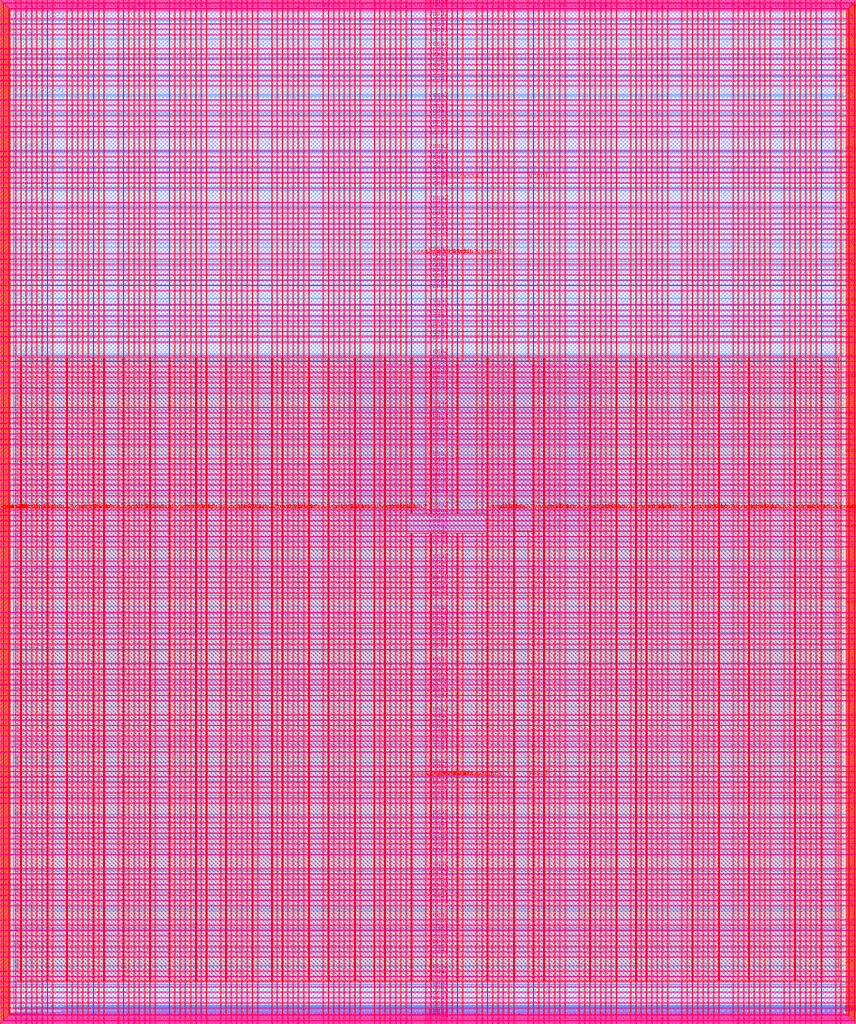
<source format=lef>
VERSION 5.7 ;
  NOWIREEXTENSIONATPIN ON ;
  DIVIDERCHAR "/" ;
  BUSBITCHARS "[]" ;
MACRO user_project_wrapper
  CLASS BLOCK ;
  FOREIGN user_project_wrapper ;
  ORIGIN 0.000 0.000 ;
  SIZE 2920.000 BY 3520.000 ;
  PIN analog_io[0]
    DIRECTION INOUT ;
    USE SIGNAL ;
    PORT
      LAYER met3 ;
        RECT 2917.600 1426.380 2924.800 1427.580 ;
    END
  END analog_io[0]
  PIN analog_io[10]
    DIRECTION INOUT ;
    USE SIGNAL ;
    PORT
      LAYER met2 ;
        RECT 2230.490 3517.600 2231.050 3524.800 ;
    END
  END analog_io[10]
  PIN analog_io[11]
    DIRECTION INOUT ;
    USE SIGNAL ;
    PORT
      LAYER met2 ;
        RECT 1905.730 3517.600 1906.290 3524.800 ;
    END
  END analog_io[11]
  PIN analog_io[12]
    DIRECTION INOUT ;
    USE SIGNAL ;
    PORT
      LAYER met2 ;
        RECT 1581.430 3517.600 1581.990 3524.800 ;
    END
  END analog_io[12]
  PIN analog_io[13]
    DIRECTION INOUT ;
    USE SIGNAL ;
    PORT
      LAYER met2 ;
        RECT 1257.130 3517.600 1257.690 3524.800 ;
    END
  END analog_io[13]
  PIN analog_io[14]
    DIRECTION INOUT ;
    USE SIGNAL ;
    PORT
      LAYER met2 ;
        RECT 932.370 3517.600 932.930 3524.800 ;
    END
  END analog_io[14]
  PIN analog_io[15]
    DIRECTION INOUT ;
    USE SIGNAL ;
    PORT
      LAYER met2 ;
        RECT 608.070 3517.600 608.630 3524.800 ;
    END
  END analog_io[15]
  PIN analog_io[16]
    DIRECTION INOUT ;
    USE SIGNAL ;
    PORT
      LAYER met2 ;
        RECT 283.770 3517.600 284.330 3524.800 ;
    END
  END analog_io[16]
  PIN analog_io[17]
    DIRECTION INOUT ;
    USE SIGNAL ;
    PORT
      LAYER met3 ;
        RECT -4.800 3486.100 2.400 3487.300 ;
    END
  END analog_io[17]
  PIN analog_io[18]
    DIRECTION INOUT ;
    USE SIGNAL ;
    PORT
      LAYER met3 ;
        RECT -4.800 3224.980 2.400 3226.180 ;
    END
  END analog_io[18]
  PIN analog_io[19]
    DIRECTION INOUT ;
    USE SIGNAL ;
    PORT
      LAYER met3 ;
        RECT -4.800 2964.540 2.400 2965.740 ;
    END
  END analog_io[19]
  PIN analog_io[1]
    DIRECTION INOUT ;
    USE SIGNAL ;
    PORT
      LAYER met3 ;
        RECT 2917.600 1692.260 2924.800 1693.460 ;
    END
  END analog_io[1]
  PIN analog_io[20]
    DIRECTION INOUT ;
    USE SIGNAL ;
    PORT
      LAYER met3 ;
        RECT -4.800 2703.420 2.400 2704.620 ;
    END
  END analog_io[20]
  PIN analog_io[21]
    DIRECTION INOUT ;
    USE SIGNAL ;
    PORT
      LAYER met3 ;
        RECT -4.800 2442.980 2.400 2444.180 ;
    END
  END analog_io[21]
  PIN analog_io[22]
    DIRECTION INOUT ;
    USE SIGNAL ;
    PORT
      LAYER met3 ;
        RECT -4.800 2182.540 2.400 2183.740 ;
    END
  END analog_io[22]
  PIN analog_io[23]
    DIRECTION INOUT ;
    USE SIGNAL ;
    PORT
      LAYER met3 ;
        RECT -4.800 1921.420 2.400 1922.620 ;
    END
  END analog_io[23]
  PIN analog_io[24]
    DIRECTION INOUT ;
    USE SIGNAL ;
    PORT
      LAYER met3 ;
        RECT -4.800 1660.980 2.400 1662.180 ;
    END
  END analog_io[24]
  PIN analog_io[25]
    DIRECTION INOUT ;
    USE SIGNAL ;
    PORT
      LAYER met3 ;
        RECT -4.800 1399.860 2.400 1401.060 ;
    END
  END analog_io[25]
  PIN analog_io[26]
    DIRECTION INOUT ;
    USE SIGNAL ;
    PORT
      LAYER met3 ;
        RECT -4.800 1139.420 2.400 1140.620 ;
    END
  END analog_io[26]
  PIN analog_io[27]
    DIRECTION INOUT ;
    USE SIGNAL ;
    PORT
      LAYER met3 ;
        RECT -4.800 878.980 2.400 880.180 ;
    END
  END analog_io[27]
  PIN analog_io[28]
    DIRECTION INOUT ;
    USE SIGNAL ;
    PORT
      LAYER met3 ;
        RECT -4.800 617.860 2.400 619.060 ;
    END
  END analog_io[28]
  PIN analog_io[2]
    DIRECTION INOUT ;
    USE SIGNAL ;
    PORT
      LAYER met3 ;
        RECT 2917.600 1958.140 2924.800 1959.340 ;
    END
  END analog_io[2]
  PIN analog_io[3]
    DIRECTION INOUT ;
    USE SIGNAL ;
    PORT
      LAYER met3 ;
        RECT 2917.600 2223.340 2924.800 2224.540 ;
    END
  END analog_io[3]
  PIN analog_io[4]
    DIRECTION INOUT ;
    USE SIGNAL ;
    PORT
      LAYER met3 ;
        RECT 2917.600 2489.220 2924.800 2490.420 ;
    END
  END analog_io[4]
  PIN analog_io[5]
    DIRECTION INOUT ;
    USE SIGNAL ;
    PORT
      LAYER met3 ;
        RECT 2917.600 2755.100 2924.800 2756.300 ;
    END
  END analog_io[5]
  PIN analog_io[6]
    DIRECTION INOUT ;
    USE SIGNAL ;
    PORT
      LAYER met3 ;
        RECT 2917.600 3020.300 2924.800 3021.500 ;
    END
  END analog_io[6]
  PIN analog_io[7]
    DIRECTION INOUT ;
    USE SIGNAL ;
    PORT
      LAYER met3 ;
        RECT 2917.600 3286.180 2924.800 3287.380 ;
    END
  END analog_io[7]
  PIN analog_io[8]
    DIRECTION INOUT ;
    USE SIGNAL ;
    PORT
      LAYER met2 ;
        RECT 2879.090 3517.600 2879.650 3524.800 ;
    END
  END analog_io[8]
  PIN analog_io[9]
    DIRECTION INOUT ;
    USE SIGNAL ;
    PORT
      LAYER met2 ;
        RECT 2554.790 3517.600 2555.350 3524.800 ;
    END
  END analog_io[9]
  PIN io_in[0]
    DIRECTION INPUT ;
    USE SIGNAL ;
    PORT
      LAYER met3 ;
        RECT 2917.600 32.380 2924.800 33.580 ;
    END
  END io_in[0]
  PIN io_in[10]
    DIRECTION INPUT ;
    USE SIGNAL ;
    PORT
      LAYER met3 ;
        RECT 2917.600 2289.980 2924.800 2291.180 ;
    END
  END io_in[10]
  PIN io_in[11]
    DIRECTION INPUT ;
    USE SIGNAL ;
    PORT
      LAYER met3 ;
        RECT 2917.600 2555.860 2924.800 2557.060 ;
    END
  END io_in[11]
  PIN io_in[12]
    DIRECTION INPUT ;
    USE SIGNAL ;
    PORT
      LAYER met3 ;
        RECT 2917.600 2821.060 2924.800 2822.260 ;
    END
  END io_in[12]
  PIN io_in[13]
    DIRECTION INPUT ;
    USE SIGNAL ;
    PORT
      LAYER met3 ;
        RECT 2917.600 3086.940 2924.800 3088.140 ;
    END
  END io_in[13]
  PIN io_in[14]
    DIRECTION INPUT ;
    USE SIGNAL ;
    PORT
      LAYER met3 ;
        RECT 2917.600 3352.820 2924.800 3354.020 ;
    END
  END io_in[14]
  PIN io_in[15]
    DIRECTION INPUT ;
    USE SIGNAL ;
    PORT
      LAYER met2 ;
        RECT 2798.130 3517.600 2798.690 3524.800 ;
    END
  END io_in[15]
  PIN io_in[16]
    DIRECTION INPUT ;
    USE SIGNAL ;
    PORT
      LAYER met2 ;
        RECT 2473.830 3517.600 2474.390 3524.800 ;
    END
  END io_in[16]
  PIN io_in[17]
    DIRECTION INPUT ;
    USE SIGNAL ;
    PORT
      LAYER met2 ;
        RECT 2149.070 3517.600 2149.630 3524.800 ;
    END
  END io_in[17]
  PIN io_in[18]
    DIRECTION INPUT ;
    USE SIGNAL ;
    PORT
      LAYER met2 ;
        RECT 1824.770 3517.600 1825.330 3524.800 ;
    END
  END io_in[18]
  PIN io_in[19]
    DIRECTION INPUT ;
    USE SIGNAL ;
    PORT
      LAYER met2 ;
        RECT 1500.470 3517.600 1501.030 3524.800 ;
    END
  END io_in[19]
  PIN io_in[1]
    DIRECTION INPUT ;
    USE SIGNAL ;
    PORT
      LAYER met3 ;
        RECT 2917.600 230.940 2924.800 232.140 ;
    END
  END io_in[1]
  PIN io_in[20]
    DIRECTION INPUT ;
    USE SIGNAL ;
    PORT
      LAYER met2 ;
        RECT 1175.710 3517.600 1176.270 3524.800 ;
    END
  END io_in[20]
  PIN io_in[21]
    DIRECTION INPUT ;
    USE SIGNAL ;
    PORT
      LAYER met2 ;
        RECT 851.410 3517.600 851.970 3524.800 ;
    END
  END io_in[21]
  PIN io_in[22]
    DIRECTION INPUT ;
    USE SIGNAL ;
    PORT
      LAYER met2 ;
        RECT 527.110 3517.600 527.670 3524.800 ;
    END
  END io_in[22]
  PIN io_in[23]
    DIRECTION INPUT ;
    USE SIGNAL ;
    PORT
      LAYER met2 ;
        RECT 202.350 3517.600 202.910 3524.800 ;
    END
  END io_in[23]
  PIN io_in[24]
    DIRECTION INPUT ;
    USE SIGNAL ;
    PORT
      LAYER met3 ;
        RECT -4.800 3420.820 2.400 3422.020 ;
    END
  END io_in[24]
  PIN io_in[25]
    DIRECTION INPUT ;
    USE SIGNAL ;
    PORT
      LAYER met3 ;
        RECT -4.800 3159.700 2.400 3160.900 ;
    END
  END io_in[25]
  PIN io_in[26]
    DIRECTION INPUT ;
    USE SIGNAL ;
    PORT
      LAYER met3 ;
        RECT -4.800 2899.260 2.400 2900.460 ;
    END
  END io_in[26]
  PIN io_in[27]
    DIRECTION INPUT ;
    USE SIGNAL ;
    PORT
      LAYER met3 ;
        RECT -4.800 2638.820 2.400 2640.020 ;
    END
  END io_in[27]
  PIN io_in[28]
    DIRECTION INPUT ;
    USE SIGNAL ;
    PORT
      LAYER met3 ;
        RECT -4.800 2377.700 2.400 2378.900 ;
    END
  END io_in[28]
  PIN io_in[29]
    DIRECTION INPUT ;
    USE SIGNAL ;
    PORT
      LAYER met3 ;
        RECT -4.800 2117.260 2.400 2118.460 ;
    END
  END io_in[29]
  PIN io_in[2]
    DIRECTION INPUT ;
    USE SIGNAL ;
    PORT
      LAYER met3 ;
        RECT 2917.600 430.180 2924.800 431.380 ;
    END
  END io_in[2]
  PIN io_in[30]
    DIRECTION INPUT ;
    USE SIGNAL ;
    PORT
      LAYER met3 ;
        RECT -4.800 1856.140 2.400 1857.340 ;
    END
  END io_in[30]
  PIN io_in[31]
    DIRECTION INPUT ;
    USE SIGNAL ;
    PORT
      LAYER met3 ;
        RECT -4.800 1595.700 2.400 1596.900 ;
    END
  END io_in[31]
  PIN io_in[32]
    DIRECTION INPUT ;
    USE SIGNAL ;
    PORT
      LAYER met3 ;
        RECT -4.800 1335.260 2.400 1336.460 ;
    END
  END io_in[32]
  PIN io_in[33]
    DIRECTION INPUT ;
    USE SIGNAL ;
    PORT
      LAYER met3 ;
        RECT -4.800 1074.140 2.400 1075.340 ;
    END
  END io_in[33]
  PIN io_in[34]
    DIRECTION INPUT ;
    USE SIGNAL ;
    PORT
      LAYER met3 ;
        RECT -4.800 813.700 2.400 814.900 ;
    END
  END io_in[34]
  PIN io_in[35]
    DIRECTION INPUT ;
    USE SIGNAL ;
    PORT
      LAYER met3 ;
        RECT -4.800 552.580 2.400 553.780 ;
    END
  END io_in[35]
  PIN io_in[36]
    DIRECTION INPUT ;
    USE SIGNAL ;
    PORT
      LAYER met3 ;
        RECT -4.800 357.420 2.400 358.620 ;
    END
  END io_in[36]
  PIN io_in[37]
    DIRECTION INPUT ;
    USE SIGNAL ;
    PORT
      LAYER met3 ;
        RECT -4.800 161.580 2.400 162.780 ;
    END
  END io_in[37]
  PIN io_in[3]
    DIRECTION INPUT ;
    USE SIGNAL ;
    PORT
      LAYER met3 ;
        RECT 2917.600 629.420 2924.800 630.620 ;
    END
  END io_in[3]
  PIN io_in[4]
    DIRECTION INPUT ;
    USE SIGNAL ;
    PORT
      LAYER met3 ;
        RECT 2917.600 828.660 2924.800 829.860 ;
    END
  END io_in[4]
  PIN io_in[5]
    DIRECTION INPUT ;
    USE SIGNAL ;
    PORT
      LAYER met3 ;
        RECT 2917.600 1027.900 2924.800 1029.100 ;
    END
  END io_in[5]
  PIN io_in[6]
    DIRECTION INPUT ;
    USE SIGNAL ;
    PORT
      LAYER met3 ;
        RECT 2917.600 1227.140 2924.800 1228.340 ;
    END
  END io_in[6]
  PIN io_in[7]
    DIRECTION INPUT ;
    USE SIGNAL ;
    PORT
      LAYER met3 ;
        RECT 2917.600 1493.020 2924.800 1494.220 ;
    END
  END io_in[7]
  PIN io_in[8]
    DIRECTION INPUT ;
    USE SIGNAL ;
    PORT
      LAYER met3 ;
        RECT 2917.600 1758.900 2924.800 1760.100 ;
    END
  END io_in[8]
  PIN io_in[9]
    DIRECTION INPUT ;
    USE SIGNAL ;
    PORT
      LAYER met3 ;
        RECT 2917.600 2024.100 2924.800 2025.300 ;
    END
  END io_in[9]
  PIN io_oeb[0]
    DIRECTION OUTPUT TRISTATE ;
    USE SIGNAL ;
    PORT
      LAYER met3 ;
        RECT 2917.600 164.980 2924.800 166.180 ;
    END
  END io_oeb[0]
  PIN io_oeb[10]
    DIRECTION OUTPUT TRISTATE ;
    USE SIGNAL ;
    PORT
      LAYER met3 ;
        RECT 2917.600 2422.580 2924.800 2423.780 ;
    END
  END io_oeb[10]
  PIN io_oeb[11]
    DIRECTION OUTPUT TRISTATE ;
    USE SIGNAL ;
    PORT
      LAYER met3 ;
        RECT 2917.600 2688.460 2924.800 2689.660 ;
    END
  END io_oeb[11]
  PIN io_oeb[12]
    DIRECTION OUTPUT TRISTATE ;
    USE SIGNAL ;
    PORT
      LAYER met3 ;
        RECT 2917.600 2954.340 2924.800 2955.540 ;
    END
  END io_oeb[12]
  PIN io_oeb[13]
    DIRECTION OUTPUT TRISTATE ;
    USE SIGNAL ;
    PORT
      LAYER met3 ;
        RECT 2917.600 3219.540 2924.800 3220.740 ;
    END
  END io_oeb[13]
  PIN io_oeb[14]
    DIRECTION OUTPUT TRISTATE ;
    USE SIGNAL ;
    PORT
      LAYER met3 ;
        RECT 2917.600 3485.420 2924.800 3486.620 ;
    END
  END io_oeb[14]
  PIN io_oeb[15]
    DIRECTION OUTPUT TRISTATE ;
    USE SIGNAL ;
    PORT
      LAYER met2 ;
        RECT 2635.750 3517.600 2636.310 3524.800 ;
    END
  END io_oeb[15]
  PIN io_oeb[16]
    DIRECTION OUTPUT TRISTATE ;
    USE SIGNAL ;
    PORT
      LAYER met2 ;
        RECT 2311.450 3517.600 2312.010 3524.800 ;
    END
  END io_oeb[16]
  PIN io_oeb[17]
    DIRECTION OUTPUT TRISTATE ;
    USE SIGNAL ;
    PORT
      LAYER met2 ;
        RECT 1987.150 3517.600 1987.710 3524.800 ;
    END
  END io_oeb[17]
  PIN io_oeb[18]
    DIRECTION OUTPUT TRISTATE ;
    USE SIGNAL ;
    PORT
      LAYER met2 ;
        RECT 1662.390 3517.600 1662.950 3524.800 ;
    END
  END io_oeb[18]
  PIN io_oeb[19]
    DIRECTION OUTPUT TRISTATE ;
    USE SIGNAL ;
    PORT
      LAYER met2 ;
        RECT 1338.090 3517.600 1338.650 3524.800 ;
    END
  END io_oeb[19]
  PIN io_oeb[1]
    DIRECTION OUTPUT TRISTATE ;
    USE SIGNAL ;
    PORT
      LAYER met3 ;
        RECT 2917.600 364.220 2924.800 365.420 ;
    END
  END io_oeb[1]
  PIN io_oeb[20]
    DIRECTION OUTPUT TRISTATE ;
    USE SIGNAL ;
    PORT
      LAYER met2 ;
        RECT 1013.790 3517.600 1014.350 3524.800 ;
    END
  END io_oeb[20]
  PIN io_oeb[21]
    DIRECTION OUTPUT TRISTATE ;
    USE SIGNAL ;
    PORT
      LAYER met2 ;
        RECT 689.030 3517.600 689.590 3524.800 ;
    END
  END io_oeb[21]
  PIN io_oeb[22]
    DIRECTION OUTPUT TRISTATE ;
    USE SIGNAL ;
    PORT
      LAYER met2 ;
        RECT 364.730 3517.600 365.290 3524.800 ;
    END
  END io_oeb[22]
  PIN io_oeb[23]
    DIRECTION OUTPUT TRISTATE ;
    USE SIGNAL ;
    PORT
      LAYER met2 ;
        RECT 40.430 3517.600 40.990 3524.800 ;
    END
  END io_oeb[23]
  PIN io_oeb[24]
    DIRECTION OUTPUT TRISTATE ;
    USE SIGNAL ;
    PORT
      LAYER met3 ;
        RECT -4.800 3290.260 2.400 3291.460 ;
    END
  END io_oeb[24]
  PIN io_oeb[25]
    DIRECTION OUTPUT TRISTATE ;
    USE SIGNAL ;
    PORT
      LAYER met3 ;
        RECT -4.800 3029.820 2.400 3031.020 ;
    END
  END io_oeb[25]
  PIN io_oeb[26]
    DIRECTION OUTPUT TRISTATE ;
    USE SIGNAL ;
    PORT
      LAYER met3 ;
        RECT -4.800 2768.700 2.400 2769.900 ;
    END
  END io_oeb[26]
  PIN io_oeb[27]
    DIRECTION OUTPUT TRISTATE ;
    USE SIGNAL ;
    PORT
      LAYER met3 ;
        RECT -4.800 2508.260 2.400 2509.460 ;
    END
  END io_oeb[27]
  PIN io_oeb[28]
    DIRECTION OUTPUT TRISTATE ;
    USE SIGNAL ;
    PORT
      LAYER met3 ;
        RECT -4.800 2247.140 2.400 2248.340 ;
    END
  END io_oeb[28]
  PIN io_oeb[29]
    DIRECTION OUTPUT TRISTATE ;
    USE SIGNAL ;
    PORT
      LAYER met3 ;
        RECT -4.800 1986.700 2.400 1987.900 ;
    END
  END io_oeb[29]
  PIN io_oeb[2]
    DIRECTION OUTPUT TRISTATE ;
    USE SIGNAL ;
    PORT
      LAYER met3 ;
        RECT 2917.600 563.460 2924.800 564.660 ;
    END
  END io_oeb[2]
  PIN io_oeb[30]
    DIRECTION OUTPUT TRISTATE ;
    USE SIGNAL ;
    PORT
      LAYER met3 ;
        RECT -4.800 1726.260 2.400 1727.460 ;
    END
  END io_oeb[30]
  PIN io_oeb[31]
    DIRECTION OUTPUT TRISTATE ;
    USE SIGNAL ;
    PORT
      LAYER met3 ;
        RECT -4.800 1465.140 2.400 1466.340 ;
    END
  END io_oeb[31]
  PIN io_oeb[32]
    DIRECTION OUTPUT TRISTATE ;
    USE SIGNAL ;
    PORT
      LAYER met3 ;
        RECT -4.800 1204.700 2.400 1205.900 ;
    END
  END io_oeb[32]
  PIN io_oeb[33]
    DIRECTION OUTPUT TRISTATE ;
    USE SIGNAL ;
    PORT
      LAYER met3 ;
        RECT -4.800 943.580 2.400 944.780 ;
    END
  END io_oeb[33]
  PIN io_oeb[34]
    DIRECTION OUTPUT TRISTATE ;
    USE SIGNAL ;
    PORT
      LAYER met3 ;
        RECT -4.800 683.140 2.400 684.340 ;
    END
  END io_oeb[34]
  PIN io_oeb[35]
    DIRECTION OUTPUT TRISTATE ;
    USE SIGNAL ;
    PORT
      LAYER met3 ;
        RECT -4.800 422.700 2.400 423.900 ;
    END
  END io_oeb[35]
  PIN io_oeb[36]
    DIRECTION OUTPUT TRISTATE ;
    USE SIGNAL ;
    PORT
      LAYER met3 ;
        RECT -4.800 226.860 2.400 228.060 ;
    END
  END io_oeb[36]
  PIN io_oeb[37]
    DIRECTION OUTPUT TRISTATE ;
    USE SIGNAL ;
    PORT
      LAYER met3 ;
        RECT -4.800 31.700 2.400 32.900 ;
    END
  END io_oeb[37]
  PIN io_oeb[3]
    DIRECTION OUTPUT TRISTATE ;
    USE SIGNAL ;
    PORT
      LAYER met3 ;
        RECT 2917.600 762.700 2924.800 763.900 ;
    END
  END io_oeb[3]
  PIN io_oeb[4]
    DIRECTION OUTPUT TRISTATE ;
    USE SIGNAL ;
    PORT
      LAYER met3 ;
        RECT 2917.600 961.940 2924.800 963.140 ;
    END
  END io_oeb[4]
  PIN io_oeb[5]
    DIRECTION OUTPUT TRISTATE ;
    USE SIGNAL ;
    PORT
      LAYER met3 ;
        RECT 2917.600 1161.180 2924.800 1162.380 ;
    END
  END io_oeb[5]
  PIN io_oeb[6]
    DIRECTION OUTPUT TRISTATE ;
    USE SIGNAL ;
    PORT
      LAYER met3 ;
        RECT 2917.600 1360.420 2924.800 1361.620 ;
    END
  END io_oeb[6]
  PIN io_oeb[7]
    DIRECTION OUTPUT TRISTATE ;
    USE SIGNAL ;
    PORT
      LAYER met3 ;
        RECT 2917.600 1625.620 2924.800 1626.820 ;
    END
  END io_oeb[7]
  PIN io_oeb[8]
    DIRECTION OUTPUT TRISTATE ;
    USE SIGNAL ;
    PORT
      LAYER met3 ;
        RECT 2917.600 1891.500 2924.800 1892.700 ;
    END
  END io_oeb[8]
  PIN io_oeb[9]
    DIRECTION OUTPUT TRISTATE ;
    USE SIGNAL ;
    PORT
      LAYER met3 ;
        RECT 2917.600 2157.380 2924.800 2158.580 ;
    END
  END io_oeb[9]
  PIN io_out[0]
    DIRECTION OUTPUT TRISTATE ;
    USE SIGNAL ;
    PORT
      LAYER met3 ;
        RECT 2917.600 98.340 2924.800 99.540 ;
    END
  END io_out[0]
  PIN io_out[10]
    DIRECTION OUTPUT TRISTATE ;
    USE SIGNAL ;
    PORT
      LAYER met3 ;
        RECT 2917.600 2356.620 2924.800 2357.820 ;
    END
  END io_out[10]
  PIN io_out[11]
    DIRECTION OUTPUT TRISTATE ;
    USE SIGNAL ;
    PORT
      LAYER met3 ;
        RECT 2917.600 2621.820 2924.800 2623.020 ;
    END
  END io_out[11]
  PIN io_out[12]
    DIRECTION OUTPUT TRISTATE ;
    USE SIGNAL ;
    PORT
      LAYER met3 ;
        RECT 2917.600 2887.700 2924.800 2888.900 ;
    END
  END io_out[12]
  PIN io_out[13]
    DIRECTION OUTPUT TRISTATE ;
    USE SIGNAL ;
    PORT
      LAYER met3 ;
        RECT 2917.600 3153.580 2924.800 3154.780 ;
    END
  END io_out[13]
  PIN io_out[14]
    DIRECTION OUTPUT TRISTATE ;
    USE SIGNAL ;
    PORT
      LAYER met3 ;
        RECT 2917.600 3418.780 2924.800 3419.980 ;
    END
  END io_out[14]
  PIN io_out[15]
    DIRECTION OUTPUT TRISTATE ;
    USE SIGNAL ;
    PORT
      LAYER met2 ;
        RECT 2717.170 3517.600 2717.730 3524.800 ;
    END
  END io_out[15]
  PIN io_out[16]
    DIRECTION OUTPUT TRISTATE ;
    USE SIGNAL ;
    PORT
      LAYER met2 ;
        RECT 2392.410 3517.600 2392.970 3524.800 ;
    END
  END io_out[16]
  PIN io_out[17]
    DIRECTION OUTPUT TRISTATE ;
    USE SIGNAL ;
    PORT
      LAYER met2 ;
        RECT 2068.110 3517.600 2068.670 3524.800 ;
    END
  END io_out[17]
  PIN io_out[18]
    DIRECTION OUTPUT TRISTATE ;
    USE SIGNAL ;
    PORT
      LAYER met2 ;
        RECT 1743.810 3517.600 1744.370 3524.800 ;
    END
  END io_out[18]
  PIN io_out[19]
    DIRECTION OUTPUT TRISTATE ;
    USE SIGNAL ;
    PORT
      LAYER met2 ;
        RECT 1419.050 3517.600 1419.610 3524.800 ;
    END
  END io_out[19]
  PIN io_out[1]
    DIRECTION OUTPUT TRISTATE ;
    USE SIGNAL ;
    PORT
      LAYER met3 ;
        RECT 2917.600 297.580 2924.800 298.780 ;
    END
  END io_out[1]
  PIN io_out[20]
    DIRECTION OUTPUT TRISTATE ;
    USE SIGNAL ;
    PORT
      LAYER met2 ;
        RECT 1094.750 3517.600 1095.310 3524.800 ;
    END
  END io_out[20]
  PIN io_out[21]
    DIRECTION OUTPUT TRISTATE ;
    USE SIGNAL ;
    PORT
      LAYER met2 ;
        RECT 770.450 3517.600 771.010 3524.800 ;
    END
  END io_out[21]
  PIN io_out[22]
    DIRECTION OUTPUT TRISTATE ;
    USE SIGNAL ;
    PORT
      LAYER met2 ;
        RECT 445.690 3517.600 446.250 3524.800 ;
    END
  END io_out[22]
  PIN io_out[23]
    DIRECTION OUTPUT TRISTATE ;
    USE SIGNAL ;
    PORT
      LAYER met2 ;
        RECT 121.390 3517.600 121.950 3524.800 ;
    END
  END io_out[23]
  PIN io_out[24]
    DIRECTION OUTPUT TRISTATE ;
    USE SIGNAL ;
    PORT
      LAYER met3 ;
        RECT -4.800 3355.540 2.400 3356.740 ;
    END
  END io_out[24]
  PIN io_out[25]
    DIRECTION OUTPUT TRISTATE ;
    USE SIGNAL ;
    PORT
      LAYER met3 ;
        RECT -4.800 3095.100 2.400 3096.300 ;
    END
  END io_out[25]
  PIN io_out[26]
    DIRECTION OUTPUT TRISTATE ;
    USE SIGNAL ;
    PORT
      LAYER met3 ;
        RECT -4.800 2833.980 2.400 2835.180 ;
    END
  END io_out[26]
  PIN io_out[27]
    DIRECTION OUTPUT TRISTATE ;
    USE SIGNAL ;
    PORT
      LAYER met3 ;
        RECT -4.800 2573.540 2.400 2574.740 ;
    END
  END io_out[27]
  PIN io_out[28]
    DIRECTION OUTPUT TRISTATE ;
    USE SIGNAL ;
    PORT
      LAYER met3 ;
        RECT -4.800 2312.420 2.400 2313.620 ;
    END
  END io_out[28]
  PIN io_out[29]
    DIRECTION OUTPUT TRISTATE ;
    USE SIGNAL ;
    PORT
      LAYER met3 ;
        RECT -4.800 2051.980 2.400 2053.180 ;
    END
  END io_out[29]
  PIN io_out[2]
    DIRECTION OUTPUT TRISTATE ;
    USE SIGNAL ;
    PORT
      LAYER met3 ;
        RECT 2917.600 496.820 2924.800 498.020 ;
    END
  END io_out[2]
  PIN io_out[30]
    DIRECTION OUTPUT TRISTATE ;
    USE SIGNAL ;
    PORT
      LAYER met3 ;
        RECT -4.800 1791.540 2.400 1792.740 ;
    END
  END io_out[30]
  PIN io_out[31]
    DIRECTION OUTPUT TRISTATE ;
    USE SIGNAL ;
    PORT
      LAYER met3 ;
        RECT -4.800 1530.420 2.400 1531.620 ;
    END
  END io_out[31]
  PIN io_out[32]
    DIRECTION OUTPUT TRISTATE ;
    USE SIGNAL ;
    PORT
      LAYER met3 ;
        RECT -4.800 1269.980 2.400 1271.180 ;
    END
  END io_out[32]
  PIN io_out[33]
    DIRECTION OUTPUT TRISTATE ;
    USE SIGNAL ;
    PORT
      LAYER met3 ;
        RECT -4.800 1008.860 2.400 1010.060 ;
    END
  END io_out[33]
  PIN io_out[34]
    DIRECTION OUTPUT TRISTATE ;
    USE SIGNAL ;
    PORT
      LAYER met3 ;
        RECT -4.800 748.420 2.400 749.620 ;
    END
  END io_out[34]
  PIN io_out[35]
    DIRECTION OUTPUT TRISTATE ;
    USE SIGNAL ;
    PORT
      LAYER met3 ;
        RECT -4.800 487.300 2.400 488.500 ;
    END
  END io_out[35]
  PIN io_out[36]
    DIRECTION OUTPUT TRISTATE ;
    USE SIGNAL ;
    PORT
      LAYER met3 ;
        RECT -4.800 292.140 2.400 293.340 ;
    END
  END io_out[36]
  PIN io_out[37]
    DIRECTION OUTPUT TRISTATE ;
    USE SIGNAL ;
    PORT
      LAYER met3 ;
        RECT -4.800 96.300 2.400 97.500 ;
    END
  END io_out[37]
  PIN io_out[3]
    DIRECTION OUTPUT TRISTATE ;
    USE SIGNAL ;
    PORT
      LAYER met3 ;
        RECT 2917.600 696.060 2924.800 697.260 ;
    END
  END io_out[3]
  PIN io_out[4]
    DIRECTION OUTPUT TRISTATE ;
    USE SIGNAL ;
    PORT
      LAYER met3 ;
        RECT 2917.600 895.300 2924.800 896.500 ;
    END
  END io_out[4]
  PIN io_out[5]
    DIRECTION OUTPUT TRISTATE ;
    USE SIGNAL ;
    PORT
      LAYER met3 ;
        RECT 2917.600 1094.540 2924.800 1095.740 ;
    END
  END io_out[5]
  PIN io_out[6]
    DIRECTION OUTPUT TRISTATE ;
    USE SIGNAL ;
    PORT
      LAYER met3 ;
        RECT 2917.600 1293.780 2924.800 1294.980 ;
    END
  END io_out[6]
  PIN io_out[7]
    DIRECTION OUTPUT TRISTATE ;
    USE SIGNAL ;
    PORT
      LAYER met3 ;
        RECT 2917.600 1559.660 2924.800 1560.860 ;
    END
  END io_out[7]
  PIN io_out[8]
    DIRECTION OUTPUT TRISTATE ;
    USE SIGNAL ;
    PORT
      LAYER met3 ;
        RECT 2917.600 1824.860 2924.800 1826.060 ;
    END
  END io_out[8]
  PIN io_out[9]
    DIRECTION OUTPUT TRISTATE ;
    USE SIGNAL ;
    PORT
      LAYER met3 ;
        RECT 2917.600 2090.740 2924.800 2091.940 ;
    END
  END io_out[9]
  PIN la_data_in[0]
    DIRECTION INPUT ;
    USE SIGNAL ;
    PORT
      LAYER met2 ;
        RECT 629.230 -4.800 629.790 2.400 ;
    END
  END la_data_in[0]
  PIN la_data_in[100]
    DIRECTION INPUT ;
    USE SIGNAL ;
    PORT
      LAYER met2 ;
        RECT 2402.530 -4.800 2403.090 2.400 ;
    END
  END la_data_in[100]
  PIN la_data_in[101]
    DIRECTION INPUT ;
    USE SIGNAL ;
    PORT
      LAYER met2 ;
        RECT 2420.010 -4.800 2420.570 2.400 ;
    END
  END la_data_in[101]
  PIN la_data_in[102]
    DIRECTION INPUT ;
    USE SIGNAL ;
    PORT
      LAYER met2 ;
        RECT 2437.950 -4.800 2438.510 2.400 ;
    END
  END la_data_in[102]
  PIN la_data_in[103]
    DIRECTION INPUT ;
    USE SIGNAL ;
    PORT
      LAYER met2 ;
        RECT 2455.430 -4.800 2455.990 2.400 ;
    END
  END la_data_in[103]
  PIN la_data_in[104]
    DIRECTION INPUT ;
    USE SIGNAL ;
    PORT
      LAYER met2 ;
        RECT 2473.370 -4.800 2473.930 2.400 ;
    END
  END la_data_in[104]
  PIN la_data_in[105]
    DIRECTION INPUT ;
    USE SIGNAL ;
    PORT
      LAYER met2 ;
        RECT 2490.850 -4.800 2491.410 2.400 ;
    END
  END la_data_in[105]
  PIN la_data_in[106]
    DIRECTION INPUT ;
    USE SIGNAL ;
    PORT
      LAYER met2 ;
        RECT 2508.790 -4.800 2509.350 2.400 ;
    END
  END la_data_in[106]
  PIN la_data_in[107]
    DIRECTION INPUT ;
    USE SIGNAL ;
    PORT
      LAYER met2 ;
        RECT 2526.730 -4.800 2527.290 2.400 ;
    END
  END la_data_in[107]
  PIN la_data_in[108]
    DIRECTION INPUT ;
    USE SIGNAL ;
    PORT
      LAYER met2 ;
        RECT 2544.210 -4.800 2544.770 2.400 ;
    END
  END la_data_in[108]
  PIN la_data_in[109]
    DIRECTION INPUT ;
    USE SIGNAL ;
    PORT
      LAYER met2 ;
        RECT 2562.150 -4.800 2562.710 2.400 ;
    END
  END la_data_in[109]
  PIN la_data_in[10]
    DIRECTION INPUT ;
    USE SIGNAL ;
    PORT
      LAYER met2 ;
        RECT 806.330 -4.800 806.890 2.400 ;
    END
  END la_data_in[10]
  PIN la_data_in[110]
    DIRECTION INPUT ;
    USE SIGNAL ;
    PORT
      LAYER met2 ;
        RECT 2579.630 -4.800 2580.190 2.400 ;
    END
  END la_data_in[110]
  PIN la_data_in[111]
    DIRECTION INPUT ;
    USE SIGNAL ;
    PORT
      LAYER met2 ;
        RECT 2597.570 -4.800 2598.130 2.400 ;
    END
  END la_data_in[111]
  PIN la_data_in[112]
    DIRECTION INPUT ;
    USE SIGNAL ;
    PORT
      LAYER met2 ;
        RECT 2615.050 -4.800 2615.610 2.400 ;
    END
  END la_data_in[112]
  PIN la_data_in[113]
    DIRECTION INPUT ;
    USE SIGNAL ;
    PORT
      LAYER met2 ;
        RECT 2632.990 -4.800 2633.550 2.400 ;
    END
  END la_data_in[113]
  PIN la_data_in[114]
    DIRECTION INPUT ;
    USE SIGNAL ;
    PORT
      LAYER met2 ;
        RECT 2650.470 -4.800 2651.030 2.400 ;
    END
  END la_data_in[114]
  PIN la_data_in[115]
    DIRECTION INPUT ;
    USE SIGNAL ;
    PORT
      LAYER met2 ;
        RECT 2668.410 -4.800 2668.970 2.400 ;
    END
  END la_data_in[115]
  PIN la_data_in[116]
    DIRECTION INPUT ;
    USE SIGNAL ;
    PORT
      LAYER met2 ;
        RECT 2685.890 -4.800 2686.450 2.400 ;
    END
  END la_data_in[116]
  PIN la_data_in[117]
    DIRECTION INPUT ;
    USE SIGNAL ;
    PORT
      LAYER met2 ;
        RECT 2703.830 -4.800 2704.390 2.400 ;
    END
  END la_data_in[117]
  PIN la_data_in[118]
    DIRECTION INPUT ;
    USE SIGNAL ;
    PORT
      LAYER met2 ;
        RECT 2721.770 -4.800 2722.330 2.400 ;
    END
  END la_data_in[118]
  PIN la_data_in[119]
    DIRECTION INPUT ;
    USE SIGNAL ;
    PORT
      LAYER met2 ;
        RECT 2739.250 -4.800 2739.810 2.400 ;
    END
  END la_data_in[119]
  PIN la_data_in[11]
    DIRECTION INPUT ;
    USE SIGNAL ;
    PORT
      LAYER met2 ;
        RECT 824.270 -4.800 824.830 2.400 ;
    END
  END la_data_in[11]
  PIN la_data_in[120]
    DIRECTION INPUT ;
    USE SIGNAL ;
    PORT
      LAYER met2 ;
        RECT 2757.190 -4.800 2757.750 2.400 ;
    END
  END la_data_in[120]
  PIN la_data_in[121]
    DIRECTION INPUT ;
    USE SIGNAL ;
    PORT
      LAYER met2 ;
        RECT 2774.670 -4.800 2775.230 2.400 ;
    END
  END la_data_in[121]
  PIN la_data_in[122]
    DIRECTION INPUT ;
    USE SIGNAL ;
    PORT
      LAYER met2 ;
        RECT 2792.610 -4.800 2793.170 2.400 ;
    END
  END la_data_in[122]
  PIN la_data_in[123]
    DIRECTION INPUT ;
    USE SIGNAL ;
    PORT
      LAYER met2 ;
        RECT 2810.090 -4.800 2810.650 2.400 ;
    END
  END la_data_in[123]
  PIN la_data_in[124]
    DIRECTION INPUT ;
    USE SIGNAL ;
    PORT
      LAYER met2 ;
        RECT 2828.030 -4.800 2828.590 2.400 ;
    END
  END la_data_in[124]
  PIN la_data_in[125]
    DIRECTION INPUT ;
    USE SIGNAL ;
    PORT
      LAYER met2 ;
        RECT 2845.510 -4.800 2846.070 2.400 ;
    END
  END la_data_in[125]
  PIN la_data_in[126]
    DIRECTION INPUT ;
    USE SIGNAL ;
    PORT
      LAYER met2 ;
        RECT 2863.450 -4.800 2864.010 2.400 ;
    END
  END la_data_in[126]
  PIN la_data_in[127]
    DIRECTION INPUT ;
    USE SIGNAL ;
    PORT
      LAYER met2 ;
        RECT 2881.390 -4.800 2881.950 2.400 ;
    END
  END la_data_in[127]
  PIN la_data_in[12]
    DIRECTION INPUT ;
    USE SIGNAL ;
    PORT
      LAYER met2 ;
        RECT 841.750 -4.800 842.310 2.400 ;
    END
  END la_data_in[12]
  PIN la_data_in[13]
    DIRECTION INPUT ;
    USE SIGNAL ;
    PORT
      LAYER met2 ;
        RECT 859.690 -4.800 860.250 2.400 ;
    END
  END la_data_in[13]
  PIN la_data_in[14]
    DIRECTION INPUT ;
    USE SIGNAL ;
    PORT
      LAYER met2 ;
        RECT 877.170 -4.800 877.730 2.400 ;
    END
  END la_data_in[14]
  PIN la_data_in[15]
    DIRECTION INPUT ;
    USE SIGNAL ;
    PORT
      LAYER met2 ;
        RECT 895.110 -4.800 895.670 2.400 ;
    END
  END la_data_in[15]
  PIN la_data_in[16]
    DIRECTION INPUT ;
    USE SIGNAL ;
    PORT
      LAYER met2 ;
        RECT 912.590 -4.800 913.150 2.400 ;
    END
  END la_data_in[16]
  PIN la_data_in[17]
    DIRECTION INPUT ;
    USE SIGNAL ;
    PORT
      LAYER met2 ;
        RECT 930.530 -4.800 931.090 2.400 ;
    END
  END la_data_in[17]
  PIN la_data_in[18]
    DIRECTION INPUT ;
    USE SIGNAL ;
    PORT
      LAYER met2 ;
        RECT 948.470 -4.800 949.030 2.400 ;
    END
  END la_data_in[18]
  PIN la_data_in[19]
    DIRECTION INPUT ;
    USE SIGNAL ;
    PORT
      LAYER met2 ;
        RECT 965.950 -4.800 966.510 2.400 ;
    END
  END la_data_in[19]
  PIN la_data_in[1]
    DIRECTION INPUT ;
    USE SIGNAL ;
    PORT
      LAYER met2 ;
        RECT 646.710 -4.800 647.270 2.400 ;
    END
  END la_data_in[1]
  PIN la_data_in[20]
    DIRECTION INPUT ;
    USE SIGNAL ;
    PORT
      LAYER met2 ;
        RECT 983.890 -4.800 984.450 2.400 ;
    END
  END la_data_in[20]
  PIN la_data_in[21]
    DIRECTION INPUT ;
    USE SIGNAL ;
    PORT
      LAYER met2 ;
        RECT 1001.370 -4.800 1001.930 2.400 ;
    END
  END la_data_in[21]
  PIN la_data_in[22]
    DIRECTION INPUT ;
    USE SIGNAL ;
    PORT
      LAYER met2 ;
        RECT 1019.310 -4.800 1019.870 2.400 ;
    END
  END la_data_in[22]
  PIN la_data_in[23]
    DIRECTION INPUT ;
    USE SIGNAL ;
    PORT
      LAYER met2 ;
        RECT 1036.790 -4.800 1037.350 2.400 ;
    END
  END la_data_in[23]
  PIN la_data_in[24]
    DIRECTION INPUT ;
    USE SIGNAL ;
    PORT
      LAYER met2 ;
        RECT 1054.730 -4.800 1055.290 2.400 ;
    END
  END la_data_in[24]
  PIN la_data_in[25]
    DIRECTION INPUT ;
    USE SIGNAL ;
    PORT
      LAYER met2 ;
        RECT 1072.210 -4.800 1072.770 2.400 ;
    END
  END la_data_in[25]
  PIN la_data_in[26]
    DIRECTION INPUT ;
    USE SIGNAL ;
    PORT
      LAYER met2 ;
        RECT 1090.150 -4.800 1090.710 2.400 ;
    END
  END la_data_in[26]
  PIN la_data_in[27]
    DIRECTION INPUT ;
    USE SIGNAL ;
    PORT
      LAYER met2 ;
        RECT 1107.630 -4.800 1108.190 2.400 ;
    END
  END la_data_in[27]
  PIN la_data_in[28]
    DIRECTION INPUT ;
    USE SIGNAL ;
    PORT
      LAYER met2 ;
        RECT 1125.570 -4.800 1126.130 2.400 ;
    END
  END la_data_in[28]
  PIN la_data_in[29]
    DIRECTION INPUT ;
    USE SIGNAL ;
    PORT
      LAYER met2 ;
        RECT 1143.510 -4.800 1144.070 2.400 ;
    END
  END la_data_in[29]
  PIN la_data_in[2]
    DIRECTION INPUT ;
    USE SIGNAL ;
    PORT
      LAYER met2 ;
        RECT 664.650 -4.800 665.210 2.400 ;
    END
  END la_data_in[2]
  PIN la_data_in[30]
    DIRECTION INPUT ;
    USE SIGNAL ;
    PORT
      LAYER met2 ;
        RECT 1160.990 -4.800 1161.550 2.400 ;
    END
  END la_data_in[30]
  PIN la_data_in[31]
    DIRECTION INPUT ;
    USE SIGNAL ;
    PORT
      LAYER met2 ;
        RECT 1178.930 -4.800 1179.490 2.400 ;
    END
  END la_data_in[31]
  PIN la_data_in[32]
    DIRECTION INPUT ;
    USE SIGNAL ;
    PORT
      LAYER met2 ;
        RECT 1196.410 -4.800 1196.970 2.400 ;
    END
  END la_data_in[32]
  PIN la_data_in[33]
    DIRECTION INPUT ;
    USE SIGNAL ;
    PORT
      LAYER met2 ;
        RECT 1214.350 -4.800 1214.910 2.400 ;
    END
  END la_data_in[33]
  PIN la_data_in[34]
    DIRECTION INPUT ;
    USE SIGNAL ;
    PORT
      LAYER met2 ;
        RECT 1231.830 -4.800 1232.390 2.400 ;
    END
  END la_data_in[34]
  PIN la_data_in[35]
    DIRECTION INPUT ;
    USE SIGNAL ;
    PORT
      LAYER met2 ;
        RECT 1249.770 -4.800 1250.330 2.400 ;
    END
  END la_data_in[35]
  PIN la_data_in[36]
    DIRECTION INPUT ;
    USE SIGNAL ;
    PORT
      LAYER met2 ;
        RECT 1267.250 -4.800 1267.810 2.400 ;
    END
  END la_data_in[36]
  PIN la_data_in[37]
    DIRECTION INPUT ;
    USE SIGNAL ;
    PORT
      LAYER met2 ;
        RECT 1285.190 -4.800 1285.750 2.400 ;
    END
  END la_data_in[37]
  PIN la_data_in[38]
    DIRECTION INPUT ;
    USE SIGNAL ;
    PORT
      LAYER met2 ;
        RECT 1303.130 -4.800 1303.690 2.400 ;
    END
  END la_data_in[38]
  PIN la_data_in[39]
    DIRECTION INPUT ;
    USE SIGNAL ;
    PORT
      LAYER met2 ;
        RECT 1320.610 -4.800 1321.170 2.400 ;
    END
  END la_data_in[39]
  PIN la_data_in[3]
    DIRECTION INPUT ;
    USE SIGNAL ;
    PORT
      LAYER met2 ;
        RECT 682.130 -4.800 682.690 2.400 ;
    END
  END la_data_in[3]
  PIN la_data_in[40]
    DIRECTION INPUT ;
    USE SIGNAL ;
    PORT
      LAYER met2 ;
        RECT 1338.550 -4.800 1339.110 2.400 ;
    END
  END la_data_in[40]
  PIN la_data_in[41]
    DIRECTION INPUT ;
    USE SIGNAL ;
    PORT
      LAYER met2 ;
        RECT 1356.030 -4.800 1356.590 2.400 ;
    END
  END la_data_in[41]
  PIN la_data_in[42]
    DIRECTION INPUT ;
    USE SIGNAL ;
    PORT
      LAYER met2 ;
        RECT 1373.970 -4.800 1374.530 2.400 ;
    END
  END la_data_in[42]
  PIN la_data_in[43]
    DIRECTION INPUT ;
    USE SIGNAL ;
    PORT
      LAYER met2 ;
        RECT 1391.450 -4.800 1392.010 2.400 ;
    END
  END la_data_in[43]
  PIN la_data_in[44]
    DIRECTION INPUT ;
    USE SIGNAL ;
    PORT
      LAYER met2 ;
        RECT 1409.390 -4.800 1409.950 2.400 ;
    END
  END la_data_in[44]
  PIN la_data_in[45]
    DIRECTION INPUT ;
    USE SIGNAL ;
    PORT
      LAYER met2 ;
        RECT 1426.870 -4.800 1427.430 2.400 ;
    END
  END la_data_in[45]
  PIN la_data_in[46]
    DIRECTION INPUT ;
    USE SIGNAL ;
    PORT
      LAYER met2 ;
        RECT 1444.810 -4.800 1445.370 2.400 ;
    END
  END la_data_in[46]
  PIN la_data_in[47]
    DIRECTION INPUT ;
    USE SIGNAL ;
    PORT
      LAYER met2 ;
        RECT 1462.750 -4.800 1463.310 2.400 ;
    END
  END la_data_in[47]
  PIN la_data_in[48]
    DIRECTION INPUT ;
    USE SIGNAL ;
    PORT
      LAYER met2 ;
        RECT 1480.230 -4.800 1480.790 2.400 ;
    END
  END la_data_in[48]
  PIN la_data_in[49]
    DIRECTION INPUT ;
    USE SIGNAL ;
    PORT
      LAYER met2 ;
        RECT 1498.170 -4.800 1498.730 2.400 ;
    END
  END la_data_in[49]
  PIN la_data_in[4]
    DIRECTION INPUT ;
    USE SIGNAL ;
    PORT
      LAYER met2 ;
        RECT 700.070 -4.800 700.630 2.400 ;
    END
  END la_data_in[4]
  PIN la_data_in[50]
    DIRECTION INPUT ;
    USE SIGNAL ;
    PORT
      LAYER met2 ;
        RECT 1515.650 -4.800 1516.210 2.400 ;
    END
  END la_data_in[50]
  PIN la_data_in[51]
    DIRECTION INPUT ;
    USE SIGNAL ;
    PORT
      LAYER met2 ;
        RECT 1533.590 -4.800 1534.150 2.400 ;
    END
  END la_data_in[51]
  PIN la_data_in[52]
    DIRECTION INPUT ;
    USE SIGNAL ;
    PORT
      LAYER met2 ;
        RECT 1551.070 -4.800 1551.630 2.400 ;
    END
  END la_data_in[52]
  PIN la_data_in[53]
    DIRECTION INPUT ;
    USE SIGNAL ;
    PORT
      LAYER met2 ;
        RECT 1569.010 -4.800 1569.570 2.400 ;
    END
  END la_data_in[53]
  PIN la_data_in[54]
    DIRECTION INPUT ;
    USE SIGNAL ;
    PORT
      LAYER met2 ;
        RECT 1586.490 -4.800 1587.050 2.400 ;
    END
  END la_data_in[54]
  PIN la_data_in[55]
    DIRECTION INPUT ;
    USE SIGNAL ;
    PORT
      LAYER met2 ;
        RECT 1604.430 -4.800 1604.990 2.400 ;
    END
  END la_data_in[55]
  PIN la_data_in[56]
    DIRECTION INPUT ;
    USE SIGNAL ;
    PORT
      LAYER met2 ;
        RECT 1621.910 -4.800 1622.470 2.400 ;
    END
  END la_data_in[56]
  PIN la_data_in[57]
    DIRECTION INPUT ;
    USE SIGNAL ;
    PORT
      LAYER met2 ;
        RECT 1639.850 -4.800 1640.410 2.400 ;
    END
  END la_data_in[57]
  PIN la_data_in[58]
    DIRECTION INPUT ;
    USE SIGNAL ;
    PORT
      LAYER met2 ;
        RECT 1657.790 -4.800 1658.350 2.400 ;
    END
  END la_data_in[58]
  PIN la_data_in[59]
    DIRECTION INPUT ;
    USE SIGNAL ;
    PORT
      LAYER met2 ;
        RECT 1675.270 -4.800 1675.830 2.400 ;
    END
  END la_data_in[59]
  PIN la_data_in[5]
    DIRECTION INPUT ;
    USE SIGNAL ;
    PORT
      LAYER met2 ;
        RECT 717.550 -4.800 718.110 2.400 ;
    END
  END la_data_in[5]
  PIN la_data_in[60]
    DIRECTION INPUT ;
    USE SIGNAL ;
    PORT
      LAYER met2 ;
        RECT 1693.210 -4.800 1693.770 2.400 ;
    END
  END la_data_in[60]
  PIN la_data_in[61]
    DIRECTION INPUT ;
    USE SIGNAL ;
    PORT
      LAYER met2 ;
        RECT 1710.690 -4.800 1711.250 2.400 ;
    END
  END la_data_in[61]
  PIN la_data_in[62]
    DIRECTION INPUT ;
    USE SIGNAL ;
    PORT
      LAYER met2 ;
        RECT 1728.630 -4.800 1729.190 2.400 ;
    END
  END la_data_in[62]
  PIN la_data_in[63]
    DIRECTION INPUT ;
    USE SIGNAL ;
    PORT
      LAYER met2 ;
        RECT 1746.110 -4.800 1746.670 2.400 ;
    END
  END la_data_in[63]
  PIN la_data_in[64]
    DIRECTION INPUT ;
    USE SIGNAL ;
    PORT
      LAYER met2 ;
        RECT 1764.050 -4.800 1764.610 2.400 ;
    END
  END la_data_in[64]
  PIN la_data_in[65]
    DIRECTION INPUT ;
    USE SIGNAL ;
    PORT
      LAYER met2 ;
        RECT 1781.530 -4.800 1782.090 2.400 ;
    END
  END la_data_in[65]
  PIN la_data_in[66]
    DIRECTION INPUT ;
    USE SIGNAL ;
    PORT
      LAYER met2 ;
        RECT 1799.470 -4.800 1800.030 2.400 ;
    END
  END la_data_in[66]
  PIN la_data_in[67]
    DIRECTION INPUT ;
    USE SIGNAL ;
    PORT
      LAYER met2 ;
        RECT 1817.410 -4.800 1817.970 2.400 ;
    END
  END la_data_in[67]
  PIN la_data_in[68]
    DIRECTION INPUT ;
    USE SIGNAL ;
    PORT
      LAYER met2 ;
        RECT 1834.890 -4.800 1835.450 2.400 ;
    END
  END la_data_in[68]
  PIN la_data_in[69]
    DIRECTION INPUT ;
    USE SIGNAL ;
    PORT
      LAYER met2 ;
        RECT 1852.830 -4.800 1853.390 2.400 ;
    END
  END la_data_in[69]
  PIN la_data_in[6]
    DIRECTION INPUT ;
    USE SIGNAL ;
    PORT
      LAYER met2 ;
        RECT 735.490 -4.800 736.050 2.400 ;
    END
  END la_data_in[6]
  PIN la_data_in[70]
    DIRECTION INPUT ;
    USE SIGNAL ;
    PORT
      LAYER met2 ;
        RECT 1870.310 -4.800 1870.870 2.400 ;
    END
  END la_data_in[70]
  PIN la_data_in[71]
    DIRECTION INPUT ;
    USE SIGNAL ;
    PORT
      LAYER met2 ;
        RECT 1888.250 -4.800 1888.810 2.400 ;
    END
  END la_data_in[71]
  PIN la_data_in[72]
    DIRECTION INPUT ;
    USE SIGNAL ;
    PORT
      LAYER met2 ;
        RECT 1905.730 -4.800 1906.290 2.400 ;
    END
  END la_data_in[72]
  PIN la_data_in[73]
    DIRECTION INPUT ;
    USE SIGNAL ;
    PORT
      LAYER met2 ;
        RECT 1923.670 -4.800 1924.230 2.400 ;
    END
  END la_data_in[73]
  PIN la_data_in[74]
    DIRECTION INPUT ;
    USE SIGNAL ;
    PORT
      LAYER met2 ;
        RECT 1941.150 -4.800 1941.710 2.400 ;
    END
  END la_data_in[74]
  PIN la_data_in[75]
    DIRECTION INPUT ;
    USE SIGNAL ;
    PORT
      LAYER met2 ;
        RECT 1959.090 -4.800 1959.650 2.400 ;
    END
  END la_data_in[75]
  PIN la_data_in[76]
    DIRECTION INPUT ;
    USE SIGNAL ;
    PORT
      LAYER met2 ;
        RECT 1976.570 -4.800 1977.130 2.400 ;
    END
  END la_data_in[76]
  PIN la_data_in[77]
    DIRECTION INPUT ;
    USE SIGNAL ;
    PORT
      LAYER met2 ;
        RECT 1994.510 -4.800 1995.070 2.400 ;
    END
  END la_data_in[77]
  PIN la_data_in[78]
    DIRECTION INPUT ;
    USE SIGNAL ;
    PORT
      LAYER met2 ;
        RECT 2012.450 -4.800 2013.010 2.400 ;
    END
  END la_data_in[78]
  PIN la_data_in[79]
    DIRECTION INPUT ;
    USE SIGNAL ;
    PORT
      LAYER met2 ;
        RECT 2029.930 -4.800 2030.490 2.400 ;
    END
  END la_data_in[79]
  PIN la_data_in[7]
    DIRECTION INPUT ;
    USE SIGNAL ;
    PORT
      LAYER met2 ;
        RECT 752.970 -4.800 753.530 2.400 ;
    END
  END la_data_in[7]
  PIN la_data_in[80]
    DIRECTION INPUT ;
    USE SIGNAL ;
    PORT
      LAYER met2 ;
        RECT 2047.870 -4.800 2048.430 2.400 ;
    END
  END la_data_in[80]
  PIN la_data_in[81]
    DIRECTION INPUT ;
    USE SIGNAL ;
    PORT
      LAYER met2 ;
        RECT 2065.350 -4.800 2065.910 2.400 ;
    END
  END la_data_in[81]
  PIN la_data_in[82]
    DIRECTION INPUT ;
    USE SIGNAL ;
    PORT
      LAYER met2 ;
        RECT 2083.290 -4.800 2083.850 2.400 ;
    END
  END la_data_in[82]
  PIN la_data_in[83]
    DIRECTION INPUT ;
    USE SIGNAL ;
    PORT
      LAYER met2 ;
        RECT 2100.770 -4.800 2101.330 2.400 ;
    END
  END la_data_in[83]
  PIN la_data_in[84]
    DIRECTION INPUT ;
    USE SIGNAL ;
    PORT
      LAYER met2 ;
        RECT 2118.710 -4.800 2119.270 2.400 ;
    END
  END la_data_in[84]
  PIN la_data_in[85]
    DIRECTION INPUT ;
    USE SIGNAL ;
    PORT
      LAYER met2 ;
        RECT 2136.190 -4.800 2136.750 2.400 ;
    END
  END la_data_in[85]
  PIN la_data_in[86]
    DIRECTION INPUT ;
    USE SIGNAL ;
    PORT
      LAYER met2 ;
        RECT 2154.130 -4.800 2154.690 2.400 ;
    END
  END la_data_in[86]
  PIN la_data_in[87]
    DIRECTION INPUT ;
    USE SIGNAL ;
    PORT
      LAYER met2 ;
        RECT 2172.070 -4.800 2172.630 2.400 ;
    END
  END la_data_in[87]
  PIN la_data_in[88]
    DIRECTION INPUT ;
    USE SIGNAL ;
    PORT
      LAYER met2 ;
        RECT 2189.550 -4.800 2190.110 2.400 ;
    END
  END la_data_in[88]
  PIN la_data_in[89]
    DIRECTION INPUT ;
    USE SIGNAL ;
    PORT
      LAYER met2 ;
        RECT 2207.490 -4.800 2208.050 2.400 ;
    END
  END la_data_in[89]
  PIN la_data_in[8]
    DIRECTION INPUT ;
    USE SIGNAL ;
    PORT
      LAYER met2 ;
        RECT 770.910 -4.800 771.470 2.400 ;
    END
  END la_data_in[8]
  PIN la_data_in[90]
    DIRECTION INPUT ;
    USE SIGNAL ;
    PORT
      LAYER met2 ;
        RECT 2224.970 -4.800 2225.530 2.400 ;
    END
  END la_data_in[90]
  PIN la_data_in[91]
    DIRECTION INPUT ;
    USE SIGNAL ;
    PORT
      LAYER met2 ;
        RECT 2242.910 -4.800 2243.470 2.400 ;
    END
  END la_data_in[91]
  PIN la_data_in[92]
    DIRECTION INPUT ;
    USE SIGNAL ;
    PORT
      LAYER met2 ;
        RECT 2260.390 -4.800 2260.950 2.400 ;
    END
  END la_data_in[92]
  PIN la_data_in[93]
    DIRECTION INPUT ;
    USE SIGNAL ;
    PORT
      LAYER met2 ;
        RECT 2278.330 -4.800 2278.890 2.400 ;
    END
  END la_data_in[93]
  PIN la_data_in[94]
    DIRECTION INPUT ;
    USE SIGNAL ;
    PORT
      LAYER met2 ;
        RECT 2295.810 -4.800 2296.370 2.400 ;
    END
  END la_data_in[94]
  PIN la_data_in[95]
    DIRECTION INPUT ;
    USE SIGNAL ;
    PORT
      LAYER met2 ;
        RECT 2313.750 -4.800 2314.310 2.400 ;
    END
  END la_data_in[95]
  PIN la_data_in[96]
    DIRECTION INPUT ;
    USE SIGNAL ;
    PORT
      LAYER met2 ;
        RECT 2331.230 -4.800 2331.790 2.400 ;
    END
  END la_data_in[96]
  PIN la_data_in[97]
    DIRECTION INPUT ;
    USE SIGNAL ;
    PORT
      LAYER met2 ;
        RECT 2349.170 -4.800 2349.730 2.400 ;
    END
  END la_data_in[97]
  PIN la_data_in[98]
    DIRECTION INPUT ;
    USE SIGNAL ;
    PORT
      LAYER met2 ;
        RECT 2367.110 -4.800 2367.670 2.400 ;
    END
  END la_data_in[98]
  PIN la_data_in[99]
    DIRECTION INPUT ;
    USE SIGNAL ;
    PORT
      LAYER met2 ;
        RECT 2384.590 -4.800 2385.150 2.400 ;
    END
  END la_data_in[99]
  PIN la_data_in[9]
    DIRECTION INPUT ;
    USE SIGNAL ;
    PORT
      LAYER met2 ;
        RECT 788.850 -4.800 789.410 2.400 ;
    END
  END la_data_in[9]
  PIN la_data_out[0]
    DIRECTION OUTPUT TRISTATE ;
    USE SIGNAL ;
    PORT
      LAYER met2 ;
        RECT 634.750 -4.800 635.310 2.400 ;
    END
  END la_data_out[0]
  PIN la_data_out[100]
    DIRECTION OUTPUT TRISTATE ;
    USE SIGNAL ;
    PORT
      LAYER met2 ;
        RECT 2408.510 -4.800 2409.070 2.400 ;
    END
  END la_data_out[100]
  PIN la_data_out[101]
    DIRECTION OUTPUT TRISTATE ;
    USE SIGNAL ;
    PORT
      LAYER met2 ;
        RECT 2425.990 -4.800 2426.550 2.400 ;
    END
  END la_data_out[101]
  PIN la_data_out[102]
    DIRECTION OUTPUT TRISTATE ;
    USE SIGNAL ;
    PORT
      LAYER met2 ;
        RECT 2443.930 -4.800 2444.490 2.400 ;
    END
  END la_data_out[102]
  PIN la_data_out[103]
    DIRECTION OUTPUT TRISTATE ;
    USE SIGNAL ;
    PORT
      LAYER met2 ;
        RECT 2461.410 -4.800 2461.970 2.400 ;
    END
  END la_data_out[103]
  PIN la_data_out[104]
    DIRECTION OUTPUT TRISTATE ;
    USE SIGNAL ;
    PORT
      LAYER met2 ;
        RECT 2479.350 -4.800 2479.910 2.400 ;
    END
  END la_data_out[104]
  PIN la_data_out[105]
    DIRECTION OUTPUT TRISTATE ;
    USE SIGNAL ;
    PORT
      LAYER met2 ;
        RECT 2496.830 -4.800 2497.390 2.400 ;
    END
  END la_data_out[105]
  PIN la_data_out[106]
    DIRECTION OUTPUT TRISTATE ;
    USE SIGNAL ;
    PORT
      LAYER met2 ;
        RECT 2514.770 -4.800 2515.330 2.400 ;
    END
  END la_data_out[106]
  PIN la_data_out[107]
    DIRECTION OUTPUT TRISTATE ;
    USE SIGNAL ;
    PORT
      LAYER met2 ;
        RECT 2532.250 -4.800 2532.810 2.400 ;
    END
  END la_data_out[107]
  PIN la_data_out[108]
    DIRECTION OUTPUT TRISTATE ;
    USE SIGNAL ;
    PORT
      LAYER met2 ;
        RECT 2550.190 -4.800 2550.750 2.400 ;
    END
  END la_data_out[108]
  PIN la_data_out[109]
    DIRECTION OUTPUT TRISTATE ;
    USE SIGNAL ;
    PORT
      LAYER met2 ;
        RECT 2567.670 -4.800 2568.230 2.400 ;
    END
  END la_data_out[109]
  PIN la_data_out[10]
    DIRECTION OUTPUT TRISTATE ;
    USE SIGNAL ;
    PORT
      LAYER met2 ;
        RECT 812.310 -4.800 812.870 2.400 ;
    END
  END la_data_out[10]
  PIN la_data_out[110]
    DIRECTION OUTPUT TRISTATE ;
    USE SIGNAL ;
    PORT
      LAYER met2 ;
        RECT 2585.610 -4.800 2586.170 2.400 ;
    END
  END la_data_out[110]
  PIN la_data_out[111]
    DIRECTION OUTPUT TRISTATE ;
    USE SIGNAL ;
    PORT
      LAYER met2 ;
        RECT 2603.550 -4.800 2604.110 2.400 ;
    END
  END la_data_out[111]
  PIN la_data_out[112]
    DIRECTION OUTPUT TRISTATE ;
    USE SIGNAL ;
    PORT
      LAYER met2 ;
        RECT 2621.030 -4.800 2621.590 2.400 ;
    END
  END la_data_out[112]
  PIN la_data_out[113]
    DIRECTION OUTPUT TRISTATE ;
    USE SIGNAL ;
    PORT
      LAYER met2 ;
        RECT 2638.970 -4.800 2639.530 2.400 ;
    END
  END la_data_out[113]
  PIN la_data_out[114]
    DIRECTION OUTPUT TRISTATE ;
    USE SIGNAL ;
    PORT
      LAYER met2 ;
        RECT 2656.450 -4.800 2657.010 2.400 ;
    END
  END la_data_out[114]
  PIN la_data_out[115]
    DIRECTION OUTPUT TRISTATE ;
    USE SIGNAL ;
    PORT
      LAYER met2 ;
        RECT 2674.390 -4.800 2674.950 2.400 ;
    END
  END la_data_out[115]
  PIN la_data_out[116]
    DIRECTION OUTPUT TRISTATE ;
    USE SIGNAL ;
    PORT
      LAYER met2 ;
        RECT 2691.870 -4.800 2692.430 2.400 ;
    END
  END la_data_out[116]
  PIN la_data_out[117]
    DIRECTION OUTPUT TRISTATE ;
    USE SIGNAL ;
    PORT
      LAYER met2 ;
        RECT 2709.810 -4.800 2710.370 2.400 ;
    END
  END la_data_out[117]
  PIN la_data_out[118]
    DIRECTION OUTPUT TRISTATE ;
    USE SIGNAL ;
    PORT
      LAYER met2 ;
        RECT 2727.290 -4.800 2727.850 2.400 ;
    END
  END la_data_out[118]
  PIN la_data_out[119]
    DIRECTION OUTPUT TRISTATE ;
    USE SIGNAL ;
    PORT
      LAYER met2 ;
        RECT 2745.230 -4.800 2745.790 2.400 ;
    END
  END la_data_out[119]
  PIN la_data_out[11]
    DIRECTION OUTPUT TRISTATE ;
    USE SIGNAL ;
    PORT
      LAYER met2 ;
        RECT 830.250 -4.800 830.810 2.400 ;
    END
  END la_data_out[11]
  PIN la_data_out[120]
    DIRECTION OUTPUT TRISTATE ;
    USE SIGNAL ;
    PORT
      LAYER met2 ;
        RECT 2763.170 -4.800 2763.730 2.400 ;
    END
  END la_data_out[120]
  PIN la_data_out[121]
    DIRECTION OUTPUT TRISTATE ;
    USE SIGNAL ;
    PORT
      LAYER met2 ;
        RECT 2780.650 -4.800 2781.210 2.400 ;
    END
  END la_data_out[121]
  PIN la_data_out[122]
    DIRECTION OUTPUT TRISTATE ;
    USE SIGNAL ;
    PORT
      LAYER met2 ;
        RECT 2798.590 -4.800 2799.150 2.400 ;
    END
  END la_data_out[122]
  PIN la_data_out[123]
    DIRECTION OUTPUT TRISTATE ;
    USE SIGNAL ;
    PORT
      LAYER met2 ;
        RECT 2816.070 -4.800 2816.630 2.400 ;
    END
  END la_data_out[123]
  PIN la_data_out[124]
    DIRECTION OUTPUT TRISTATE ;
    USE SIGNAL ;
    PORT
      LAYER met2 ;
        RECT 2834.010 -4.800 2834.570 2.400 ;
    END
  END la_data_out[124]
  PIN la_data_out[125]
    DIRECTION OUTPUT TRISTATE ;
    USE SIGNAL ;
    PORT
      LAYER met2 ;
        RECT 2851.490 -4.800 2852.050 2.400 ;
    END
  END la_data_out[125]
  PIN la_data_out[126]
    DIRECTION OUTPUT TRISTATE ;
    USE SIGNAL ;
    PORT
      LAYER met2 ;
        RECT 2869.430 -4.800 2869.990 2.400 ;
    END
  END la_data_out[126]
  PIN la_data_out[127]
    DIRECTION OUTPUT TRISTATE ;
    USE SIGNAL ;
    PORT
      LAYER met2 ;
        RECT 2886.910 -4.800 2887.470 2.400 ;
    END
  END la_data_out[127]
  PIN la_data_out[12]
    DIRECTION OUTPUT TRISTATE ;
    USE SIGNAL ;
    PORT
      LAYER met2 ;
        RECT 847.730 -4.800 848.290 2.400 ;
    END
  END la_data_out[12]
  PIN la_data_out[13]
    DIRECTION OUTPUT TRISTATE ;
    USE SIGNAL ;
    PORT
      LAYER met2 ;
        RECT 865.670 -4.800 866.230 2.400 ;
    END
  END la_data_out[13]
  PIN la_data_out[14]
    DIRECTION OUTPUT TRISTATE ;
    USE SIGNAL ;
    PORT
      LAYER met2 ;
        RECT 883.150 -4.800 883.710 2.400 ;
    END
  END la_data_out[14]
  PIN la_data_out[15]
    DIRECTION OUTPUT TRISTATE ;
    USE SIGNAL ;
    PORT
      LAYER met2 ;
        RECT 901.090 -4.800 901.650 2.400 ;
    END
  END la_data_out[15]
  PIN la_data_out[16]
    DIRECTION OUTPUT TRISTATE ;
    USE SIGNAL ;
    PORT
      LAYER met2 ;
        RECT 918.570 -4.800 919.130 2.400 ;
    END
  END la_data_out[16]
  PIN la_data_out[17]
    DIRECTION OUTPUT TRISTATE ;
    USE SIGNAL ;
    PORT
      LAYER met2 ;
        RECT 936.510 -4.800 937.070 2.400 ;
    END
  END la_data_out[17]
  PIN la_data_out[18]
    DIRECTION OUTPUT TRISTATE ;
    USE SIGNAL ;
    PORT
      LAYER met2 ;
        RECT 953.990 -4.800 954.550 2.400 ;
    END
  END la_data_out[18]
  PIN la_data_out[19]
    DIRECTION OUTPUT TRISTATE ;
    USE SIGNAL ;
    PORT
      LAYER met2 ;
        RECT 971.930 -4.800 972.490 2.400 ;
    END
  END la_data_out[19]
  PIN la_data_out[1]
    DIRECTION OUTPUT TRISTATE ;
    USE SIGNAL ;
    PORT
      LAYER met2 ;
        RECT 652.690 -4.800 653.250 2.400 ;
    END
  END la_data_out[1]
  PIN la_data_out[20]
    DIRECTION OUTPUT TRISTATE ;
    USE SIGNAL ;
    PORT
      LAYER met2 ;
        RECT 989.410 -4.800 989.970 2.400 ;
    END
  END la_data_out[20]
  PIN la_data_out[21]
    DIRECTION OUTPUT TRISTATE ;
    USE SIGNAL ;
    PORT
      LAYER met2 ;
        RECT 1007.350 -4.800 1007.910 2.400 ;
    END
  END la_data_out[21]
  PIN la_data_out[22]
    DIRECTION OUTPUT TRISTATE ;
    USE SIGNAL ;
    PORT
      LAYER met2 ;
        RECT 1025.290 -4.800 1025.850 2.400 ;
    END
  END la_data_out[22]
  PIN la_data_out[23]
    DIRECTION OUTPUT TRISTATE ;
    USE SIGNAL ;
    PORT
      LAYER met2 ;
        RECT 1042.770 -4.800 1043.330 2.400 ;
    END
  END la_data_out[23]
  PIN la_data_out[24]
    DIRECTION OUTPUT TRISTATE ;
    USE SIGNAL ;
    PORT
      LAYER met2 ;
        RECT 1060.710 -4.800 1061.270 2.400 ;
    END
  END la_data_out[24]
  PIN la_data_out[25]
    DIRECTION OUTPUT TRISTATE ;
    USE SIGNAL ;
    PORT
      LAYER met2 ;
        RECT 1078.190 -4.800 1078.750 2.400 ;
    END
  END la_data_out[25]
  PIN la_data_out[26]
    DIRECTION OUTPUT TRISTATE ;
    USE SIGNAL ;
    PORT
      LAYER met2 ;
        RECT 1096.130 -4.800 1096.690 2.400 ;
    END
  END la_data_out[26]
  PIN la_data_out[27]
    DIRECTION OUTPUT TRISTATE ;
    USE SIGNAL ;
    PORT
      LAYER met2 ;
        RECT 1113.610 -4.800 1114.170 2.400 ;
    END
  END la_data_out[27]
  PIN la_data_out[28]
    DIRECTION OUTPUT TRISTATE ;
    USE SIGNAL ;
    PORT
      LAYER met2 ;
        RECT 1131.550 -4.800 1132.110 2.400 ;
    END
  END la_data_out[28]
  PIN la_data_out[29]
    DIRECTION OUTPUT TRISTATE ;
    USE SIGNAL ;
    PORT
      LAYER met2 ;
        RECT 1149.030 -4.800 1149.590 2.400 ;
    END
  END la_data_out[29]
  PIN la_data_out[2]
    DIRECTION OUTPUT TRISTATE ;
    USE SIGNAL ;
    PORT
      LAYER met2 ;
        RECT 670.630 -4.800 671.190 2.400 ;
    END
  END la_data_out[2]
  PIN la_data_out[30]
    DIRECTION OUTPUT TRISTATE ;
    USE SIGNAL ;
    PORT
      LAYER met2 ;
        RECT 1166.970 -4.800 1167.530 2.400 ;
    END
  END la_data_out[30]
  PIN la_data_out[31]
    DIRECTION OUTPUT TRISTATE ;
    USE SIGNAL ;
    PORT
      LAYER met2 ;
        RECT 1184.910 -4.800 1185.470 2.400 ;
    END
  END la_data_out[31]
  PIN la_data_out[32]
    DIRECTION OUTPUT TRISTATE ;
    USE SIGNAL ;
    PORT
      LAYER met2 ;
        RECT 1202.390 -4.800 1202.950 2.400 ;
    END
  END la_data_out[32]
  PIN la_data_out[33]
    DIRECTION OUTPUT TRISTATE ;
    USE SIGNAL ;
    PORT
      LAYER met2 ;
        RECT 1220.330 -4.800 1220.890 2.400 ;
    END
  END la_data_out[33]
  PIN la_data_out[34]
    DIRECTION OUTPUT TRISTATE ;
    USE SIGNAL ;
    PORT
      LAYER met2 ;
        RECT 1237.810 -4.800 1238.370 2.400 ;
    END
  END la_data_out[34]
  PIN la_data_out[35]
    DIRECTION OUTPUT TRISTATE ;
    USE SIGNAL ;
    PORT
      LAYER met2 ;
        RECT 1255.750 -4.800 1256.310 2.400 ;
    END
  END la_data_out[35]
  PIN la_data_out[36]
    DIRECTION OUTPUT TRISTATE ;
    USE SIGNAL ;
    PORT
      LAYER met2 ;
        RECT 1273.230 -4.800 1273.790 2.400 ;
    END
  END la_data_out[36]
  PIN la_data_out[37]
    DIRECTION OUTPUT TRISTATE ;
    USE SIGNAL ;
    PORT
      LAYER met2 ;
        RECT 1291.170 -4.800 1291.730 2.400 ;
    END
  END la_data_out[37]
  PIN la_data_out[38]
    DIRECTION OUTPUT TRISTATE ;
    USE SIGNAL ;
    PORT
      LAYER met2 ;
        RECT 1308.650 -4.800 1309.210 2.400 ;
    END
  END la_data_out[38]
  PIN la_data_out[39]
    DIRECTION OUTPUT TRISTATE ;
    USE SIGNAL ;
    PORT
      LAYER met2 ;
        RECT 1326.590 -4.800 1327.150 2.400 ;
    END
  END la_data_out[39]
  PIN la_data_out[3]
    DIRECTION OUTPUT TRISTATE ;
    USE SIGNAL ;
    PORT
      LAYER met2 ;
        RECT 688.110 -4.800 688.670 2.400 ;
    END
  END la_data_out[3]
  PIN la_data_out[40]
    DIRECTION OUTPUT TRISTATE ;
    USE SIGNAL ;
    PORT
      LAYER met2 ;
        RECT 1344.070 -4.800 1344.630 2.400 ;
    END
  END la_data_out[40]
  PIN la_data_out[41]
    DIRECTION OUTPUT TRISTATE ;
    USE SIGNAL ;
    PORT
      LAYER met2 ;
        RECT 1362.010 -4.800 1362.570 2.400 ;
    END
  END la_data_out[41]
  PIN la_data_out[42]
    DIRECTION OUTPUT TRISTATE ;
    USE SIGNAL ;
    PORT
      LAYER met2 ;
        RECT 1379.950 -4.800 1380.510 2.400 ;
    END
  END la_data_out[42]
  PIN la_data_out[43]
    DIRECTION OUTPUT TRISTATE ;
    USE SIGNAL ;
    PORT
      LAYER met2 ;
        RECT 1397.430 -4.800 1397.990 2.400 ;
    END
  END la_data_out[43]
  PIN la_data_out[44]
    DIRECTION OUTPUT TRISTATE ;
    USE SIGNAL ;
    PORT
      LAYER met2 ;
        RECT 1415.370 -4.800 1415.930 2.400 ;
    END
  END la_data_out[44]
  PIN la_data_out[45]
    DIRECTION OUTPUT TRISTATE ;
    USE SIGNAL ;
    PORT
      LAYER met2 ;
        RECT 1432.850 -4.800 1433.410 2.400 ;
    END
  END la_data_out[45]
  PIN la_data_out[46]
    DIRECTION OUTPUT TRISTATE ;
    USE SIGNAL ;
    PORT
      LAYER met2 ;
        RECT 1450.790 -4.800 1451.350 2.400 ;
    END
  END la_data_out[46]
  PIN la_data_out[47]
    DIRECTION OUTPUT TRISTATE ;
    USE SIGNAL ;
    PORT
      LAYER met2 ;
        RECT 1468.270 -4.800 1468.830 2.400 ;
    END
  END la_data_out[47]
  PIN la_data_out[48]
    DIRECTION OUTPUT TRISTATE ;
    USE SIGNAL ;
    PORT
      LAYER met2 ;
        RECT 1486.210 -4.800 1486.770 2.400 ;
    END
  END la_data_out[48]
  PIN la_data_out[49]
    DIRECTION OUTPUT TRISTATE ;
    USE SIGNAL ;
    PORT
      LAYER met2 ;
        RECT 1503.690 -4.800 1504.250 2.400 ;
    END
  END la_data_out[49]
  PIN la_data_out[4]
    DIRECTION OUTPUT TRISTATE ;
    USE SIGNAL ;
    PORT
      LAYER met2 ;
        RECT 706.050 -4.800 706.610 2.400 ;
    END
  END la_data_out[4]
  PIN la_data_out[50]
    DIRECTION OUTPUT TRISTATE ;
    USE SIGNAL ;
    PORT
      LAYER met2 ;
        RECT 1521.630 -4.800 1522.190 2.400 ;
    END
  END la_data_out[50]
  PIN la_data_out[51]
    DIRECTION OUTPUT TRISTATE ;
    USE SIGNAL ;
    PORT
      LAYER met2 ;
        RECT 1539.570 -4.800 1540.130 2.400 ;
    END
  END la_data_out[51]
  PIN la_data_out[52]
    DIRECTION OUTPUT TRISTATE ;
    USE SIGNAL ;
    PORT
      LAYER met2 ;
        RECT 1557.050 -4.800 1557.610 2.400 ;
    END
  END la_data_out[52]
  PIN la_data_out[53]
    DIRECTION OUTPUT TRISTATE ;
    USE SIGNAL ;
    PORT
      LAYER met2 ;
        RECT 1574.990 -4.800 1575.550 2.400 ;
    END
  END la_data_out[53]
  PIN la_data_out[54]
    DIRECTION OUTPUT TRISTATE ;
    USE SIGNAL ;
    PORT
      LAYER met2 ;
        RECT 1592.470 -4.800 1593.030 2.400 ;
    END
  END la_data_out[54]
  PIN la_data_out[55]
    DIRECTION OUTPUT TRISTATE ;
    USE SIGNAL ;
    PORT
      LAYER met2 ;
        RECT 1610.410 -4.800 1610.970 2.400 ;
    END
  END la_data_out[55]
  PIN la_data_out[56]
    DIRECTION OUTPUT TRISTATE ;
    USE SIGNAL ;
    PORT
      LAYER met2 ;
        RECT 1627.890 -4.800 1628.450 2.400 ;
    END
  END la_data_out[56]
  PIN la_data_out[57]
    DIRECTION OUTPUT TRISTATE ;
    USE SIGNAL ;
    PORT
      LAYER met2 ;
        RECT 1645.830 -4.800 1646.390 2.400 ;
    END
  END la_data_out[57]
  PIN la_data_out[58]
    DIRECTION OUTPUT TRISTATE ;
    USE SIGNAL ;
    PORT
      LAYER met2 ;
        RECT 1663.310 -4.800 1663.870 2.400 ;
    END
  END la_data_out[58]
  PIN la_data_out[59]
    DIRECTION OUTPUT TRISTATE ;
    USE SIGNAL ;
    PORT
      LAYER met2 ;
        RECT 1681.250 -4.800 1681.810 2.400 ;
    END
  END la_data_out[59]
  PIN la_data_out[5]
    DIRECTION OUTPUT TRISTATE ;
    USE SIGNAL ;
    PORT
      LAYER met2 ;
        RECT 723.530 -4.800 724.090 2.400 ;
    END
  END la_data_out[5]
  PIN la_data_out[60]
    DIRECTION OUTPUT TRISTATE ;
    USE SIGNAL ;
    PORT
      LAYER met2 ;
        RECT 1699.190 -4.800 1699.750 2.400 ;
    END
  END la_data_out[60]
  PIN la_data_out[61]
    DIRECTION OUTPUT TRISTATE ;
    USE SIGNAL ;
    PORT
      LAYER met2 ;
        RECT 1716.670 -4.800 1717.230 2.400 ;
    END
  END la_data_out[61]
  PIN la_data_out[62]
    DIRECTION OUTPUT TRISTATE ;
    USE SIGNAL ;
    PORT
      LAYER met2 ;
        RECT 1734.610 -4.800 1735.170 2.400 ;
    END
  END la_data_out[62]
  PIN la_data_out[63]
    DIRECTION OUTPUT TRISTATE ;
    USE SIGNAL ;
    PORT
      LAYER met2 ;
        RECT 1752.090 -4.800 1752.650 2.400 ;
    END
  END la_data_out[63]
  PIN la_data_out[64]
    DIRECTION OUTPUT TRISTATE ;
    USE SIGNAL ;
    PORT
      LAYER met2 ;
        RECT 1770.030 -4.800 1770.590 2.400 ;
    END
  END la_data_out[64]
  PIN la_data_out[65]
    DIRECTION OUTPUT TRISTATE ;
    USE SIGNAL ;
    PORT
      LAYER met2 ;
        RECT 1787.510 -4.800 1788.070 2.400 ;
    END
  END la_data_out[65]
  PIN la_data_out[66]
    DIRECTION OUTPUT TRISTATE ;
    USE SIGNAL ;
    PORT
      LAYER met2 ;
        RECT 1805.450 -4.800 1806.010 2.400 ;
    END
  END la_data_out[66]
  PIN la_data_out[67]
    DIRECTION OUTPUT TRISTATE ;
    USE SIGNAL ;
    PORT
      LAYER met2 ;
        RECT 1822.930 -4.800 1823.490 2.400 ;
    END
  END la_data_out[67]
  PIN la_data_out[68]
    DIRECTION OUTPUT TRISTATE ;
    USE SIGNAL ;
    PORT
      LAYER met2 ;
        RECT 1840.870 -4.800 1841.430 2.400 ;
    END
  END la_data_out[68]
  PIN la_data_out[69]
    DIRECTION OUTPUT TRISTATE ;
    USE SIGNAL ;
    PORT
      LAYER met2 ;
        RECT 1858.350 -4.800 1858.910 2.400 ;
    END
  END la_data_out[69]
  PIN la_data_out[6]
    DIRECTION OUTPUT TRISTATE ;
    USE SIGNAL ;
    PORT
      LAYER met2 ;
        RECT 741.470 -4.800 742.030 2.400 ;
    END
  END la_data_out[6]
  PIN la_data_out[70]
    DIRECTION OUTPUT TRISTATE ;
    USE SIGNAL ;
    PORT
      LAYER met2 ;
        RECT 1876.290 -4.800 1876.850 2.400 ;
    END
  END la_data_out[70]
  PIN la_data_out[71]
    DIRECTION OUTPUT TRISTATE ;
    USE SIGNAL ;
    PORT
      LAYER met2 ;
        RECT 1894.230 -4.800 1894.790 2.400 ;
    END
  END la_data_out[71]
  PIN la_data_out[72]
    DIRECTION OUTPUT TRISTATE ;
    USE SIGNAL ;
    PORT
      LAYER met2 ;
        RECT 1911.710 -4.800 1912.270 2.400 ;
    END
  END la_data_out[72]
  PIN la_data_out[73]
    DIRECTION OUTPUT TRISTATE ;
    USE SIGNAL ;
    PORT
      LAYER met2 ;
        RECT 1929.650 -4.800 1930.210 2.400 ;
    END
  END la_data_out[73]
  PIN la_data_out[74]
    DIRECTION OUTPUT TRISTATE ;
    USE SIGNAL ;
    PORT
      LAYER met2 ;
        RECT 1947.130 -4.800 1947.690 2.400 ;
    END
  END la_data_out[74]
  PIN la_data_out[75]
    DIRECTION OUTPUT TRISTATE ;
    USE SIGNAL ;
    PORT
      LAYER met2 ;
        RECT 1965.070 -4.800 1965.630 2.400 ;
    END
  END la_data_out[75]
  PIN la_data_out[76]
    DIRECTION OUTPUT TRISTATE ;
    USE SIGNAL ;
    PORT
      LAYER met2 ;
        RECT 1982.550 -4.800 1983.110 2.400 ;
    END
  END la_data_out[76]
  PIN la_data_out[77]
    DIRECTION OUTPUT TRISTATE ;
    USE SIGNAL ;
    PORT
      LAYER met2 ;
        RECT 2000.490 -4.800 2001.050 2.400 ;
    END
  END la_data_out[77]
  PIN la_data_out[78]
    DIRECTION OUTPUT TRISTATE ;
    USE SIGNAL ;
    PORT
      LAYER met2 ;
        RECT 2017.970 -4.800 2018.530 2.400 ;
    END
  END la_data_out[78]
  PIN la_data_out[79]
    DIRECTION OUTPUT TRISTATE ;
    USE SIGNAL ;
    PORT
      LAYER met2 ;
        RECT 2035.910 -4.800 2036.470 2.400 ;
    END
  END la_data_out[79]
  PIN la_data_out[7]
    DIRECTION OUTPUT TRISTATE ;
    USE SIGNAL ;
    PORT
      LAYER met2 ;
        RECT 758.950 -4.800 759.510 2.400 ;
    END
  END la_data_out[7]
  PIN la_data_out[80]
    DIRECTION OUTPUT TRISTATE ;
    USE SIGNAL ;
    PORT
      LAYER met2 ;
        RECT 2053.850 -4.800 2054.410 2.400 ;
    END
  END la_data_out[80]
  PIN la_data_out[81]
    DIRECTION OUTPUT TRISTATE ;
    USE SIGNAL ;
    PORT
      LAYER met2 ;
        RECT 2071.330 -4.800 2071.890 2.400 ;
    END
  END la_data_out[81]
  PIN la_data_out[82]
    DIRECTION OUTPUT TRISTATE ;
    USE SIGNAL ;
    PORT
      LAYER met2 ;
        RECT 2089.270 -4.800 2089.830 2.400 ;
    END
  END la_data_out[82]
  PIN la_data_out[83]
    DIRECTION OUTPUT TRISTATE ;
    USE SIGNAL ;
    PORT
      LAYER met2 ;
        RECT 2106.750 -4.800 2107.310 2.400 ;
    END
  END la_data_out[83]
  PIN la_data_out[84]
    DIRECTION OUTPUT TRISTATE ;
    USE SIGNAL ;
    PORT
      LAYER met2 ;
        RECT 2124.690 -4.800 2125.250 2.400 ;
    END
  END la_data_out[84]
  PIN la_data_out[85]
    DIRECTION OUTPUT TRISTATE ;
    USE SIGNAL ;
    PORT
      LAYER met2 ;
        RECT 2142.170 -4.800 2142.730 2.400 ;
    END
  END la_data_out[85]
  PIN la_data_out[86]
    DIRECTION OUTPUT TRISTATE ;
    USE SIGNAL ;
    PORT
      LAYER met2 ;
        RECT 2160.110 -4.800 2160.670 2.400 ;
    END
  END la_data_out[86]
  PIN la_data_out[87]
    DIRECTION OUTPUT TRISTATE ;
    USE SIGNAL ;
    PORT
      LAYER met2 ;
        RECT 2177.590 -4.800 2178.150 2.400 ;
    END
  END la_data_out[87]
  PIN la_data_out[88]
    DIRECTION OUTPUT TRISTATE ;
    USE SIGNAL ;
    PORT
      LAYER met2 ;
        RECT 2195.530 -4.800 2196.090 2.400 ;
    END
  END la_data_out[88]
  PIN la_data_out[89]
    DIRECTION OUTPUT TRISTATE ;
    USE SIGNAL ;
    PORT
      LAYER met2 ;
        RECT 2213.010 -4.800 2213.570 2.400 ;
    END
  END la_data_out[89]
  PIN la_data_out[8]
    DIRECTION OUTPUT TRISTATE ;
    USE SIGNAL ;
    PORT
      LAYER met2 ;
        RECT 776.890 -4.800 777.450 2.400 ;
    END
  END la_data_out[8]
  PIN la_data_out[90]
    DIRECTION OUTPUT TRISTATE ;
    USE SIGNAL ;
    PORT
      LAYER met2 ;
        RECT 2230.950 -4.800 2231.510 2.400 ;
    END
  END la_data_out[90]
  PIN la_data_out[91]
    DIRECTION OUTPUT TRISTATE ;
    USE SIGNAL ;
    PORT
      LAYER met2 ;
        RECT 2248.890 -4.800 2249.450 2.400 ;
    END
  END la_data_out[91]
  PIN la_data_out[92]
    DIRECTION OUTPUT TRISTATE ;
    USE SIGNAL ;
    PORT
      LAYER met2 ;
        RECT 2266.370 -4.800 2266.930 2.400 ;
    END
  END la_data_out[92]
  PIN la_data_out[93]
    DIRECTION OUTPUT TRISTATE ;
    USE SIGNAL ;
    PORT
      LAYER met2 ;
        RECT 2284.310 -4.800 2284.870 2.400 ;
    END
  END la_data_out[93]
  PIN la_data_out[94]
    DIRECTION OUTPUT TRISTATE ;
    USE SIGNAL ;
    PORT
      LAYER met2 ;
        RECT 2301.790 -4.800 2302.350 2.400 ;
    END
  END la_data_out[94]
  PIN la_data_out[95]
    DIRECTION OUTPUT TRISTATE ;
    USE SIGNAL ;
    PORT
      LAYER met2 ;
        RECT 2319.730 -4.800 2320.290 2.400 ;
    END
  END la_data_out[95]
  PIN la_data_out[96]
    DIRECTION OUTPUT TRISTATE ;
    USE SIGNAL ;
    PORT
      LAYER met2 ;
        RECT 2337.210 -4.800 2337.770 2.400 ;
    END
  END la_data_out[96]
  PIN la_data_out[97]
    DIRECTION OUTPUT TRISTATE ;
    USE SIGNAL ;
    PORT
      LAYER met2 ;
        RECT 2355.150 -4.800 2355.710 2.400 ;
    END
  END la_data_out[97]
  PIN la_data_out[98]
    DIRECTION OUTPUT TRISTATE ;
    USE SIGNAL ;
    PORT
      LAYER met2 ;
        RECT 2372.630 -4.800 2373.190 2.400 ;
    END
  END la_data_out[98]
  PIN la_data_out[99]
    DIRECTION OUTPUT TRISTATE ;
    USE SIGNAL ;
    PORT
      LAYER met2 ;
        RECT 2390.570 -4.800 2391.130 2.400 ;
    END
  END la_data_out[99]
  PIN la_data_out[9]
    DIRECTION OUTPUT TRISTATE ;
    USE SIGNAL ;
    PORT
      LAYER met2 ;
        RECT 794.370 -4.800 794.930 2.400 ;
    END
  END la_data_out[9]
  PIN la_oenb[0]
    DIRECTION INPUT ;
    USE SIGNAL ;
    PORT
      LAYER met2 ;
        RECT 640.730 -4.800 641.290 2.400 ;
    END
  END la_oenb[0]
  PIN la_oenb[100]
    DIRECTION INPUT ;
    USE SIGNAL ;
    PORT
      LAYER met2 ;
        RECT 2414.030 -4.800 2414.590 2.400 ;
    END
  END la_oenb[100]
  PIN la_oenb[101]
    DIRECTION INPUT ;
    USE SIGNAL ;
    PORT
      LAYER met2 ;
        RECT 2431.970 -4.800 2432.530 2.400 ;
    END
  END la_oenb[101]
  PIN la_oenb[102]
    DIRECTION INPUT ;
    USE SIGNAL ;
    PORT
      LAYER met2 ;
        RECT 2449.450 -4.800 2450.010 2.400 ;
    END
  END la_oenb[102]
  PIN la_oenb[103]
    DIRECTION INPUT ;
    USE SIGNAL ;
    PORT
      LAYER met2 ;
        RECT 2467.390 -4.800 2467.950 2.400 ;
    END
  END la_oenb[103]
  PIN la_oenb[104]
    DIRECTION INPUT ;
    USE SIGNAL ;
    PORT
      LAYER met2 ;
        RECT 2485.330 -4.800 2485.890 2.400 ;
    END
  END la_oenb[104]
  PIN la_oenb[105]
    DIRECTION INPUT ;
    USE SIGNAL ;
    PORT
      LAYER met2 ;
        RECT 2502.810 -4.800 2503.370 2.400 ;
    END
  END la_oenb[105]
  PIN la_oenb[106]
    DIRECTION INPUT ;
    USE SIGNAL ;
    PORT
      LAYER met2 ;
        RECT 2520.750 -4.800 2521.310 2.400 ;
    END
  END la_oenb[106]
  PIN la_oenb[107]
    DIRECTION INPUT ;
    USE SIGNAL ;
    PORT
      LAYER met2 ;
        RECT 2538.230 -4.800 2538.790 2.400 ;
    END
  END la_oenb[107]
  PIN la_oenb[108]
    DIRECTION INPUT ;
    USE SIGNAL ;
    PORT
      LAYER met2 ;
        RECT 2556.170 -4.800 2556.730 2.400 ;
    END
  END la_oenb[108]
  PIN la_oenb[109]
    DIRECTION INPUT ;
    USE SIGNAL ;
    PORT
      LAYER met2 ;
        RECT 2573.650 -4.800 2574.210 2.400 ;
    END
  END la_oenb[109]
  PIN la_oenb[10]
    DIRECTION INPUT ;
    USE SIGNAL ;
    PORT
      LAYER met2 ;
        RECT 818.290 -4.800 818.850 2.400 ;
    END
  END la_oenb[10]
  PIN la_oenb[110]
    DIRECTION INPUT ;
    USE SIGNAL ;
    PORT
      LAYER met2 ;
        RECT 2591.590 -4.800 2592.150 2.400 ;
    END
  END la_oenb[110]
  PIN la_oenb[111]
    DIRECTION INPUT ;
    USE SIGNAL ;
    PORT
      LAYER met2 ;
        RECT 2609.070 -4.800 2609.630 2.400 ;
    END
  END la_oenb[111]
  PIN la_oenb[112]
    DIRECTION INPUT ;
    USE SIGNAL ;
    PORT
      LAYER met2 ;
        RECT 2627.010 -4.800 2627.570 2.400 ;
    END
  END la_oenb[112]
  PIN la_oenb[113]
    DIRECTION INPUT ;
    USE SIGNAL ;
    PORT
      LAYER met2 ;
        RECT 2644.950 -4.800 2645.510 2.400 ;
    END
  END la_oenb[113]
  PIN la_oenb[114]
    DIRECTION INPUT ;
    USE SIGNAL ;
    PORT
      LAYER met2 ;
        RECT 2662.430 -4.800 2662.990 2.400 ;
    END
  END la_oenb[114]
  PIN la_oenb[115]
    DIRECTION INPUT ;
    USE SIGNAL ;
    PORT
      LAYER met2 ;
        RECT 2680.370 -4.800 2680.930 2.400 ;
    END
  END la_oenb[115]
  PIN la_oenb[116]
    DIRECTION INPUT ;
    USE SIGNAL ;
    PORT
      LAYER met2 ;
        RECT 2697.850 -4.800 2698.410 2.400 ;
    END
  END la_oenb[116]
  PIN la_oenb[117]
    DIRECTION INPUT ;
    USE SIGNAL ;
    PORT
      LAYER met2 ;
        RECT 2715.790 -4.800 2716.350 2.400 ;
    END
  END la_oenb[117]
  PIN la_oenb[118]
    DIRECTION INPUT ;
    USE SIGNAL ;
    PORT
      LAYER met2 ;
        RECT 2733.270 -4.800 2733.830 2.400 ;
    END
  END la_oenb[118]
  PIN la_oenb[119]
    DIRECTION INPUT ;
    USE SIGNAL ;
    PORT
      LAYER met2 ;
        RECT 2751.210 -4.800 2751.770 2.400 ;
    END
  END la_oenb[119]
  PIN la_oenb[11]
    DIRECTION INPUT ;
    USE SIGNAL ;
    PORT
      LAYER met2 ;
        RECT 835.770 -4.800 836.330 2.400 ;
    END
  END la_oenb[11]
  PIN la_oenb[120]
    DIRECTION INPUT ;
    USE SIGNAL ;
    PORT
      LAYER met2 ;
        RECT 2768.690 -4.800 2769.250 2.400 ;
    END
  END la_oenb[120]
  PIN la_oenb[121]
    DIRECTION INPUT ;
    USE SIGNAL ;
    PORT
      LAYER met2 ;
        RECT 2786.630 -4.800 2787.190 2.400 ;
    END
  END la_oenb[121]
  PIN la_oenb[122]
    DIRECTION INPUT ;
    USE SIGNAL ;
    PORT
      LAYER met2 ;
        RECT 2804.110 -4.800 2804.670 2.400 ;
    END
  END la_oenb[122]
  PIN la_oenb[123]
    DIRECTION INPUT ;
    USE SIGNAL ;
    PORT
      LAYER met2 ;
        RECT 2822.050 -4.800 2822.610 2.400 ;
    END
  END la_oenb[123]
  PIN la_oenb[124]
    DIRECTION INPUT ;
    USE SIGNAL ;
    PORT
      LAYER met2 ;
        RECT 2839.990 -4.800 2840.550 2.400 ;
    END
  END la_oenb[124]
  PIN la_oenb[125]
    DIRECTION INPUT ;
    USE SIGNAL ;
    PORT
      LAYER met2 ;
        RECT 2857.470 -4.800 2858.030 2.400 ;
    END
  END la_oenb[125]
  PIN la_oenb[126]
    DIRECTION INPUT ;
    USE SIGNAL ;
    PORT
      LAYER met2 ;
        RECT 2875.410 -4.800 2875.970 2.400 ;
    END
  END la_oenb[126]
  PIN la_oenb[127]
    DIRECTION INPUT ;
    USE SIGNAL ;
    PORT
      LAYER met2 ;
        RECT 2892.890 -4.800 2893.450 2.400 ;
    END
  END la_oenb[127]
  PIN la_oenb[12]
    DIRECTION INPUT ;
    USE SIGNAL ;
    PORT
      LAYER met2 ;
        RECT 853.710 -4.800 854.270 2.400 ;
    END
  END la_oenb[12]
  PIN la_oenb[13]
    DIRECTION INPUT ;
    USE SIGNAL ;
    PORT
      LAYER met2 ;
        RECT 871.190 -4.800 871.750 2.400 ;
    END
  END la_oenb[13]
  PIN la_oenb[14]
    DIRECTION INPUT ;
    USE SIGNAL ;
    PORT
      LAYER met2 ;
        RECT 889.130 -4.800 889.690 2.400 ;
    END
  END la_oenb[14]
  PIN la_oenb[15]
    DIRECTION INPUT ;
    USE SIGNAL ;
    PORT
      LAYER met2 ;
        RECT 907.070 -4.800 907.630 2.400 ;
    END
  END la_oenb[15]
  PIN la_oenb[16]
    DIRECTION INPUT ;
    USE SIGNAL ;
    PORT
      LAYER met2 ;
        RECT 924.550 -4.800 925.110 2.400 ;
    END
  END la_oenb[16]
  PIN la_oenb[17]
    DIRECTION INPUT ;
    USE SIGNAL ;
    PORT
      LAYER met2 ;
        RECT 942.490 -4.800 943.050 2.400 ;
    END
  END la_oenb[17]
  PIN la_oenb[18]
    DIRECTION INPUT ;
    USE SIGNAL ;
    PORT
      LAYER met2 ;
        RECT 959.970 -4.800 960.530 2.400 ;
    END
  END la_oenb[18]
  PIN la_oenb[19]
    DIRECTION INPUT ;
    USE SIGNAL ;
    PORT
      LAYER met2 ;
        RECT 977.910 -4.800 978.470 2.400 ;
    END
  END la_oenb[19]
  PIN la_oenb[1]
    DIRECTION INPUT ;
    USE SIGNAL ;
    PORT
      LAYER met2 ;
        RECT 658.670 -4.800 659.230 2.400 ;
    END
  END la_oenb[1]
  PIN la_oenb[20]
    DIRECTION INPUT ;
    USE SIGNAL ;
    PORT
      LAYER met2 ;
        RECT 995.390 -4.800 995.950 2.400 ;
    END
  END la_oenb[20]
  PIN la_oenb[21]
    DIRECTION INPUT ;
    USE SIGNAL ;
    PORT
      LAYER met2 ;
        RECT 1013.330 -4.800 1013.890 2.400 ;
    END
  END la_oenb[21]
  PIN la_oenb[22]
    DIRECTION INPUT ;
    USE SIGNAL ;
    PORT
      LAYER met2 ;
        RECT 1030.810 -4.800 1031.370 2.400 ;
    END
  END la_oenb[22]
  PIN la_oenb[23]
    DIRECTION INPUT ;
    USE SIGNAL ;
    PORT
      LAYER met2 ;
        RECT 1048.750 -4.800 1049.310 2.400 ;
    END
  END la_oenb[23]
  PIN la_oenb[24]
    DIRECTION INPUT ;
    USE SIGNAL ;
    PORT
      LAYER met2 ;
        RECT 1066.690 -4.800 1067.250 2.400 ;
    END
  END la_oenb[24]
  PIN la_oenb[25]
    DIRECTION INPUT ;
    USE SIGNAL ;
    PORT
      LAYER met2 ;
        RECT 1084.170 -4.800 1084.730 2.400 ;
    END
  END la_oenb[25]
  PIN la_oenb[26]
    DIRECTION INPUT ;
    USE SIGNAL ;
    PORT
      LAYER met2 ;
        RECT 1102.110 -4.800 1102.670 2.400 ;
    END
  END la_oenb[26]
  PIN la_oenb[27]
    DIRECTION INPUT ;
    USE SIGNAL ;
    PORT
      LAYER met2 ;
        RECT 1119.590 -4.800 1120.150 2.400 ;
    END
  END la_oenb[27]
  PIN la_oenb[28]
    DIRECTION INPUT ;
    USE SIGNAL ;
    PORT
      LAYER met2 ;
        RECT 1137.530 -4.800 1138.090 2.400 ;
    END
  END la_oenb[28]
  PIN la_oenb[29]
    DIRECTION INPUT ;
    USE SIGNAL ;
    PORT
      LAYER met2 ;
        RECT 1155.010 -4.800 1155.570 2.400 ;
    END
  END la_oenb[29]
  PIN la_oenb[2]
    DIRECTION INPUT ;
    USE SIGNAL ;
    PORT
      LAYER met2 ;
        RECT 676.150 -4.800 676.710 2.400 ;
    END
  END la_oenb[2]
  PIN la_oenb[30]
    DIRECTION INPUT ;
    USE SIGNAL ;
    PORT
      LAYER met2 ;
        RECT 1172.950 -4.800 1173.510 2.400 ;
    END
  END la_oenb[30]
  PIN la_oenb[31]
    DIRECTION INPUT ;
    USE SIGNAL ;
    PORT
      LAYER met2 ;
        RECT 1190.430 -4.800 1190.990 2.400 ;
    END
  END la_oenb[31]
  PIN la_oenb[32]
    DIRECTION INPUT ;
    USE SIGNAL ;
    PORT
      LAYER met2 ;
        RECT 1208.370 -4.800 1208.930 2.400 ;
    END
  END la_oenb[32]
  PIN la_oenb[33]
    DIRECTION INPUT ;
    USE SIGNAL ;
    PORT
      LAYER met2 ;
        RECT 1225.850 -4.800 1226.410 2.400 ;
    END
  END la_oenb[33]
  PIN la_oenb[34]
    DIRECTION INPUT ;
    USE SIGNAL ;
    PORT
      LAYER met2 ;
        RECT 1243.790 -4.800 1244.350 2.400 ;
    END
  END la_oenb[34]
  PIN la_oenb[35]
    DIRECTION INPUT ;
    USE SIGNAL ;
    PORT
      LAYER met2 ;
        RECT 1261.730 -4.800 1262.290 2.400 ;
    END
  END la_oenb[35]
  PIN la_oenb[36]
    DIRECTION INPUT ;
    USE SIGNAL ;
    PORT
      LAYER met2 ;
        RECT 1279.210 -4.800 1279.770 2.400 ;
    END
  END la_oenb[36]
  PIN la_oenb[37]
    DIRECTION INPUT ;
    USE SIGNAL ;
    PORT
      LAYER met2 ;
        RECT 1297.150 -4.800 1297.710 2.400 ;
    END
  END la_oenb[37]
  PIN la_oenb[38]
    DIRECTION INPUT ;
    USE SIGNAL ;
    PORT
      LAYER met2 ;
        RECT 1314.630 -4.800 1315.190 2.400 ;
    END
  END la_oenb[38]
  PIN la_oenb[39]
    DIRECTION INPUT ;
    USE SIGNAL ;
    PORT
      LAYER met2 ;
        RECT 1332.570 -4.800 1333.130 2.400 ;
    END
  END la_oenb[39]
  PIN la_oenb[3]
    DIRECTION INPUT ;
    USE SIGNAL ;
    PORT
      LAYER met2 ;
        RECT 694.090 -4.800 694.650 2.400 ;
    END
  END la_oenb[3]
  PIN la_oenb[40]
    DIRECTION INPUT ;
    USE SIGNAL ;
    PORT
      LAYER met2 ;
        RECT 1350.050 -4.800 1350.610 2.400 ;
    END
  END la_oenb[40]
  PIN la_oenb[41]
    DIRECTION INPUT ;
    USE SIGNAL ;
    PORT
      LAYER met2 ;
        RECT 1367.990 -4.800 1368.550 2.400 ;
    END
  END la_oenb[41]
  PIN la_oenb[42]
    DIRECTION INPUT ;
    USE SIGNAL ;
    PORT
      LAYER met2 ;
        RECT 1385.470 -4.800 1386.030 2.400 ;
    END
  END la_oenb[42]
  PIN la_oenb[43]
    DIRECTION INPUT ;
    USE SIGNAL ;
    PORT
      LAYER met2 ;
        RECT 1403.410 -4.800 1403.970 2.400 ;
    END
  END la_oenb[43]
  PIN la_oenb[44]
    DIRECTION INPUT ;
    USE SIGNAL ;
    PORT
      LAYER met2 ;
        RECT 1421.350 -4.800 1421.910 2.400 ;
    END
  END la_oenb[44]
  PIN la_oenb[45]
    DIRECTION INPUT ;
    USE SIGNAL ;
    PORT
      LAYER met2 ;
        RECT 1438.830 -4.800 1439.390 2.400 ;
    END
  END la_oenb[45]
  PIN la_oenb[46]
    DIRECTION INPUT ;
    USE SIGNAL ;
    PORT
      LAYER met2 ;
        RECT 1456.770 -4.800 1457.330 2.400 ;
    END
  END la_oenb[46]
  PIN la_oenb[47]
    DIRECTION INPUT ;
    USE SIGNAL ;
    PORT
      LAYER met2 ;
        RECT 1474.250 -4.800 1474.810 2.400 ;
    END
  END la_oenb[47]
  PIN la_oenb[48]
    DIRECTION INPUT ;
    USE SIGNAL ;
    PORT
      LAYER met2 ;
        RECT 1492.190 -4.800 1492.750 2.400 ;
    END
  END la_oenb[48]
  PIN la_oenb[49]
    DIRECTION INPUT ;
    USE SIGNAL ;
    PORT
      LAYER met2 ;
        RECT 1509.670 -4.800 1510.230 2.400 ;
    END
  END la_oenb[49]
  PIN la_oenb[4]
    DIRECTION INPUT ;
    USE SIGNAL ;
    PORT
      LAYER met2 ;
        RECT 712.030 -4.800 712.590 2.400 ;
    END
  END la_oenb[4]
  PIN la_oenb[50]
    DIRECTION INPUT ;
    USE SIGNAL ;
    PORT
      LAYER met2 ;
        RECT 1527.610 -4.800 1528.170 2.400 ;
    END
  END la_oenb[50]
  PIN la_oenb[51]
    DIRECTION INPUT ;
    USE SIGNAL ;
    PORT
      LAYER met2 ;
        RECT 1545.090 -4.800 1545.650 2.400 ;
    END
  END la_oenb[51]
  PIN la_oenb[52]
    DIRECTION INPUT ;
    USE SIGNAL ;
    PORT
      LAYER met2 ;
        RECT 1563.030 -4.800 1563.590 2.400 ;
    END
  END la_oenb[52]
  PIN la_oenb[53]
    DIRECTION INPUT ;
    USE SIGNAL ;
    PORT
      LAYER met2 ;
        RECT 1580.970 -4.800 1581.530 2.400 ;
    END
  END la_oenb[53]
  PIN la_oenb[54]
    DIRECTION INPUT ;
    USE SIGNAL ;
    PORT
      LAYER met2 ;
        RECT 1598.450 -4.800 1599.010 2.400 ;
    END
  END la_oenb[54]
  PIN la_oenb[55]
    DIRECTION INPUT ;
    USE SIGNAL ;
    PORT
      LAYER met2 ;
        RECT 1616.390 -4.800 1616.950 2.400 ;
    END
  END la_oenb[55]
  PIN la_oenb[56]
    DIRECTION INPUT ;
    USE SIGNAL ;
    PORT
      LAYER met2 ;
        RECT 1633.870 -4.800 1634.430 2.400 ;
    END
  END la_oenb[56]
  PIN la_oenb[57]
    DIRECTION INPUT ;
    USE SIGNAL ;
    PORT
      LAYER met2 ;
        RECT 1651.810 -4.800 1652.370 2.400 ;
    END
  END la_oenb[57]
  PIN la_oenb[58]
    DIRECTION INPUT ;
    USE SIGNAL ;
    PORT
      LAYER met2 ;
        RECT 1669.290 -4.800 1669.850 2.400 ;
    END
  END la_oenb[58]
  PIN la_oenb[59]
    DIRECTION INPUT ;
    USE SIGNAL ;
    PORT
      LAYER met2 ;
        RECT 1687.230 -4.800 1687.790 2.400 ;
    END
  END la_oenb[59]
  PIN la_oenb[5]
    DIRECTION INPUT ;
    USE SIGNAL ;
    PORT
      LAYER met2 ;
        RECT 729.510 -4.800 730.070 2.400 ;
    END
  END la_oenb[5]
  PIN la_oenb[60]
    DIRECTION INPUT ;
    USE SIGNAL ;
    PORT
      LAYER met2 ;
        RECT 1704.710 -4.800 1705.270 2.400 ;
    END
  END la_oenb[60]
  PIN la_oenb[61]
    DIRECTION INPUT ;
    USE SIGNAL ;
    PORT
      LAYER met2 ;
        RECT 1722.650 -4.800 1723.210 2.400 ;
    END
  END la_oenb[61]
  PIN la_oenb[62]
    DIRECTION INPUT ;
    USE SIGNAL ;
    PORT
      LAYER met2 ;
        RECT 1740.130 -4.800 1740.690 2.400 ;
    END
  END la_oenb[62]
  PIN la_oenb[63]
    DIRECTION INPUT ;
    USE SIGNAL ;
    PORT
      LAYER met2 ;
        RECT 1758.070 -4.800 1758.630 2.400 ;
    END
  END la_oenb[63]
  PIN la_oenb[64]
    DIRECTION INPUT ;
    USE SIGNAL ;
    PORT
      LAYER met2 ;
        RECT 1776.010 -4.800 1776.570 2.400 ;
    END
  END la_oenb[64]
  PIN la_oenb[65]
    DIRECTION INPUT ;
    USE SIGNAL ;
    PORT
      LAYER met2 ;
        RECT 1793.490 -4.800 1794.050 2.400 ;
    END
  END la_oenb[65]
  PIN la_oenb[66]
    DIRECTION INPUT ;
    USE SIGNAL ;
    PORT
      LAYER met2 ;
        RECT 1811.430 -4.800 1811.990 2.400 ;
    END
  END la_oenb[66]
  PIN la_oenb[67]
    DIRECTION INPUT ;
    USE SIGNAL ;
    PORT
      LAYER met2 ;
        RECT 1828.910 -4.800 1829.470 2.400 ;
    END
  END la_oenb[67]
  PIN la_oenb[68]
    DIRECTION INPUT ;
    USE SIGNAL ;
    PORT
      LAYER met2 ;
        RECT 1846.850 -4.800 1847.410 2.400 ;
    END
  END la_oenb[68]
  PIN la_oenb[69]
    DIRECTION INPUT ;
    USE SIGNAL ;
    PORT
      LAYER met2 ;
        RECT 1864.330 -4.800 1864.890 2.400 ;
    END
  END la_oenb[69]
  PIN la_oenb[6]
    DIRECTION INPUT ;
    USE SIGNAL ;
    PORT
      LAYER met2 ;
        RECT 747.450 -4.800 748.010 2.400 ;
    END
  END la_oenb[6]
  PIN la_oenb[70]
    DIRECTION INPUT ;
    USE SIGNAL ;
    PORT
      LAYER met2 ;
        RECT 1882.270 -4.800 1882.830 2.400 ;
    END
  END la_oenb[70]
  PIN la_oenb[71]
    DIRECTION INPUT ;
    USE SIGNAL ;
    PORT
      LAYER met2 ;
        RECT 1899.750 -4.800 1900.310 2.400 ;
    END
  END la_oenb[71]
  PIN la_oenb[72]
    DIRECTION INPUT ;
    USE SIGNAL ;
    PORT
      LAYER met2 ;
        RECT 1917.690 -4.800 1918.250 2.400 ;
    END
  END la_oenb[72]
  PIN la_oenb[73]
    DIRECTION INPUT ;
    USE SIGNAL ;
    PORT
      LAYER met2 ;
        RECT 1935.630 -4.800 1936.190 2.400 ;
    END
  END la_oenb[73]
  PIN la_oenb[74]
    DIRECTION INPUT ;
    USE SIGNAL ;
    PORT
      LAYER met2 ;
        RECT 1953.110 -4.800 1953.670 2.400 ;
    END
  END la_oenb[74]
  PIN la_oenb[75]
    DIRECTION INPUT ;
    USE SIGNAL ;
    PORT
      LAYER met2 ;
        RECT 1971.050 -4.800 1971.610 2.400 ;
    END
  END la_oenb[75]
  PIN la_oenb[76]
    DIRECTION INPUT ;
    USE SIGNAL ;
    PORT
      LAYER met2 ;
        RECT 1988.530 -4.800 1989.090 2.400 ;
    END
  END la_oenb[76]
  PIN la_oenb[77]
    DIRECTION INPUT ;
    USE SIGNAL ;
    PORT
      LAYER met2 ;
        RECT 2006.470 -4.800 2007.030 2.400 ;
    END
  END la_oenb[77]
  PIN la_oenb[78]
    DIRECTION INPUT ;
    USE SIGNAL ;
    PORT
      LAYER met2 ;
        RECT 2023.950 -4.800 2024.510 2.400 ;
    END
  END la_oenb[78]
  PIN la_oenb[79]
    DIRECTION INPUT ;
    USE SIGNAL ;
    PORT
      LAYER met2 ;
        RECT 2041.890 -4.800 2042.450 2.400 ;
    END
  END la_oenb[79]
  PIN la_oenb[7]
    DIRECTION INPUT ;
    USE SIGNAL ;
    PORT
      LAYER met2 ;
        RECT 764.930 -4.800 765.490 2.400 ;
    END
  END la_oenb[7]
  PIN la_oenb[80]
    DIRECTION INPUT ;
    USE SIGNAL ;
    PORT
      LAYER met2 ;
        RECT 2059.370 -4.800 2059.930 2.400 ;
    END
  END la_oenb[80]
  PIN la_oenb[81]
    DIRECTION INPUT ;
    USE SIGNAL ;
    PORT
      LAYER met2 ;
        RECT 2077.310 -4.800 2077.870 2.400 ;
    END
  END la_oenb[81]
  PIN la_oenb[82]
    DIRECTION INPUT ;
    USE SIGNAL ;
    PORT
      LAYER met2 ;
        RECT 2094.790 -4.800 2095.350 2.400 ;
    END
  END la_oenb[82]
  PIN la_oenb[83]
    DIRECTION INPUT ;
    USE SIGNAL ;
    PORT
      LAYER met2 ;
        RECT 2112.730 -4.800 2113.290 2.400 ;
    END
  END la_oenb[83]
  PIN la_oenb[84]
    DIRECTION INPUT ;
    USE SIGNAL ;
    PORT
      LAYER met2 ;
        RECT 2130.670 -4.800 2131.230 2.400 ;
    END
  END la_oenb[84]
  PIN la_oenb[85]
    DIRECTION INPUT ;
    USE SIGNAL ;
    PORT
      LAYER met2 ;
        RECT 2148.150 -4.800 2148.710 2.400 ;
    END
  END la_oenb[85]
  PIN la_oenb[86]
    DIRECTION INPUT ;
    USE SIGNAL ;
    PORT
      LAYER met2 ;
        RECT 2166.090 -4.800 2166.650 2.400 ;
    END
  END la_oenb[86]
  PIN la_oenb[87]
    DIRECTION INPUT ;
    USE SIGNAL ;
    PORT
      LAYER met2 ;
        RECT 2183.570 -4.800 2184.130 2.400 ;
    END
  END la_oenb[87]
  PIN la_oenb[88]
    DIRECTION INPUT ;
    USE SIGNAL ;
    PORT
      LAYER met2 ;
        RECT 2201.510 -4.800 2202.070 2.400 ;
    END
  END la_oenb[88]
  PIN la_oenb[89]
    DIRECTION INPUT ;
    USE SIGNAL ;
    PORT
      LAYER met2 ;
        RECT 2218.990 -4.800 2219.550 2.400 ;
    END
  END la_oenb[89]
  PIN la_oenb[8]
    DIRECTION INPUT ;
    USE SIGNAL ;
    PORT
      LAYER met2 ;
        RECT 782.870 -4.800 783.430 2.400 ;
    END
  END la_oenb[8]
  PIN la_oenb[90]
    DIRECTION INPUT ;
    USE SIGNAL ;
    PORT
      LAYER met2 ;
        RECT 2236.930 -4.800 2237.490 2.400 ;
    END
  END la_oenb[90]
  PIN la_oenb[91]
    DIRECTION INPUT ;
    USE SIGNAL ;
    PORT
      LAYER met2 ;
        RECT 2254.410 -4.800 2254.970 2.400 ;
    END
  END la_oenb[91]
  PIN la_oenb[92]
    DIRECTION INPUT ;
    USE SIGNAL ;
    PORT
      LAYER met2 ;
        RECT 2272.350 -4.800 2272.910 2.400 ;
    END
  END la_oenb[92]
  PIN la_oenb[93]
    DIRECTION INPUT ;
    USE SIGNAL ;
    PORT
      LAYER met2 ;
        RECT 2290.290 -4.800 2290.850 2.400 ;
    END
  END la_oenb[93]
  PIN la_oenb[94]
    DIRECTION INPUT ;
    USE SIGNAL ;
    PORT
      LAYER met2 ;
        RECT 2307.770 -4.800 2308.330 2.400 ;
    END
  END la_oenb[94]
  PIN la_oenb[95]
    DIRECTION INPUT ;
    USE SIGNAL ;
    PORT
      LAYER met2 ;
        RECT 2325.710 -4.800 2326.270 2.400 ;
    END
  END la_oenb[95]
  PIN la_oenb[96]
    DIRECTION INPUT ;
    USE SIGNAL ;
    PORT
      LAYER met2 ;
        RECT 2343.190 -4.800 2343.750 2.400 ;
    END
  END la_oenb[96]
  PIN la_oenb[97]
    DIRECTION INPUT ;
    USE SIGNAL ;
    PORT
      LAYER met2 ;
        RECT 2361.130 -4.800 2361.690 2.400 ;
    END
  END la_oenb[97]
  PIN la_oenb[98]
    DIRECTION INPUT ;
    USE SIGNAL ;
    PORT
      LAYER met2 ;
        RECT 2378.610 -4.800 2379.170 2.400 ;
    END
  END la_oenb[98]
  PIN la_oenb[99]
    DIRECTION INPUT ;
    USE SIGNAL ;
    PORT
      LAYER met2 ;
        RECT 2396.550 -4.800 2397.110 2.400 ;
    END
  END la_oenb[99]
  PIN la_oenb[9]
    DIRECTION INPUT ;
    USE SIGNAL ;
    PORT
      LAYER met2 ;
        RECT 800.350 -4.800 800.910 2.400 ;
    END
  END la_oenb[9]
  PIN user_clock2
    DIRECTION INPUT ;
    USE SIGNAL ;
    PORT
      LAYER met2 ;
        RECT 2898.870 -4.800 2899.430 2.400 ;
    END
  END user_clock2
  PIN user_irq[0]
    DIRECTION OUTPUT TRISTATE ;
    USE SIGNAL ;
    PORT
      LAYER met2 ;
        RECT 2904.850 -4.800 2905.410 2.400 ;
    END
  END user_irq[0]
  PIN user_irq[1]
    DIRECTION OUTPUT TRISTATE ;
    USE SIGNAL ;
    PORT
      LAYER met2 ;
        RECT 2910.830 -4.800 2911.390 2.400 ;
    END
  END user_irq[1]
  PIN user_irq[2]
    DIRECTION OUTPUT TRISTATE ;
    USE SIGNAL ;
    PORT
      LAYER met2 ;
        RECT 2916.810 -4.800 2917.370 2.400 ;
    END
  END user_irq[2]
  PIN vccd1
    DIRECTION INOUT ;
    USE POWER ;
    PORT
      LAYER met4 ;
        RECT -10.030 -4.670 -6.930 3524.350 ;
    END
    PORT
      LAYER met5 ;
        RECT -10.030 -4.670 2929.650 -1.570 ;
    END
    PORT
      LAYER met5 ;
        RECT -10.030 3521.250 2929.650 3524.350 ;
    END
    PORT
      LAYER met4 ;
        RECT 2926.550 -4.670 2929.650 3524.350 ;
    END
    PORT
      LAYER met4 ;
        RECT 8.970 -38.270 12.070 3557.950 ;
    END
    PORT
      LAYER met4 ;
        RECT 188.970 -38.270 192.070 3557.950 ;
    END
    PORT
      LAYER met4 ;
        RECT 368.970 -38.270 372.070 3557.950 ;
    END
    PORT
      LAYER met4 ;
        RECT 548.970 -38.270 552.070 3557.950 ;
    END
    PORT
      LAYER met4 ;
        RECT 728.970 -38.270 732.070 3557.950 ;
    END
    PORT
      LAYER met4 ;
        RECT 908.970 -38.270 912.070 3557.950 ;
    END
    PORT
      LAYER met4 ;
        RECT 1088.970 -38.270 1092.070 3557.950 ;
    END
    PORT
      LAYER met4 ;
        RECT 1268.970 -38.270 1272.070 3557.950 ;
    END
    PORT
      LAYER met4 ;
        RECT 1448.970 -38.270 1452.070 1683.955 ;
    END
    PORT
      LAYER met4 ;
        RECT 1448.970 1752.485 1452.070 3557.950 ;
    END
    PORT
      LAYER met4 ;
        RECT 1628.970 -38.270 1632.070 1683.955 ;
    END
    PORT
      LAYER met4 ;
        RECT 1628.970 1752.485 1632.070 3557.950 ;
    END
    PORT
      LAYER met4 ;
        RECT 1808.970 -38.270 1812.070 1690.340 ;
    END
    PORT
      LAYER met4 ;
        RECT 1808.970 2288.060 1812.070 3557.950 ;
    END
    PORT
      LAYER met4 ;
        RECT 1988.970 -38.270 1992.070 3557.950 ;
    END
    PORT
      LAYER met4 ;
        RECT 2168.970 -38.270 2172.070 3557.950 ;
    END
    PORT
      LAYER met4 ;
        RECT 2348.970 -38.270 2352.070 3557.950 ;
    END
    PORT
      LAYER met4 ;
        RECT 2528.970 -38.270 2532.070 3557.950 ;
    END
    PORT
      LAYER met4 ;
        RECT 2708.970 -38.270 2712.070 3557.950 ;
    END
    PORT
      LAYER met4 ;
        RECT 2888.970 -38.270 2892.070 3557.950 ;
    END
    PORT
      LAYER met5 ;
        RECT -43.630 14.330 2963.250 17.430 ;
    END
    PORT
      LAYER met5 ;
        RECT -43.630 194.330 2963.250 197.430 ;
    END
    PORT
      LAYER met5 ;
        RECT -43.630 374.330 2963.250 377.430 ;
    END
    PORT
      LAYER met5 ;
        RECT -43.630 554.330 2963.250 557.430 ;
    END
    PORT
      LAYER met5 ;
        RECT -43.630 734.330 2963.250 737.430 ;
    END
    PORT
      LAYER met5 ;
        RECT -43.630 914.330 2963.250 917.430 ;
    END
    PORT
      LAYER met5 ;
        RECT -43.630 1094.330 2963.250 1097.430 ;
    END
    PORT
      LAYER met5 ;
        RECT -43.630 1274.330 2963.250 1277.430 ;
    END
    PORT
      LAYER met5 ;
        RECT -43.630 1454.330 2963.250 1457.430 ;
    END
    PORT
      LAYER met5 ;
        RECT -43.630 1634.330 2963.250 1637.430 ;
    END
    PORT
      LAYER met5 ;
        RECT -43.630 1814.330 2963.250 1817.430 ;
    END
    PORT
      LAYER met5 ;
        RECT -43.630 1994.330 2963.250 1997.430 ;
    END
    PORT
      LAYER met5 ;
        RECT -43.630 2174.330 2963.250 2177.430 ;
    END
    PORT
      LAYER met5 ;
        RECT -43.630 2354.330 2963.250 2357.430 ;
    END
    PORT
      LAYER met5 ;
        RECT -43.630 2534.330 2963.250 2537.430 ;
    END
    PORT
      LAYER met5 ;
        RECT -43.630 2714.330 2963.250 2717.430 ;
    END
    PORT
      LAYER met5 ;
        RECT -43.630 2894.330 2963.250 2897.430 ;
    END
    PORT
      LAYER met5 ;
        RECT -43.630 3074.330 2963.250 3077.430 ;
    END
    PORT
      LAYER met5 ;
        RECT -43.630 3254.330 2963.250 3257.430 ;
    END
    PORT
      LAYER met5 ;
        RECT -43.630 3434.330 2963.250 3437.430 ;
    END
  END vccd1
  PIN vccd2
    DIRECTION INOUT ;
    USE POWER ;
    PORT
      LAYER met4 ;
        RECT -19.630 -14.270 -16.530 3533.950 ;
    END
    PORT
      LAYER met5 ;
        RECT -19.630 -14.270 2939.250 -11.170 ;
    END
    PORT
      LAYER met5 ;
        RECT -19.630 3530.850 2939.250 3533.950 ;
    END
    PORT
      LAYER met4 ;
        RECT 2936.150 -14.270 2939.250 3533.950 ;
    END
    PORT
      LAYER met4 ;
        RECT 46.170 -38.270 49.270 3557.950 ;
    END
    PORT
      LAYER met4 ;
        RECT 226.170 -38.270 229.270 3557.950 ;
    END
    PORT
      LAYER met4 ;
        RECT 406.170 -38.270 409.270 3557.950 ;
    END
    PORT
      LAYER met4 ;
        RECT 586.170 -38.270 589.270 3557.950 ;
    END
    PORT
      LAYER met4 ;
        RECT 766.170 -38.270 769.270 3557.950 ;
    END
    PORT
      LAYER met4 ;
        RECT 946.170 -38.270 949.270 3557.950 ;
    END
    PORT
      LAYER met4 ;
        RECT 1126.170 -38.270 1129.270 3557.950 ;
    END
    PORT
      LAYER met4 ;
        RECT 1306.170 -38.270 1309.270 3557.950 ;
    END
    PORT
      LAYER met4 ;
        RECT 1486.170 -38.270 1489.270 1683.955 ;
    END
    PORT
      LAYER met4 ;
        RECT 1486.170 1752.485 1489.270 3557.950 ;
    END
    PORT
      LAYER met4 ;
        RECT 1666.170 -38.270 1669.270 3557.950 ;
    END
    PORT
      LAYER met4 ;
        RECT 1846.170 -38.270 1849.270 3557.950 ;
    END
    PORT
      LAYER met4 ;
        RECT 2026.170 -38.270 2029.270 3557.950 ;
    END
    PORT
      LAYER met4 ;
        RECT 2206.170 -38.270 2209.270 3557.950 ;
    END
    PORT
      LAYER met4 ;
        RECT 2386.170 -38.270 2389.270 3557.950 ;
    END
    PORT
      LAYER met4 ;
        RECT 2566.170 -38.270 2569.270 3557.950 ;
    END
    PORT
      LAYER met4 ;
        RECT 2746.170 -38.270 2749.270 3557.950 ;
    END
    PORT
      LAYER met5 ;
        RECT -43.630 51.530 2963.250 54.630 ;
    END
    PORT
      LAYER met5 ;
        RECT -43.630 231.530 2963.250 234.630 ;
    END
    PORT
      LAYER met5 ;
        RECT -43.630 411.530 2963.250 414.630 ;
    END
    PORT
      LAYER met5 ;
        RECT -43.630 591.530 2963.250 594.630 ;
    END
    PORT
      LAYER met5 ;
        RECT -43.630 771.530 2963.250 774.630 ;
    END
    PORT
      LAYER met5 ;
        RECT -43.630 951.530 2963.250 954.630 ;
    END
    PORT
      LAYER met5 ;
        RECT -43.630 1131.530 2963.250 1134.630 ;
    END
    PORT
      LAYER met5 ;
        RECT -43.630 1311.530 2963.250 1314.630 ;
    END
    PORT
      LAYER met5 ;
        RECT -43.630 1491.530 2963.250 1494.630 ;
    END
    PORT
      LAYER met5 ;
        RECT -43.630 1671.530 2963.250 1674.630 ;
    END
    PORT
      LAYER met5 ;
        RECT -43.630 1851.530 2963.250 1854.630 ;
    END
    PORT
      LAYER met5 ;
        RECT -43.630 2031.530 2963.250 2034.630 ;
    END
    PORT
      LAYER met5 ;
        RECT -43.630 2211.530 2963.250 2214.630 ;
    END
    PORT
      LAYER met5 ;
        RECT -43.630 2391.530 2963.250 2394.630 ;
    END
    PORT
      LAYER met5 ;
        RECT -43.630 2571.530 2963.250 2574.630 ;
    END
    PORT
      LAYER met5 ;
        RECT -43.630 2751.530 2963.250 2754.630 ;
    END
    PORT
      LAYER met5 ;
        RECT -43.630 2931.530 2963.250 2934.630 ;
    END
    PORT
      LAYER met5 ;
        RECT -43.630 3111.530 2963.250 3114.630 ;
    END
    PORT
      LAYER met5 ;
        RECT -43.630 3291.530 2963.250 3294.630 ;
    END
    PORT
      LAYER met5 ;
        RECT -43.630 3471.530 2963.250 3474.630 ;
    END
  END vccd2
  PIN vdda1
    DIRECTION INOUT ;
    USE POWER ;
    PORT
      LAYER met4 ;
        RECT -29.230 -23.870 -26.130 3543.550 ;
    END
    PORT
      LAYER met5 ;
        RECT -29.230 -23.870 2948.850 -20.770 ;
    END
    PORT
      LAYER met5 ;
        RECT -29.230 3540.450 2948.850 3543.550 ;
    END
    PORT
      LAYER met4 ;
        RECT 2945.750 -23.870 2948.850 3543.550 ;
    END
    PORT
      LAYER met4 ;
        RECT 83.370 -38.270 86.470 3557.950 ;
    END
    PORT
      LAYER met4 ;
        RECT 263.370 -38.270 266.470 3557.950 ;
    END
    PORT
      LAYER met4 ;
        RECT 443.370 -38.270 446.470 3557.950 ;
    END
    PORT
      LAYER met4 ;
        RECT 623.370 -38.270 626.470 3557.950 ;
    END
    PORT
      LAYER met4 ;
        RECT 803.370 -38.270 806.470 3557.950 ;
    END
    PORT
      LAYER met4 ;
        RECT 983.370 -38.270 986.470 3557.950 ;
    END
    PORT
      LAYER met4 ;
        RECT 1163.370 -38.270 1166.470 3557.950 ;
    END
    PORT
      LAYER met4 ;
        RECT 1343.370 -38.270 1346.470 3557.950 ;
    END
    PORT
      LAYER met4 ;
        RECT 1523.370 -38.270 1526.470 1683.955 ;
    END
    PORT
      LAYER met4 ;
        RECT 1523.370 1752.485 1526.470 3557.950 ;
    END
    PORT
      LAYER met4 ;
        RECT 1703.370 -38.270 1706.470 3557.950 ;
    END
    PORT
      LAYER met4 ;
        RECT 1883.370 -38.270 1886.470 3557.950 ;
    END
    PORT
      LAYER met4 ;
        RECT 2063.370 -38.270 2066.470 3557.950 ;
    END
    PORT
      LAYER met4 ;
        RECT 2243.370 -38.270 2246.470 3557.950 ;
    END
    PORT
      LAYER met4 ;
        RECT 2423.370 -38.270 2426.470 3557.950 ;
    END
    PORT
      LAYER met4 ;
        RECT 2603.370 -38.270 2606.470 3557.950 ;
    END
    PORT
      LAYER met4 ;
        RECT 2783.370 -38.270 2786.470 3557.950 ;
    END
    PORT
      LAYER met5 ;
        RECT -43.630 88.730 2963.250 91.830 ;
    END
    PORT
      LAYER met5 ;
        RECT -43.630 268.730 2963.250 271.830 ;
    END
    PORT
      LAYER met5 ;
        RECT -43.630 448.730 2963.250 451.830 ;
    END
    PORT
      LAYER met5 ;
        RECT -43.630 628.730 2963.250 631.830 ;
    END
    PORT
      LAYER met5 ;
        RECT -43.630 808.730 2963.250 811.830 ;
    END
    PORT
      LAYER met5 ;
        RECT -43.630 988.730 2963.250 991.830 ;
    END
    PORT
      LAYER met5 ;
        RECT -43.630 1168.730 2963.250 1171.830 ;
    END
    PORT
      LAYER met5 ;
        RECT -43.630 1348.730 2963.250 1351.830 ;
    END
    PORT
      LAYER met5 ;
        RECT -43.630 1528.730 2963.250 1531.830 ;
    END
    PORT
      LAYER met5 ;
        RECT -43.630 1708.730 2963.250 1711.830 ;
    END
    PORT
      LAYER met5 ;
        RECT -43.630 1888.730 2963.250 1891.830 ;
    END
    PORT
      LAYER met5 ;
        RECT -43.630 2068.730 2963.250 2071.830 ;
    END
    PORT
      LAYER met5 ;
        RECT -43.630 2248.730 2963.250 2251.830 ;
    END
    PORT
      LAYER met5 ;
        RECT -43.630 2428.730 2963.250 2431.830 ;
    END
    PORT
      LAYER met5 ;
        RECT -43.630 2608.730 2963.250 2611.830 ;
    END
    PORT
      LAYER met5 ;
        RECT -43.630 2788.730 2963.250 2791.830 ;
    END
    PORT
      LAYER met5 ;
        RECT -43.630 2968.730 2963.250 2971.830 ;
    END
    PORT
      LAYER met5 ;
        RECT -43.630 3148.730 2963.250 3151.830 ;
    END
    PORT
      LAYER met5 ;
        RECT -43.630 3328.730 2963.250 3331.830 ;
    END
  END vdda1
  PIN vdda2
    DIRECTION INOUT ;
    USE POWER ;
    PORT
      LAYER met4 ;
        RECT -38.830 -33.470 -35.730 3553.150 ;
    END
    PORT
      LAYER met5 ;
        RECT -38.830 -33.470 2958.450 -30.370 ;
    END
    PORT
      LAYER met5 ;
        RECT -38.830 3550.050 2958.450 3553.150 ;
    END
    PORT
      LAYER met4 ;
        RECT 2955.350 -33.470 2958.450 3553.150 ;
    END
    PORT
      LAYER met4 ;
        RECT 120.570 -38.270 123.670 3557.950 ;
    END
    PORT
      LAYER met4 ;
        RECT 300.570 -38.270 303.670 3557.950 ;
    END
    PORT
      LAYER met4 ;
        RECT 480.570 -38.270 483.670 3557.950 ;
    END
    PORT
      LAYER met4 ;
        RECT 660.570 -38.270 663.670 3557.950 ;
    END
    PORT
      LAYER met4 ;
        RECT 840.570 -38.270 843.670 3557.950 ;
    END
    PORT
      LAYER met4 ;
        RECT 1020.570 -38.270 1023.670 3557.950 ;
    END
    PORT
      LAYER met4 ;
        RECT 1200.570 -38.270 1203.670 3557.950 ;
    END
    PORT
      LAYER met4 ;
        RECT 1380.570 -38.270 1383.670 3557.950 ;
    END
    PORT
      LAYER met4 ;
        RECT 1560.570 -38.270 1563.670 1683.955 ;
    END
    PORT
      LAYER met4 ;
        RECT 1560.570 1752.485 1563.670 3557.950 ;
    END
    PORT
      LAYER met4 ;
        RECT 1740.570 -38.270 1743.670 3557.950 ;
    END
    PORT
      LAYER met4 ;
        RECT 1920.570 -38.270 1923.670 3557.950 ;
    END
    PORT
      LAYER met4 ;
        RECT 2100.570 -38.270 2103.670 3557.950 ;
    END
    PORT
      LAYER met4 ;
        RECT 2280.570 -38.270 2283.670 3557.950 ;
    END
    PORT
      LAYER met4 ;
        RECT 2460.570 -38.270 2463.670 3557.950 ;
    END
    PORT
      LAYER met4 ;
        RECT 2640.570 -38.270 2643.670 3557.950 ;
    END
    PORT
      LAYER met4 ;
        RECT 2820.570 -38.270 2823.670 3557.950 ;
    END
    PORT
      LAYER met5 ;
        RECT -43.630 125.930 2963.250 129.030 ;
    END
    PORT
      LAYER met5 ;
        RECT -43.630 305.930 2963.250 309.030 ;
    END
    PORT
      LAYER met5 ;
        RECT -43.630 485.930 2963.250 489.030 ;
    END
    PORT
      LAYER met5 ;
        RECT -43.630 665.930 2963.250 669.030 ;
    END
    PORT
      LAYER met5 ;
        RECT -43.630 845.930 2963.250 849.030 ;
    END
    PORT
      LAYER met5 ;
        RECT -43.630 1025.930 2963.250 1029.030 ;
    END
    PORT
      LAYER met5 ;
        RECT -43.630 1205.930 2963.250 1209.030 ;
    END
    PORT
      LAYER met5 ;
        RECT -43.630 1385.930 2963.250 1389.030 ;
    END
    PORT
      LAYER met5 ;
        RECT -43.630 1565.930 2963.250 1569.030 ;
    END
    PORT
      LAYER met5 ;
        RECT -43.630 1745.930 2963.250 1749.030 ;
    END
    PORT
      LAYER met5 ;
        RECT -43.630 1925.930 2963.250 1929.030 ;
    END
    PORT
      LAYER met5 ;
        RECT -43.630 2105.930 2963.250 2109.030 ;
    END
    PORT
      LAYER met5 ;
        RECT -43.630 2285.930 2963.250 2289.030 ;
    END
    PORT
      LAYER met5 ;
        RECT -43.630 2465.930 2963.250 2469.030 ;
    END
    PORT
      LAYER met5 ;
        RECT -43.630 2645.930 2963.250 2649.030 ;
    END
    PORT
      LAYER met5 ;
        RECT -43.630 2825.930 2963.250 2829.030 ;
    END
    PORT
      LAYER met5 ;
        RECT -43.630 3005.930 2963.250 3009.030 ;
    END
    PORT
      LAYER met5 ;
        RECT -43.630 3185.930 2963.250 3189.030 ;
    END
    PORT
      LAYER met5 ;
        RECT -43.630 3365.930 2963.250 3369.030 ;
    END
  END vdda2
  PIN vssa1
    DIRECTION INOUT ;
    USE GROUND ;
    PORT
      LAYER met4 ;
        RECT -34.030 -28.670 -30.930 3548.350 ;
    END
    PORT
      LAYER met5 ;
        RECT -34.030 -28.670 2953.650 -25.570 ;
    END
    PORT
      LAYER met5 ;
        RECT -34.030 3545.250 2953.650 3548.350 ;
    END
    PORT
      LAYER met4 ;
        RECT 2950.550 -28.670 2953.650 3548.350 ;
    END
    PORT
      LAYER met4 ;
        RECT 101.970 -38.270 105.070 3557.950 ;
    END
    PORT
      LAYER met4 ;
        RECT 281.970 -38.270 285.070 3557.950 ;
    END
    PORT
      LAYER met4 ;
        RECT 461.970 -38.270 465.070 3557.950 ;
    END
    PORT
      LAYER met4 ;
        RECT 641.970 -38.270 645.070 3557.950 ;
    END
    PORT
      LAYER met4 ;
        RECT 821.970 -38.270 825.070 3557.950 ;
    END
    PORT
      LAYER met4 ;
        RECT 1001.970 -38.270 1005.070 3557.950 ;
    END
    PORT
      LAYER met4 ;
        RECT 1181.970 -38.270 1185.070 3557.950 ;
    END
    PORT
      LAYER met4 ;
        RECT 1361.970 -38.270 1365.070 3557.950 ;
    END
    PORT
      LAYER met4 ;
        RECT 1541.970 -38.270 1545.070 1683.955 ;
    END
    PORT
      LAYER met4 ;
        RECT 1541.970 1752.485 1545.070 3557.950 ;
    END
    PORT
      LAYER met4 ;
        RECT 1721.970 -38.270 1725.070 3557.950 ;
    END
    PORT
      LAYER met4 ;
        RECT 1901.970 -38.270 1905.070 3557.950 ;
    END
    PORT
      LAYER met4 ;
        RECT 2081.970 -38.270 2085.070 3557.950 ;
    END
    PORT
      LAYER met4 ;
        RECT 2261.970 -38.270 2265.070 3557.950 ;
    END
    PORT
      LAYER met4 ;
        RECT 2441.970 -38.270 2445.070 3557.950 ;
    END
    PORT
      LAYER met4 ;
        RECT 2621.970 -38.270 2625.070 3557.950 ;
    END
    PORT
      LAYER met4 ;
        RECT 2801.970 -38.270 2805.070 3557.950 ;
    END
    PORT
      LAYER met5 ;
        RECT -43.630 107.330 2963.250 110.430 ;
    END
    PORT
      LAYER met5 ;
        RECT -43.630 287.330 2963.250 290.430 ;
    END
    PORT
      LAYER met5 ;
        RECT -43.630 467.330 2963.250 470.430 ;
    END
    PORT
      LAYER met5 ;
        RECT -43.630 647.330 2963.250 650.430 ;
    END
    PORT
      LAYER met5 ;
        RECT -43.630 827.330 2963.250 830.430 ;
    END
    PORT
      LAYER met5 ;
        RECT -43.630 1007.330 2963.250 1010.430 ;
    END
    PORT
      LAYER met5 ;
        RECT -43.630 1187.330 2963.250 1190.430 ;
    END
    PORT
      LAYER met5 ;
        RECT -43.630 1367.330 2963.250 1370.430 ;
    END
    PORT
      LAYER met5 ;
        RECT -43.630 1547.330 2963.250 1550.430 ;
    END
    PORT
      LAYER met5 ;
        RECT -43.630 1727.330 2963.250 1730.430 ;
    END
    PORT
      LAYER met5 ;
        RECT -43.630 1907.330 2963.250 1910.430 ;
    END
    PORT
      LAYER met5 ;
        RECT -43.630 2087.330 2963.250 2090.430 ;
    END
    PORT
      LAYER met5 ;
        RECT -43.630 2267.330 2963.250 2270.430 ;
    END
    PORT
      LAYER met5 ;
        RECT -43.630 2447.330 2963.250 2450.430 ;
    END
    PORT
      LAYER met5 ;
        RECT -43.630 2627.330 2963.250 2630.430 ;
    END
    PORT
      LAYER met5 ;
        RECT -43.630 2807.330 2963.250 2810.430 ;
    END
    PORT
      LAYER met5 ;
        RECT -43.630 2987.330 2963.250 2990.430 ;
    END
    PORT
      LAYER met5 ;
        RECT -43.630 3167.330 2963.250 3170.430 ;
    END
    PORT
      LAYER met5 ;
        RECT -43.630 3347.330 2963.250 3350.430 ;
    END
  END vssa1
  PIN vssa2
    DIRECTION INOUT ;
    USE GROUND ;
    PORT
      LAYER met4 ;
        RECT -43.630 -38.270 -40.530 3557.950 ;
    END
    PORT
      LAYER met5 ;
        RECT -43.630 -38.270 2963.250 -35.170 ;
    END
    PORT
      LAYER met5 ;
        RECT -43.630 3554.850 2963.250 3557.950 ;
    END
    PORT
      LAYER met4 ;
        RECT 2960.150 -38.270 2963.250 3557.950 ;
    END
    PORT
      LAYER met4 ;
        RECT 139.170 -38.270 142.270 3557.950 ;
    END
    PORT
      LAYER met4 ;
        RECT 319.170 -38.270 322.270 3557.950 ;
    END
    PORT
      LAYER met4 ;
        RECT 499.170 -38.270 502.270 3557.950 ;
    END
    PORT
      LAYER met4 ;
        RECT 679.170 -38.270 682.270 3557.950 ;
    END
    PORT
      LAYER met4 ;
        RECT 859.170 -38.270 862.270 3557.950 ;
    END
    PORT
      LAYER met4 ;
        RECT 1039.170 -38.270 1042.270 3557.950 ;
    END
    PORT
      LAYER met4 ;
        RECT 1219.170 -38.270 1222.270 3557.950 ;
    END
    PORT
      LAYER met4 ;
        RECT 1399.170 -38.270 1402.270 1683.955 ;
    END
    PORT
      LAYER met4 ;
        RECT 1399.170 1752.485 1402.270 3557.950 ;
    END
    PORT
      LAYER met4 ;
        RECT 1579.170 -38.270 1582.270 1683.955 ;
    END
    PORT
      LAYER met4 ;
        RECT 1579.170 2288.060 1582.270 3557.950 ;
    END
    PORT
      LAYER met4 ;
        RECT 1759.170 -38.270 1762.270 3557.950 ;
    END
    PORT
      LAYER met4 ;
        RECT 1939.170 -38.270 1942.270 3557.950 ;
    END
    PORT
      LAYER met4 ;
        RECT 2119.170 -38.270 2122.270 3557.950 ;
    END
    PORT
      LAYER met4 ;
        RECT 2299.170 -38.270 2302.270 3557.950 ;
    END
    PORT
      LAYER met4 ;
        RECT 2479.170 -38.270 2482.270 3557.950 ;
    END
    PORT
      LAYER met4 ;
        RECT 2659.170 -38.270 2662.270 3557.950 ;
    END
    PORT
      LAYER met4 ;
        RECT 2839.170 -38.270 2842.270 3557.950 ;
    END
    PORT
      LAYER met5 ;
        RECT -43.630 144.530 2963.250 147.630 ;
    END
    PORT
      LAYER met5 ;
        RECT -43.630 324.530 2963.250 327.630 ;
    END
    PORT
      LAYER met5 ;
        RECT -43.630 504.530 2963.250 507.630 ;
    END
    PORT
      LAYER met5 ;
        RECT -43.630 684.530 2963.250 687.630 ;
    END
    PORT
      LAYER met5 ;
        RECT -43.630 864.530 2963.250 867.630 ;
    END
    PORT
      LAYER met5 ;
        RECT -43.630 1044.530 2963.250 1047.630 ;
    END
    PORT
      LAYER met5 ;
        RECT -43.630 1224.530 2963.250 1227.630 ;
    END
    PORT
      LAYER met5 ;
        RECT -43.630 1404.530 2963.250 1407.630 ;
    END
    PORT
      LAYER met5 ;
        RECT -43.630 1584.530 2963.250 1587.630 ;
    END
    PORT
      LAYER met5 ;
        RECT -43.630 1764.530 2963.250 1767.630 ;
    END
    PORT
      LAYER met5 ;
        RECT -43.630 1944.530 2963.250 1947.630 ;
    END
    PORT
      LAYER met5 ;
        RECT -43.630 2124.530 2963.250 2127.630 ;
    END
    PORT
      LAYER met5 ;
        RECT -43.630 2304.530 2963.250 2307.630 ;
    END
    PORT
      LAYER met5 ;
        RECT -43.630 2484.530 2963.250 2487.630 ;
    END
    PORT
      LAYER met5 ;
        RECT -43.630 2664.530 2963.250 2667.630 ;
    END
    PORT
      LAYER met5 ;
        RECT -43.630 2844.530 2963.250 2847.630 ;
    END
    PORT
      LAYER met5 ;
        RECT -43.630 3024.530 2963.250 3027.630 ;
    END
    PORT
      LAYER met5 ;
        RECT -43.630 3204.530 2963.250 3207.630 ;
    END
    PORT
      LAYER met5 ;
        RECT -43.630 3384.530 2963.250 3387.630 ;
    END
  END vssa2
  PIN vssd1
    DIRECTION INOUT ;
    USE GROUND ;
    PORT
      LAYER met4 ;
        RECT -14.830 -9.470 -11.730 3529.150 ;
    END
    PORT
      LAYER met5 ;
        RECT -14.830 -9.470 2934.450 -6.370 ;
    END
    PORT
      LAYER met5 ;
        RECT -14.830 3526.050 2934.450 3529.150 ;
    END
    PORT
      LAYER met4 ;
        RECT 2931.350 -9.470 2934.450 3529.150 ;
    END
    PORT
      LAYER met4 ;
        RECT 27.570 -38.270 30.670 3557.950 ;
    END
    PORT
      LAYER met4 ;
        RECT 207.570 -38.270 210.670 3557.950 ;
    END
    PORT
      LAYER met4 ;
        RECT 387.570 -38.270 390.670 3557.950 ;
    END
    PORT
      LAYER met4 ;
        RECT 567.570 -38.270 570.670 3557.950 ;
    END
    PORT
      LAYER met4 ;
        RECT 747.570 -38.270 750.670 3557.950 ;
    END
    PORT
      LAYER met4 ;
        RECT 927.570 -38.270 930.670 3557.950 ;
    END
    PORT
      LAYER met4 ;
        RECT 1107.570 -38.270 1110.670 3557.950 ;
    END
    PORT
      LAYER met4 ;
        RECT 1287.570 -38.270 1290.670 3557.950 ;
    END
    PORT
      LAYER met4 ;
        RECT 1467.570 -38.270 1470.670 1683.955 ;
    END
    PORT
      LAYER met4 ;
        RECT 1467.570 1752.485 1470.670 3557.950 ;
    END
    PORT
      LAYER met4 ;
        RECT 1647.570 -38.270 1650.670 1683.955 ;
    END
    PORT
      LAYER met4 ;
        RECT 1647.570 1752.485 1650.670 3557.950 ;
    END
    PORT
      LAYER met4 ;
        RECT 1827.570 -38.270 1830.670 3557.950 ;
    END
    PORT
      LAYER met4 ;
        RECT 2007.570 -38.270 2010.670 3557.950 ;
    END
    PORT
      LAYER met4 ;
        RECT 2187.570 -38.270 2190.670 3557.950 ;
    END
    PORT
      LAYER met4 ;
        RECT 2367.570 -38.270 2370.670 3557.950 ;
    END
    PORT
      LAYER met4 ;
        RECT 2547.570 -38.270 2550.670 3557.950 ;
    END
    PORT
      LAYER met4 ;
        RECT 2727.570 -38.270 2730.670 3557.950 ;
    END
    PORT
      LAYER met4 ;
        RECT 2907.570 -38.270 2910.670 3557.950 ;
    END
    PORT
      LAYER met5 ;
        RECT -43.630 32.930 2963.250 36.030 ;
    END
    PORT
      LAYER met5 ;
        RECT -43.630 212.930 2963.250 216.030 ;
    END
    PORT
      LAYER met5 ;
        RECT -43.630 392.930 2963.250 396.030 ;
    END
    PORT
      LAYER met5 ;
        RECT -43.630 572.930 2963.250 576.030 ;
    END
    PORT
      LAYER met5 ;
        RECT -43.630 752.930 2963.250 756.030 ;
    END
    PORT
      LAYER met5 ;
        RECT -43.630 932.930 2963.250 936.030 ;
    END
    PORT
      LAYER met5 ;
        RECT -43.630 1112.930 2963.250 1116.030 ;
    END
    PORT
      LAYER met5 ;
        RECT -43.630 1292.930 2963.250 1296.030 ;
    END
    PORT
      LAYER met5 ;
        RECT -43.630 1472.930 2963.250 1476.030 ;
    END
    PORT
      LAYER met5 ;
        RECT -43.630 1652.930 2963.250 1656.030 ;
    END
    PORT
      LAYER met5 ;
        RECT -43.630 1832.930 2963.250 1836.030 ;
    END
    PORT
      LAYER met5 ;
        RECT -43.630 2012.930 2963.250 2016.030 ;
    END
    PORT
      LAYER met5 ;
        RECT -43.630 2192.930 2963.250 2196.030 ;
    END
    PORT
      LAYER met5 ;
        RECT -43.630 2372.930 2963.250 2376.030 ;
    END
    PORT
      LAYER met5 ;
        RECT -43.630 2552.930 2963.250 2556.030 ;
    END
    PORT
      LAYER met5 ;
        RECT -43.630 2732.930 2963.250 2736.030 ;
    END
    PORT
      LAYER met5 ;
        RECT -43.630 2912.930 2963.250 2916.030 ;
    END
    PORT
      LAYER met5 ;
        RECT -43.630 3092.930 2963.250 3096.030 ;
    END
    PORT
      LAYER met5 ;
        RECT -43.630 3272.930 2963.250 3276.030 ;
    END
    PORT
      LAYER met5 ;
        RECT -43.630 3452.930 2963.250 3456.030 ;
    END
  END vssd1
  PIN vssd2
    DIRECTION INOUT ;
    USE GROUND ;
    PORT
      LAYER met4 ;
        RECT -24.430 -19.070 -21.330 3538.750 ;
    END
    PORT
      LAYER met5 ;
        RECT -24.430 -19.070 2944.050 -15.970 ;
    END
    PORT
      LAYER met5 ;
        RECT -24.430 3535.650 2944.050 3538.750 ;
    END
    PORT
      LAYER met4 ;
        RECT 2940.950 -19.070 2944.050 3538.750 ;
    END
    PORT
      LAYER met4 ;
        RECT 64.770 -38.270 67.870 3557.950 ;
    END
    PORT
      LAYER met4 ;
        RECT 244.770 -38.270 247.870 3557.950 ;
    END
    PORT
      LAYER met4 ;
        RECT 424.770 -38.270 427.870 3557.950 ;
    END
    PORT
      LAYER met4 ;
        RECT 604.770 -38.270 607.870 3557.950 ;
    END
    PORT
      LAYER met4 ;
        RECT 784.770 -38.270 787.870 3557.950 ;
    END
    PORT
      LAYER met4 ;
        RECT 964.770 -38.270 967.870 3557.950 ;
    END
    PORT
      LAYER met4 ;
        RECT 1144.770 -38.270 1147.870 3557.950 ;
    END
    PORT
      LAYER met4 ;
        RECT 1324.770 -38.270 1327.870 3557.950 ;
    END
    PORT
      LAYER met4 ;
        RECT 1504.770 -38.270 1507.870 1683.955 ;
    END
    PORT
      LAYER met4 ;
        RECT 1504.770 2288.060 1507.870 3557.950 ;
    END
    PORT
      LAYER met4 ;
        RECT 1684.770 -38.270 1687.870 3557.950 ;
    END
    PORT
      LAYER met4 ;
        RECT 1864.770 -38.270 1867.870 3557.950 ;
    END
    PORT
      LAYER met4 ;
        RECT 2044.770 -38.270 2047.870 3557.950 ;
    END
    PORT
      LAYER met4 ;
        RECT 2224.770 -38.270 2227.870 3557.950 ;
    END
    PORT
      LAYER met4 ;
        RECT 2404.770 -38.270 2407.870 3557.950 ;
    END
    PORT
      LAYER met4 ;
        RECT 2584.770 -38.270 2587.870 3557.950 ;
    END
    PORT
      LAYER met4 ;
        RECT 2764.770 -38.270 2767.870 3557.950 ;
    END
    PORT
      LAYER met5 ;
        RECT -43.630 70.130 2963.250 73.230 ;
    END
    PORT
      LAYER met5 ;
        RECT -43.630 250.130 2963.250 253.230 ;
    END
    PORT
      LAYER met5 ;
        RECT -43.630 430.130 2963.250 433.230 ;
    END
    PORT
      LAYER met5 ;
        RECT -43.630 610.130 2963.250 613.230 ;
    END
    PORT
      LAYER met5 ;
        RECT -43.630 790.130 2963.250 793.230 ;
    END
    PORT
      LAYER met5 ;
        RECT -43.630 970.130 2963.250 973.230 ;
    END
    PORT
      LAYER met5 ;
        RECT -43.630 1150.130 2963.250 1153.230 ;
    END
    PORT
      LAYER met5 ;
        RECT -43.630 1330.130 2963.250 1333.230 ;
    END
    PORT
      LAYER met5 ;
        RECT -43.630 1510.130 2963.250 1513.230 ;
    END
    PORT
      LAYER met5 ;
        RECT -43.630 1690.130 2963.250 1693.230 ;
    END
    PORT
      LAYER met5 ;
        RECT -43.630 1870.130 2963.250 1873.230 ;
    END
    PORT
      LAYER met5 ;
        RECT -43.630 2050.130 2963.250 2053.230 ;
    END
    PORT
      LAYER met5 ;
        RECT -43.630 2230.130 2963.250 2233.230 ;
    END
    PORT
      LAYER met5 ;
        RECT -43.630 2410.130 2963.250 2413.230 ;
    END
    PORT
      LAYER met5 ;
        RECT -43.630 2590.130 2963.250 2593.230 ;
    END
    PORT
      LAYER met5 ;
        RECT -43.630 2770.130 2963.250 2773.230 ;
    END
    PORT
      LAYER met5 ;
        RECT -43.630 2950.130 2963.250 2953.230 ;
    END
    PORT
      LAYER met5 ;
        RECT -43.630 3130.130 2963.250 3133.230 ;
    END
    PORT
      LAYER met5 ;
        RECT -43.630 3310.130 2963.250 3313.230 ;
    END
    PORT
      LAYER met5 ;
        RECT -43.630 3490.130 2963.250 3493.230 ;
    END
  END vssd2
  PIN wb_clk_i
    DIRECTION INPUT ;
    USE SIGNAL ;
    PORT
      LAYER met2 ;
        RECT 2.710 -4.800 3.270 2.400 ;
    END
  END wb_clk_i
  PIN wb_rst_i
    DIRECTION INPUT ;
    USE SIGNAL ;
    PORT
      LAYER met2 ;
        RECT 8.230 -4.800 8.790 2.400 ;
    END
  END wb_rst_i
  PIN wbs_ack_o
    DIRECTION OUTPUT TRISTATE ;
    USE SIGNAL ;
    PORT
      LAYER met2 ;
        RECT 14.210 -4.800 14.770 2.400 ;
    END
  END wbs_ack_o
  PIN wbs_adr_i[0]
    DIRECTION INPUT ;
    USE SIGNAL ;
    PORT
      LAYER met2 ;
        RECT 38.130 -4.800 38.690 2.400 ;
    END
  END wbs_adr_i[0]
  PIN wbs_adr_i[10]
    DIRECTION INPUT ;
    USE SIGNAL ;
    PORT
      LAYER met2 ;
        RECT 239.150 -4.800 239.710 2.400 ;
    END
  END wbs_adr_i[10]
  PIN wbs_adr_i[11]
    DIRECTION INPUT ;
    USE SIGNAL ;
    PORT
      LAYER met2 ;
        RECT 256.630 -4.800 257.190 2.400 ;
    END
  END wbs_adr_i[11]
  PIN wbs_adr_i[12]
    DIRECTION INPUT ;
    USE SIGNAL ;
    PORT
      LAYER met2 ;
        RECT 274.570 -4.800 275.130 2.400 ;
    END
  END wbs_adr_i[12]
  PIN wbs_adr_i[13]
    DIRECTION INPUT ;
    USE SIGNAL ;
    PORT
      LAYER met2 ;
        RECT 292.050 -4.800 292.610 2.400 ;
    END
  END wbs_adr_i[13]
  PIN wbs_adr_i[14]
    DIRECTION INPUT ;
    USE SIGNAL ;
    PORT
      LAYER met2 ;
        RECT 309.990 -4.800 310.550 2.400 ;
    END
  END wbs_adr_i[14]
  PIN wbs_adr_i[15]
    DIRECTION INPUT ;
    USE SIGNAL ;
    PORT
      LAYER met2 ;
        RECT 327.470 -4.800 328.030 2.400 ;
    END
  END wbs_adr_i[15]
  PIN wbs_adr_i[16]
    DIRECTION INPUT ;
    USE SIGNAL ;
    PORT
      LAYER met2 ;
        RECT 345.410 -4.800 345.970 2.400 ;
    END
  END wbs_adr_i[16]
  PIN wbs_adr_i[17]
    DIRECTION INPUT ;
    USE SIGNAL ;
    PORT
      LAYER met2 ;
        RECT 362.890 -4.800 363.450 2.400 ;
    END
  END wbs_adr_i[17]
  PIN wbs_adr_i[18]
    DIRECTION INPUT ;
    USE SIGNAL ;
    PORT
      LAYER met2 ;
        RECT 380.830 -4.800 381.390 2.400 ;
    END
  END wbs_adr_i[18]
  PIN wbs_adr_i[19]
    DIRECTION INPUT ;
    USE SIGNAL ;
    PORT
      LAYER met2 ;
        RECT 398.310 -4.800 398.870 2.400 ;
    END
  END wbs_adr_i[19]
  PIN wbs_adr_i[1]
    DIRECTION INPUT ;
    USE SIGNAL ;
    PORT
      LAYER met2 ;
        RECT 61.590 -4.800 62.150 2.400 ;
    END
  END wbs_adr_i[1]
  PIN wbs_adr_i[20]
    DIRECTION INPUT ;
    USE SIGNAL ;
    PORT
      LAYER met2 ;
        RECT 416.250 -4.800 416.810 2.400 ;
    END
  END wbs_adr_i[20]
  PIN wbs_adr_i[21]
    DIRECTION INPUT ;
    USE SIGNAL ;
    PORT
      LAYER met2 ;
        RECT 434.190 -4.800 434.750 2.400 ;
    END
  END wbs_adr_i[21]
  PIN wbs_adr_i[22]
    DIRECTION INPUT ;
    USE SIGNAL ;
    PORT
      LAYER met2 ;
        RECT 451.670 -4.800 452.230 2.400 ;
    END
  END wbs_adr_i[22]
  PIN wbs_adr_i[23]
    DIRECTION INPUT ;
    USE SIGNAL ;
    PORT
      LAYER met2 ;
        RECT 469.610 -4.800 470.170 2.400 ;
    END
  END wbs_adr_i[23]
  PIN wbs_adr_i[24]
    DIRECTION INPUT ;
    USE SIGNAL ;
    PORT
      LAYER met2 ;
        RECT 487.090 -4.800 487.650 2.400 ;
    END
  END wbs_adr_i[24]
  PIN wbs_adr_i[25]
    DIRECTION INPUT ;
    USE SIGNAL ;
    PORT
      LAYER met2 ;
        RECT 505.030 -4.800 505.590 2.400 ;
    END
  END wbs_adr_i[25]
  PIN wbs_adr_i[26]
    DIRECTION INPUT ;
    USE SIGNAL ;
    PORT
      LAYER met2 ;
        RECT 522.510 -4.800 523.070 2.400 ;
    END
  END wbs_adr_i[26]
  PIN wbs_adr_i[27]
    DIRECTION INPUT ;
    USE SIGNAL ;
    PORT
      LAYER met2 ;
        RECT 540.450 -4.800 541.010 2.400 ;
    END
  END wbs_adr_i[27]
  PIN wbs_adr_i[28]
    DIRECTION INPUT ;
    USE SIGNAL ;
    PORT
      LAYER met2 ;
        RECT 557.930 -4.800 558.490 2.400 ;
    END
  END wbs_adr_i[28]
  PIN wbs_adr_i[29]
    DIRECTION INPUT ;
    USE SIGNAL ;
    PORT
      LAYER met2 ;
        RECT 575.870 -4.800 576.430 2.400 ;
    END
  END wbs_adr_i[29]
  PIN wbs_adr_i[2]
    DIRECTION INPUT ;
    USE SIGNAL ;
    PORT
      LAYER met2 ;
        RECT 85.050 -4.800 85.610 2.400 ;
    END
  END wbs_adr_i[2]
  PIN wbs_adr_i[30]
    DIRECTION INPUT ;
    USE SIGNAL ;
    PORT
      LAYER met2 ;
        RECT 593.810 -4.800 594.370 2.400 ;
    END
  END wbs_adr_i[30]
  PIN wbs_adr_i[31]
    DIRECTION INPUT ;
    USE SIGNAL ;
    PORT
      LAYER met2 ;
        RECT 611.290 -4.800 611.850 2.400 ;
    END
  END wbs_adr_i[31]
  PIN wbs_adr_i[3]
    DIRECTION INPUT ;
    USE SIGNAL ;
    PORT
      LAYER met2 ;
        RECT 108.970 -4.800 109.530 2.400 ;
    END
  END wbs_adr_i[3]
  PIN wbs_adr_i[4]
    DIRECTION INPUT ;
    USE SIGNAL ;
    PORT
      LAYER met2 ;
        RECT 132.430 -4.800 132.990 2.400 ;
    END
  END wbs_adr_i[4]
  PIN wbs_adr_i[5]
    DIRECTION INPUT ;
    USE SIGNAL ;
    PORT
      LAYER met2 ;
        RECT 150.370 -4.800 150.930 2.400 ;
    END
  END wbs_adr_i[5]
  PIN wbs_adr_i[6]
    DIRECTION INPUT ;
    USE SIGNAL ;
    PORT
      LAYER met2 ;
        RECT 167.850 -4.800 168.410 2.400 ;
    END
  END wbs_adr_i[6]
  PIN wbs_adr_i[7]
    DIRECTION INPUT ;
    USE SIGNAL ;
    PORT
      LAYER met2 ;
        RECT 185.790 -4.800 186.350 2.400 ;
    END
  END wbs_adr_i[7]
  PIN wbs_adr_i[8]
    DIRECTION INPUT ;
    USE SIGNAL ;
    PORT
      LAYER met2 ;
        RECT 203.270 -4.800 203.830 2.400 ;
    END
  END wbs_adr_i[8]
  PIN wbs_adr_i[9]
    DIRECTION INPUT ;
    USE SIGNAL ;
    PORT
      LAYER met2 ;
        RECT 221.210 -4.800 221.770 2.400 ;
    END
  END wbs_adr_i[9]
  PIN wbs_cyc_i
    DIRECTION INPUT ;
    USE SIGNAL ;
    PORT
      LAYER met2 ;
        RECT 20.190 -4.800 20.750 2.400 ;
    END
  END wbs_cyc_i
  PIN wbs_dat_i[0]
    DIRECTION INPUT ;
    USE SIGNAL ;
    PORT
      LAYER met2 ;
        RECT 43.650 -4.800 44.210 2.400 ;
    END
  END wbs_dat_i[0]
  PIN wbs_dat_i[10]
    DIRECTION INPUT ;
    USE SIGNAL ;
    PORT
      LAYER met2 ;
        RECT 244.670 -4.800 245.230 2.400 ;
    END
  END wbs_dat_i[10]
  PIN wbs_dat_i[11]
    DIRECTION INPUT ;
    USE SIGNAL ;
    PORT
      LAYER met2 ;
        RECT 262.610 -4.800 263.170 2.400 ;
    END
  END wbs_dat_i[11]
  PIN wbs_dat_i[12]
    DIRECTION INPUT ;
    USE SIGNAL ;
    PORT
      LAYER met2 ;
        RECT 280.090 -4.800 280.650 2.400 ;
    END
  END wbs_dat_i[12]
  PIN wbs_dat_i[13]
    DIRECTION INPUT ;
    USE SIGNAL ;
    PORT
      LAYER met2 ;
        RECT 298.030 -4.800 298.590 2.400 ;
    END
  END wbs_dat_i[13]
  PIN wbs_dat_i[14]
    DIRECTION INPUT ;
    USE SIGNAL ;
    PORT
      LAYER met2 ;
        RECT 315.970 -4.800 316.530 2.400 ;
    END
  END wbs_dat_i[14]
  PIN wbs_dat_i[15]
    DIRECTION INPUT ;
    USE SIGNAL ;
    PORT
      LAYER met2 ;
        RECT 333.450 -4.800 334.010 2.400 ;
    END
  END wbs_dat_i[15]
  PIN wbs_dat_i[16]
    DIRECTION INPUT ;
    USE SIGNAL ;
    PORT
      LAYER met2 ;
        RECT 351.390 -4.800 351.950 2.400 ;
    END
  END wbs_dat_i[16]
  PIN wbs_dat_i[17]
    DIRECTION INPUT ;
    USE SIGNAL ;
    PORT
      LAYER met2 ;
        RECT 368.870 -4.800 369.430 2.400 ;
    END
  END wbs_dat_i[17]
  PIN wbs_dat_i[18]
    DIRECTION INPUT ;
    USE SIGNAL ;
    PORT
      LAYER met2 ;
        RECT 386.810 -4.800 387.370 2.400 ;
    END
  END wbs_dat_i[18]
  PIN wbs_dat_i[19]
    DIRECTION INPUT ;
    USE SIGNAL ;
    PORT
      LAYER met2 ;
        RECT 404.290 -4.800 404.850 2.400 ;
    END
  END wbs_dat_i[19]
  PIN wbs_dat_i[1]
    DIRECTION INPUT ;
    USE SIGNAL ;
    PORT
      LAYER met2 ;
        RECT 67.570 -4.800 68.130 2.400 ;
    END
  END wbs_dat_i[1]
  PIN wbs_dat_i[20]
    DIRECTION INPUT ;
    USE SIGNAL ;
    PORT
      LAYER met2 ;
        RECT 422.230 -4.800 422.790 2.400 ;
    END
  END wbs_dat_i[20]
  PIN wbs_dat_i[21]
    DIRECTION INPUT ;
    USE SIGNAL ;
    PORT
      LAYER met2 ;
        RECT 439.710 -4.800 440.270 2.400 ;
    END
  END wbs_dat_i[21]
  PIN wbs_dat_i[22]
    DIRECTION INPUT ;
    USE SIGNAL ;
    PORT
      LAYER met2 ;
        RECT 457.650 -4.800 458.210 2.400 ;
    END
  END wbs_dat_i[22]
  PIN wbs_dat_i[23]
    DIRECTION INPUT ;
    USE SIGNAL ;
    PORT
      LAYER met2 ;
        RECT 475.590 -4.800 476.150 2.400 ;
    END
  END wbs_dat_i[23]
  PIN wbs_dat_i[24]
    DIRECTION INPUT ;
    USE SIGNAL ;
    PORT
      LAYER met2 ;
        RECT 493.070 -4.800 493.630 2.400 ;
    END
  END wbs_dat_i[24]
  PIN wbs_dat_i[25]
    DIRECTION INPUT ;
    USE SIGNAL ;
    PORT
      LAYER met2 ;
        RECT 511.010 -4.800 511.570 2.400 ;
    END
  END wbs_dat_i[25]
  PIN wbs_dat_i[26]
    DIRECTION INPUT ;
    USE SIGNAL ;
    PORT
      LAYER met2 ;
        RECT 528.490 -4.800 529.050 2.400 ;
    END
  END wbs_dat_i[26]
  PIN wbs_dat_i[27]
    DIRECTION INPUT ;
    USE SIGNAL ;
    PORT
      LAYER met2 ;
        RECT 546.430 -4.800 546.990 2.400 ;
    END
  END wbs_dat_i[27]
  PIN wbs_dat_i[28]
    DIRECTION INPUT ;
    USE SIGNAL ;
    PORT
      LAYER met2 ;
        RECT 563.910 -4.800 564.470 2.400 ;
    END
  END wbs_dat_i[28]
  PIN wbs_dat_i[29]
    DIRECTION INPUT ;
    USE SIGNAL ;
    PORT
      LAYER met2 ;
        RECT 581.850 -4.800 582.410 2.400 ;
    END
  END wbs_dat_i[29]
  PIN wbs_dat_i[2]
    DIRECTION INPUT ;
    USE SIGNAL ;
    PORT
      LAYER met2 ;
        RECT 91.030 -4.800 91.590 2.400 ;
    END
  END wbs_dat_i[2]
  PIN wbs_dat_i[30]
    DIRECTION INPUT ;
    USE SIGNAL ;
    PORT
      LAYER met2 ;
        RECT 599.330 -4.800 599.890 2.400 ;
    END
  END wbs_dat_i[30]
  PIN wbs_dat_i[31]
    DIRECTION INPUT ;
    USE SIGNAL ;
    PORT
      LAYER met2 ;
        RECT 617.270 -4.800 617.830 2.400 ;
    END
  END wbs_dat_i[31]
  PIN wbs_dat_i[3]
    DIRECTION INPUT ;
    USE SIGNAL ;
    PORT
      LAYER met2 ;
        RECT 114.950 -4.800 115.510 2.400 ;
    END
  END wbs_dat_i[3]
  PIN wbs_dat_i[4]
    DIRECTION INPUT ;
    USE SIGNAL ;
    PORT
      LAYER met2 ;
        RECT 138.410 -4.800 138.970 2.400 ;
    END
  END wbs_dat_i[4]
  PIN wbs_dat_i[5]
    DIRECTION INPUT ;
    USE SIGNAL ;
    PORT
      LAYER met2 ;
        RECT 156.350 -4.800 156.910 2.400 ;
    END
  END wbs_dat_i[5]
  PIN wbs_dat_i[6]
    DIRECTION INPUT ;
    USE SIGNAL ;
    PORT
      LAYER met2 ;
        RECT 173.830 -4.800 174.390 2.400 ;
    END
  END wbs_dat_i[6]
  PIN wbs_dat_i[7]
    DIRECTION INPUT ;
    USE SIGNAL ;
    PORT
      LAYER met2 ;
        RECT 191.770 -4.800 192.330 2.400 ;
    END
  END wbs_dat_i[7]
  PIN wbs_dat_i[8]
    DIRECTION INPUT ;
    USE SIGNAL ;
    PORT
      LAYER met2 ;
        RECT 209.250 -4.800 209.810 2.400 ;
    END
  END wbs_dat_i[8]
  PIN wbs_dat_i[9]
    DIRECTION INPUT ;
    USE SIGNAL ;
    PORT
      LAYER met2 ;
        RECT 227.190 -4.800 227.750 2.400 ;
    END
  END wbs_dat_i[9]
  PIN wbs_dat_o[0]
    DIRECTION OUTPUT TRISTATE ;
    USE SIGNAL ;
    PORT
      LAYER met2 ;
        RECT 49.630 -4.800 50.190 2.400 ;
    END
  END wbs_dat_o[0]
  PIN wbs_dat_o[10]
    DIRECTION OUTPUT TRISTATE ;
    USE SIGNAL ;
    PORT
      LAYER met2 ;
        RECT 250.650 -4.800 251.210 2.400 ;
    END
  END wbs_dat_o[10]
  PIN wbs_dat_o[11]
    DIRECTION OUTPUT TRISTATE ;
    USE SIGNAL ;
    PORT
      LAYER met2 ;
        RECT 268.590 -4.800 269.150 2.400 ;
    END
  END wbs_dat_o[11]
  PIN wbs_dat_o[12]
    DIRECTION OUTPUT TRISTATE ;
    USE SIGNAL ;
    PORT
      LAYER met2 ;
        RECT 286.070 -4.800 286.630 2.400 ;
    END
  END wbs_dat_o[12]
  PIN wbs_dat_o[13]
    DIRECTION OUTPUT TRISTATE ;
    USE SIGNAL ;
    PORT
      LAYER met2 ;
        RECT 304.010 -4.800 304.570 2.400 ;
    END
  END wbs_dat_o[13]
  PIN wbs_dat_o[14]
    DIRECTION OUTPUT TRISTATE ;
    USE SIGNAL ;
    PORT
      LAYER met2 ;
        RECT 321.490 -4.800 322.050 2.400 ;
    END
  END wbs_dat_o[14]
  PIN wbs_dat_o[15]
    DIRECTION OUTPUT TRISTATE ;
    USE SIGNAL ;
    PORT
      LAYER met2 ;
        RECT 339.430 -4.800 339.990 2.400 ;
    END
  END wbs_dat_o[15]
  PIN wbs_dat_o[16]
    DIRECTION OUTPUT TRISTATE ;
    USE SIGNAL ;
    PORT
      LAYER met2 ;
        RECT 357.370 -4.800 357.930 2.400 ;
    END
  END wbs_dat_o[16]
  PIN wbs_dat_o[17]
    DIRECTION OUTPUT TRISTATE ;
    USE SIGNAL ;
    PORT
      LAYER met2 ;
        RECT 374.850 -4.800 375.410 2.400 ;
    END
  END wbs_dat_o[17]
  PIN wbs_dat_o[18]
    DIRECTION OUTPUT TRISTATE ;
    USE SIGNAL ;
    PORT
      LAYER met2 ;
        RECT 392.790 -4.800 393.350 2.400 ;
    END
  END wbs_dat_o[18]
  PIN wbs_dat_o[19]
    DIRECTION OUTPUT TRISTATE ;
    USE SIGNAL ;
    PORT
      LAYER met2 ;
        RECT 410.270 -4.800 410.830 2.400 ;
    END
  END wbs_dat_o[19]
  PIN wbs_dat_o[1]
    DIRECTION OUTPUT TRISTATE ;
    USE SIGNAL ;
    PORT
      LAYER met2 ;
        RECT 73.550 -4.800 74.110 2.400 ;
    END
  END wbs_dat_o[1]
  PIN wbs_dat_o[20]
    DIRECTION OUTPUT TRISTATE ;
    USE SIGNAL ;
    PORT
      LAYER met2 ;
        RECT 428.210 -4.800 428.770 2.400 ;
    END
  END wbs_dat_o[20]
  PIN wbs_dat_o[21]
    DIRECTION OUTPUT TRISTATE ;
    USE SIGNAL ;
    PORT
      LAYER met2 ;
        RECT 445.690 -4.800 446.250 2.400 ;
    END
  END wbs_dat_o[21]
  PIN wbs_dat_o[22]
    DIRECTION OUTPUT TRISTATE ;
    USE SIGNAL ;
    PORT
      LAYER met2 ;
        RECT 463.630 -4.800 464.190 2.400 ;
    END
  END wbs_dat_o[22]
  PIN wbs_dat_o[23]
    DIRECTION OUTPUT TRISTATE ;
    USE SIGNAL ;
    PORT
      LAYER met2 ;
        RECT 481.110 -4.800 481.670 2.400 ;
    END
  END wbs_dat_o[23]
  PIN wbs_dat_o[24]
    DIRECTION OUTPUT TRISTATE ;
    USE SIGNAL ;
    PORT
      LAYER met2 ;
        RECT 499.050 -4.800 499.610 2.400 ;
    END
  END wbs_dat_o[24]
  PIN wbs_dat_o[25]
    DIRECTION OUTPUT TRISTATE ;
    USE SIGNAL ;
    PORT
      LAYER met2 ;
        RECT 516.530 -4.800 517.090 2.400 ;
    END
  END wbs_dat_o[25]
  PIN wbs_dat_o[26]
    DIRECTION OUTPUT TRISTATE ;
    USE SIGNAL ;
    PORT
      LAYER met2 ;
        RECT 534.470 -4.800 535.030 2.400 ;
    END
  END wbs_dat_o[26]
  PIN wbs_dat_o[27]
    DIRECTION OUTPUT TRISTATE ;
    USE SIGNAL ;
    PORT
      LAYER met2 ;
        RECT 552.410 -4.800 552.970 2.400 ;
    END
  END wbs_dat_o[27]
  PIN wbs_dat_o[28]
    DIRECTION OUTPUT TRISTATE ;
    USE SIGNAL ;
    PORT
      LAYER met2 ;
        RECT 569.890 -4.800 570.450 2.400 ;
    END
  END wbs_dat_o[28]
  PIN wbs_dat_o[29]
    DIRECTION OUTPUT TRISTATE ;
    USE SIGNAL ;
    PORT
      LAYER met2 ;
        RECT 587.830 -4.800 588.390 2.400 ;
    END
  END wbs_dat_o[29]
  PIN wbs_dat_o[2]
    DIRECTION OUTPUT TRISTATE ;
    USE SIGNAL ;
    PORT
      LAYER met2 ;
        RECT 97.010 -4.800 97.570 2.400 ;
    END
  END wbs_dat_o[2]
  PIN wbs_dat_o[30]
    DIRECTION OUTPUT TRISTATE ;
    USE SIGNAL ;
    PORT
      LAYER met2 ;
        RECT 605.310 -4.800 605.870 2.400 ;
    END
  END wbs_dat_o[30]
  PIN wbs_dat_o[31]
    DIRECTION OUTPUT TRISTATE ;
    USE SIGNAL ;
    PORT
      LAYER met2 ;
        RECT 623.250 -4.800 623.810 2.400 ;
    END
  END wbs_dat_o[31]
  PIN wbs_dat_o[3]
    DIRECTION OUTPUT TRISTATE ;
    USE SIGNAL ;
    PORT
      LAYER met2 ;
        RECT 120.930 -4.800 121.490 2.400 ;
    END
  END wbs_dat_o[3]
  PIN wbs_dat_o[4]
    DIRECTION OUTPUT TRISTATE ;
    USE SIGNAL ;
    PORT
      LAYER met2 ;
        RECT 144.390 -4.800 144.950 2.400 ;
    END
  END wbs_dat_o[4]
  PIN wbs_dat_o[5]
    DIRECTION OUTPUT TRISTATE ;
    USE SIGNAL ;
    PORT
      LAYER met2 ;
        RECT 161.870 -4.800 162.430 2.400 ;
    END
  END wbs_dat_o[5]
  PIN wbs_dat_o[6]
    DIRECTION OUTPUT TRISTATE ;
    USE SIGNAL ;
    PORT
      LAYER met2 ;
        RECT 179.810 -4.800 180.370 2.400 ;
    END
  END wbs_dat_o[6]
  PIN wbs_dat_o[7]
    DIRECTION OUTPUT TRISTATE ;
    USE SIGNAL ;
    PORT
      LAYER met2 ;
        RECT 197.750 -4.800 198.310 2.400 ;
    END
  END wbs_dat_o[7]
  PIN wbs_dat_o[8]
    DIRECTION OUTPUT TRISTATE ;
    USE SIGNAL ;
    PORT
      LAYER met2 ;
        RECT 215.230 -4.800 215.790 2.400 ;
    END
  END wbs_dat_o[8]
  PIN wbs_dat_o[9]
    DIRECTION OUTPUT TRISTATE ;
    USE SIGNAL ;
    PORT
      LAYER met2 ;
        RECT 233.170 -4.800 233.730 2.400 ;
    END
  END wbs_dat_o[9]
  PIN wbs_sel_i[0]
    DIRECTION INPUT ;
    USE SIGNAL ;
    PORT
      LAYER met2 ;
        RECT 55.610 -4.800 56.170 2.400 ;
    END
  END wbs_sel_i[0]
  PIN wbs_sel_i[1]
    DIRECTION INPUT ;
    USE SIGNAL ;
    PORT
      LAYER met2 ;
        RECT 79.530 -4.800 80.090 2.400 ;
    END
  END wbs_sel_i[1]
  PIN wbs_sel_i[2]
    DIRECTION INPUT ;
    USE SIGNAL ;
    PORT
      LAYER met2 ;
        RECT 102.990 -4.800 103.550 2.400 ;
    END
  END wbs_sel_i[2]
  PIN wbs_sel_i[3]
    DIRECTION INPUT ;
    USE SIGNAL ;
    PORT
      LAYER met2 ;
        RECT 126.450 -4.800 127.010 2.400 ;
    END
  END wbs_sel_i[3]
  PIN wbs_stb_i
    DIRECTION INPUT ;
    USE SIGNAL ;
    PORT
      LAYER met2 ;
        RECT 26.170 -4.800 26.730 2.400 ;
    END
  END wbs_stb_i
  PIN wbs_we_i
    DIRECTION INPUT ;
    USE SIGNAL ;
    PORT
      LAYER met2 ;
        RECT 32.150 -4.800 32.710 2.400 ;
    END
  END wbs_we_i
  OBS
      LAYER li1 ;
        RECT 1180.520 1700.795 2069.240 2277.605 ;
      LAYER met1 ;
        RECT 2.830 14.320 2911.270 3515.220 ;
      LAYER met2 ;
        RECT 2.860 3517.320 40.150 3518.050 ;
        RECT 41.270 3517.320 121.110 3518.050 ;
        RECT 122.230 3517.320 202.070 3518.050 ;
        RECT 203.190 3517.320 283.490 3518.050 ;
        RECT 284.610 3517.320 364.450 3518.050 ;
        RECT 365.570 3517.320 445.410 3518.050 ;
        RECT 446.530 3517.320 526.830 3518.050 ;
        RECT 527.950 3517.320 607.790 3518.050 ;
        RECT 608.910 3517.320 688.750 3518.050 ;
        RECT 689.870 3517.320 770.170 3518.050 ;
        RECT 771.290 3517.320 851.130 3518.050 ;
        RECT 852.250 3517.320 932.090 3518.050 ;
        RECT 933.210 3517.320 1013.510 3518.050 ;
        RECT 1014.630 3517.320 1094.470 3518.050 ;
        RECT 1095.590 3517.320 1175.430 3518.050 ;
        RECT 1176.550 3517.320 1256.850 3518.050 ;
        RECT 1257.970 3517.320 1337.810 3518.050 ;
        RECT 1338.930 3517.320 1418.770 3518.050 ;
        RECT 1419.890 3517.320 1500.190 3518.050 ;
        RECT 1501.310 3517.320 1581.150 3518.050 ;
        RECT 1582.270 3517.320 1662.110 3518.050 ;
        RECT 1663.230 3517.320 1743.530 3518.050 ;
        RECT 1744.650 3517.320 1824.490 3518.050 ;
        RECT 1825.610 3517.320 1905.450 3518.050 ;
        RECT 1906.570 3517.320 1986.870 3518.050 ;
        RECT 1987.990 3517.320 2067.830 3518.050 ;
        RECT 2068.950 3517.320 2148.790 3518.050 ;
        RECT 2149.910 3517.320 2230.210 3518.050 ;
        RECT 2231.330 3517.320 2311.170 3518.050 ;
        RECT 2312.290 3517.320 2392.130 3518.050 ;
        RECT 2393.250 3517.320 2473.550 3518.050 ;
        RECT 2474.670 3517.320 2554.510 3518.050 ;
        RECT 2555.630 3517.320 2635.470 3518.050 ;
        RECT 2636.590 3517.320 2716.890 3518.050 ;
        RECT 2718.010 3517.320 2797.850 3518.050 ;
        RECT 2798.970 3517.320 2878.810 3518.050 ;
        RECT 2879.930 3517.320 2917.230 3518.050 ;
        RECT 2.860 2.680 2917.230 3517.320 ;
        RECT 3.550 1.630 7.950 2.680 ;
        RECT 9.070 1.630 13.930 2.680 ;
        RECT 15.050 1.630 19.910 2.680 ;
        RECT 21.030 1.630 25.890 2.680 ;
        RECT 27.010 1.630 31.870 2.680 ;
        RECT 32.990 1.630 37.850 2.680 ;
        RECT 38.970 1.630 43.370 2.680 ;
        RECT 44.490 1.630 49.350 2.680 ;
        RECT 50.470 1.630 55.330 2.680 ;
        RECT 56.450 1.630 61.310 2.680 ;
        RECT 62.430 1.630 67.290 2.680 ;
        RECT 68.410 1.630 73.270 2.680 ;
        RECT 74.390 1.630 79.250 2.680 ;
        RECT 80.370 1.630 84.770 2.680 ;
        RECT 85.890 1.630 90.750 2.680 ;
        RECT 91.870 1.630 96.730 2.680 ;
        RECT 97.850 1.630 102.710 2.680 ;
        RECT 103.830 1.630 108.690 2.680 ;
        RECT 109.810 1.630 114.670 2.680 ;
        RECT 115.790 1.630 120.650 2.680 ;
        RECT 121.770 1.630 126.170 2.680 ;
        RECT 127.290 1.630 132.150 2.680 ;
        RECT 133.270 1.630 138.130 2.680 ;
        RECT 139.250 1.630 144.110 2.680 ;
        RECT 145.230 1.630 150.090 2.680 ;
        RECT 151.210 1.630 156.070 2.680 ;
        RECT 157.190 1.630 161.590 2.680 ;
        RECT 162.710 1.630 167.570 2.680 ;
        RECT 168.690 1.630 173.550 2.680 ;
        RECT 174.670 1.630 179.530 2.680 ;
        RECT 180.650 1.630 185.510 2.680 ;
        RECT 186.630 1.630 191.490 2.680 ;
        RECT 192.610 1.630 197.470 2.680 ;
        RECT 198.590 1.630 202.990 2.680 ;
        RECT 204.110 1.630 208.970 2.680 ;
        RECT 210.090 1.630 214.950 2.680 ;
        RECT 216.070 1.630 220.930 2.680 ;
        RECT 222.050 1.630 226.910 2.680 ;
        RECT 228.030 1.630 232.890 2.680 ;
        RECT 234.010 1.630 238.870 2.680 ;
        RECT 239.990 1.630 244.390 2.680 ;
        RECT 245.510 1.630 250.370 2.680 ;
        RECT 251.490 1.630 256.350 2.680 ;
        RECT 257.470 1.630 262.330 2.680 ;
        RECT 263.450 1.630 268.310 2.680 ;
        RECT 269.430 1.630 274.290 2.680 ;
        RECT 275.410 1.630 279.810 2.680 ;
        RECT 280.930 1.630 285.790 2.680 ;
        RECT 286.910 1.630 291.770 2.680 ;
        RECT 292.890 1.630 297.750 2.680 ;
        RECT 298.870 1.630 303.730 2.680 ;
        RECT 304.850 1.630 309.710 2.680 ;
        RECT 310.830 1.630 315.690 2.680 ;
        RECT 316.810 1.630 321.210 2.680 ;
        RECT 322.330 1.630 327.190 2.680 ;
        RECT 328.310 1.630 333.170 2.680 ;
        RECT 334.290 1.630 339.150 2.680 ;
        RECT 340.270 1.630 345.130 2.680 ;
        RECT 346.250 1.630 351.110 2.680 ;
        RECT 352.230 1.630 357.090 2.680 ;
        RECT 358.210 1.630 362.610 2.680 ;
        RECT 363.730 1.630 368.590 2.680 ;
        RECT 369.710 1.630 374.570 2.680 ;
        RECT 375.690 1.630 380.550 2.680 ;
        RECT 381.670 1.630 386.530 2.680 ;
        RECT 387.650 1.630 392.510 2.680 ;
        RECT 393.630 1.630 398.030 2.680 ;
        RECT 399.150 1.630 404.010 2.680 ;
        RECT 405.130 1.630 409.990 2.680 ;
        RECT 411.110 1.630 415.970 2.680 ;
        RECT 417.090 1.630 421.950 2.680 ;
        RECT 423.070 1.630 427.930 2.680 ;
        RECT 429.050 1.630 433.910 2.680 ;
        RECT 435.030 1.630 439.430 2.680 ;
        RECT 440.550 1.630 445.410 2.680 ;
        RECT 446.530 1.630 451.390 2.680 ;
        RECT 452.510 1.630 457.370 2.680 ;
        RECT 458.490 1.630 463.350 2.680 ;
        RECT 464.470 1.630 469.330 2.680 ;
        RECT 470.450 1.630 475.310 2.680 ;
        RECT 476.430 1.630 480.830 2.680 ;
        RECT 481.950 1.630 486.810 2.680 ;
        RECT 487.930 1.630 492.790 2.680 ;
        RECT 493.910 1.630 498.770 2.680 ;
        RECT 499.890 1.630 504.750 2.680 ;
        RECT 505.870 1.630 510.730 2.680 ;
        RECT 511.850 1.630 516.250 2.680 ;
        RECT 517.370 1.630 522.230 2.680 ;
        RECT 523.350 1.630 528.210 2.680 ;
        RECT 529.330 1.630 534.190 2.680 ;
        RECT 535.310 1.630 540.170 2.680 ;
        RECT 541.290 1.630 546.150 2.680 ;
        RECT 547.270 1.630 552.130 2.680 ;
        RECT 553.250 1.630 557.650 2.680 ;
        RECT 558.770 1.630 563.630 2.680 ;
        RECT 564.750 1.630 569.610 2.680 ;
        RECT 570.730 1.630 575.590 2.680 ;
        RECT 576.710 1.630 581.570 2.680 ;
        RECT 582.690 1.630 587.550 2.680 ;
        RECT 588.670 1.630 593.530 2.680 ;
        RECT 594.650 1.630 599.050 2.680 ;
        RECT 600.170 1.630 605.030 2.680 ;
        RECT 606.150 1.630 611.010 2.680 ;
        RECT 612.130 1.630 616.990 2.680 ;
        RECT 618.110 1.630 622.970 2.680 ;
        RECT 624.090 1.630 628.950 2.680 ;
        RECT 630.070 1.630 634.470 2.680 ;
        RECT 635.590 1.630 640.450 2.680 ;
        RECT 641.570 1.630 646.430 2.680 ;
        RECT 647.550 1.630 652.410 2.680 ;
        RECT 653.530 1.630 658.390 2.680 ;
        RECT 659.510 1.630 664.370 2.680 ;
        RECT 665.490 1.630 670.350 2.680 ;
        RECT 671.470 1.630 675.870 2.680 ;
        RECT 676.990 1.630 681.850 2.680 ;
        RECT 682.970 1.630 687.830 2.680 ;
        RECT 688.950 1.630 693.810 2.680 ;
        RECT 694.930 1.630 699.790 2.680 ;
        RECT 700.910 1.630 705.770 2.680 ;
        RECT 706.890 1.630 711.750 2.680 ;
        RECT 712.870 1.630 717.270 2.680 ;
        RECT 718.390 1.630 723.250 2.680 ;
        RECT 724.370 1.630 729.230 2.680 ;
        RECT 730.350 1.630 735.210 2.680 ;
        RECT 736.330 1.630 741.190 2.680 ;
        RECT 742.310 1.630 747.170 2.680 ;
        RECT 748.290 1.630 752.690 2.680 ;
        RECT 753.810 1.630 758.670 2.680 ;
        RECT 759.790 1.630 764.650 2.680 ;
        RECT 765.770 1.630 770.630 2.680 ;
        RECT 771.750 1.630 776.610 2.680 ;
        RECT 777.730 1.630 782.590 2.680 ;
        RECT 783.710 1.630 788.570 2.680 ;
        RECT 789.690 1.630 794.090 2.680 ;
        RECT 795.210 1.630 800.070 2.680 ;
        RECT 801.190 1.630 806.050 2.680 ;
        RECT 807.170 1.630 812.030 2.680 ;
        RECT 813.150 1.630 818.010 2.680 ;
        RECT 819.130 1.630 823.990 2.680 ;
        RECT 825.110 1.630 829.970 2.680 ;
        RECT 831.090 1.630 835.490 2.680 ;
        RECT 836.610 1.630 841.470 2.680 ;
        RECT 842.590 1.630 847.450 2.680 ;
        RECT 848.570 1.630 853.430 2.680 ;
        RECT 854.550 1.630 859.410 2.680 ;
        RECT 860.530 1.630 865.390 2.680 ;
        RECT 866.510 1.630 870.910 2.680 ;
        RECT 872.030 1.630 876.890 2.680 ;
        RECT 878.010 1.630 882.870 2.680 ;
        RECT 883.990 1.630 888.850 2.680 ;
        RECT 889.970 1.630 894.830 2.680 ;
        RECT 895.950 1.630 900.810 2.680 ;
        RECT 901.930 1.630 906.790 2.680 ;
        RECT 907.910 1.630 912.310 2.680 ;
        RECT 913.430 1.630 918.290 2.680 ;
        RECT 919.410 1.630 924.270 2.680 ;
        RECT 925.390 1.630 930.250 2.680 ;
        RECT 931.370 1.630 936.230 2.680 ;
        RECT 937.350 1.630 942.210 2.680 ;
        RECT 943.330 1.630 948.190 2.680 ;
        RECT 949.310 1.630 953.710 2.680 ;
        RECT 954.830 1.630 959.690 2.680 ;
        RECT 960.810 1.630 965.670 2.680 ;
        RECT 966.790 1.630 971.650 2.680 ;
        RECT 972.770 1.630 977.630 2.680 ;
        RECT 978.750 1.630 983.610 2.680 ;
        RECT 984.730 1.630 989.130 2.680 ;
        RECT 990.250 1.630 995.110 2.680 ;
        RECT 996.230 1.630 1001.090 2.680 ;
        RECT 1002.210 1.630 1007.070 2.680 ;
        RECT 1008.190 1.630 1013.050 2.680 ;
        RECT 1014.170 1.630 1019.030 2.680 ;
        RECT 1020.150 1.630 1025.010 2.680 ;
        RECT 1026.130 1.630 1030.530 2.680 ;
        RECT 1031.650 1.630 1036.510 2.680 ;
        RECT 1037.630 1.630 1042.490 2.680 ;
        RECT 1043.610 1.630 1048.470 2.680 ;
        RECT 1049.590 1.630 1054.450 2.680 ;
        RECT 1055.570 1.630 1060.430 2.680 ;
        RECT 1061.550 1.630 1066.410 2.680 ;
        RECT 1067.530 1.630 1071.930 2.680 ;
        RECT 1073.050 1.630 1077.910 2.680 ;
        RECT 1079.030 1.630 1083.890 2.680 ;
        RECT 1085.010 1.630 1089.870 2.680 ;
        RECT 1090.990 1.630 1095.850 2.680 ;
        RECT 1096.970 1.630 1101.830 2.680 ;
        RECT 1102.950 1.630 1107.350 2.680 ;
        RECT 1108.470 1.630 1113.330 2.680 ;
        RECT 1114.450 1.630 1119.310 2.680 ;
        RECT 1120.430 1.630 1125.290 2.680 ;
        RECT 1126.410 1.630 1131.270 2.680 ;
        RECT 1132.390 1.630 1137.250 2.680 ;
        RECT 1138.370 1.630 1143.230 2.680 ;
        RECT 1144.350 1.630 1148.750 2.680 ;
        RECT 1149.870 1.630 1154.730 2.680 ;
        RECT 1155.850 1.630 1160.710 2.680 ;
        RECT 1161.830 1.630 1166.690 2.680 ;
        RECT 1167.810 1.630 1172.670 2.680 ;
        RECT 1173.790 1.630 1178.650 2.680 ;
        RECT 1179.770 1.630 1184.630 2.680 ;
        RECT 1185.750 1.630 1190.150 2.680 ;
        RECT 1191.270 1.630 1196.130 2.680 ;
        RECT 1197.250 1.630 1202.110 2.680 ;
        RECT 1203.230 1.630 1208.090 2.680 ;
        RECT 1209.210 1.630 1214.070 2.680 ;
        RECT 1215.190 1.630 1220.050 2.680 ;
        RECT 1221.170 1.630 1225.570 2.680 ;
        RECT 1226.690 1.630 1231.550 2.680 ;
        RECT 1232.670 1.630 1237.530 2.680 ;
        RECT 1238.650 1.630 1243.510 2.680 ;
        RECT 1244.630 1.630 1249.490 2.680 ;
        RECT 1250.610 1.630 1255.470 2.680 ;
        RECT 1256.590 1.630 1261.450 2.680 ;
        RECT 1262.570 1.630 1266.970 2.680 ;
        RECT 1268.090 1.630 1272.950 2.680 ;
        RECT 1274.070 1.630 1278.930 2.680 ;
        RECT 1280.050 1.630 1284.910 2.680 ;
        RECT 1286.030 1.630 1290.890 2.680 ;
        RECT 1292.010 1.630 1296.870 2.680 ;
        RECT 1297.990 1.630 1302.850 2.680 ;
        RECT 1303.970 1.630 1308.370 2.680 ;
        RECT 1309.490 1.630 1314.350 2.680 ;
        RECT 1315.470 1.630 1320.330 2.680 ;
        RECT 1321.450 1.630 1326.310 2.680 ;
        RECT 1327.430 1.630 1332.290 2.680 ;
        RECT 1333.410 1.630 1338.270 2.680 ;
        RECT 1339.390 1.630 1343.790 2.680 ;
        RECT 1344.910 1.630 1349.770 2.680 ;
        RECT 1350.890 1.630 1355.750 2.680 ;
        RECT 1356.870 1.630 1361.730 2.680 ;
        RECT 1362.850 1.630 1367.710 2.680 ;
        RECT 1368.830 1.630 1373.690 2.680 ;
        RECT 1374.810 1.630 1379.670 2.680 ;
        RECT 1380.790 1.630 1385.190 2.680 ;
        RECT 1386.310 1.630 1391.170 2.680 ;
        RECT 1392.290 1.630 1397.150 2.680 ;
        RECT 1398.270 1.630 1403.130 2.680 ;
        RECT 1404.250 1.630 1409.110 2.680 ;
        RECT 1410.230 1.630 1415.090 2.680 ;
        RECT 1416.210 1.630 1421.070 2.680 ;
        RECT 1422.190 1.630 1426.590 2.680 ;
        RECT 1427.710 1.630 1432.570 2.680 ;
        RECT 1433.690 1.630 1438.550 2.680 ;
        RECT 1439.670 1.630 1444.530 2.680 ;
        RECT 1445.650 1.630 1450.510 2.680 ;
        RECT 1451.630 1.630 1456.490 2.680 ;
        RECT 1457.610 1.630 1462.470 2.680 ;
        RECT 1463.590 1.630 1467.990 2.680 ;
        RECT 1469.110 1.630 1473.970 2.680 ;
        RECT 1475.090 1.630 1479.950 2.680 ;
        RECT 1481.070 1.630 1485.930 2.680 ;
        RECT 1487.050 1.630 1491.910 2.680 ;
        RECT 1493.030 1.630 1497.890 2.680 ;
        RECT 1499.010 1.630 1503.410 2.680 ;
        RECT 1504.530 1.630 1509.390 2.680 ;
        RECT 1510.510 1.630 1515.370 2.680 ;
        RECT 1516.490 1.630 1521.350 2.680 ;
        RECT 1522.470 1.630 1527.330 2.680 ;
        RECT 1528.450 1.630 1533.310 2.680 ;
        RECT 1534.430 1.630 1539.290 2.680 ;
        RECT 1540.410 1.630 1544.810 2.680 ;
        RECT 1545.930 1.630 1550.790 2.680 ;
        RECT 1551.910 1.630 1556.770 2.680 ;
        RECT 1557.890 1.630 1562.750 2.680 ;
        RECT 1563.870 1.630 1568.730 2.680 ;
        RECT 1569.850 1.630 1574.710 2.680 ;
        RECT 1575.830 1.630 1580.690 2.680 ;
        RECT 1581.810 1.630 1586.210 2.680 ;
        RECT 1587.330 1.630 1592.190 2.680 ;
        RECT 1593.310 1.630 1598.170 2.680 ;
        RECT 1599.290 1.630 1604.150 2.680 ;
        RECT 1605.270 1.630 1610.130 2.680 ;
        RECT 1611.250 1.630 1616.110 2.680 ;
        RECT 1617.230 1.630 1621.630 2.680 ;
        RECT 1622.750 1.630 1627.610 2.680 ;
        RECT 1628.730 1.630 1633.590 2.680 ;
        RECT 1634.710 1.630 1639.570 2.680 ;
        RECT 1640.690 1.630 1645.550 2.680 ;
        RECT 1646.670 1.630 1651.530 2.680 ;
        RECT 1652.650 1.630 1657.510 2.680 ;
        RECT 1658.630 1.630 1663.030 2.680 ;
        RECT 1664.150 1.630 1669.010 2.680 ;
        RECT 1670.130 1.630 1674.990 2.680 ;
        RECT 1676.110 1.630 1680.970 2.680 ;
        RECT 1682.090 1.630 1686.950 2.680 ;
        RECT 1688.070 1.630 1692.930 2.680 ;
        RECT 1694.050 1.630 1698.910 2.680 ;
        RECT 1700.030 1.630 1704.430 2.680 ;
        RECT 1705.550 1.630 1710.410 2.680 ;
        RECT 1711.530 1.630 1716.390 2.680 ;
        RECT 1717.510 1.630 1722.370 2.680 ;
        RECT 1723.490 1.630 1728.350 2.680 ;
        RECT 1729.470 1.630 1734.330 2.680 ;
        RECT 1735.450 1.630 1739.850 2.680 ;
        RECT 1740.970 1.630 1745.830 2.680 ;
        RECT 1746.950 1.630 1751.810 2.680 ;
        RECT 1752.930 1.630 1757.790 2.680 ;
        RECT 1758.910 1.630 1763.770 2.680 ;
        RECT 1764.890 1.630 1769.750 2.680 ;
        RECT 1770.870 1.630 1775.730 2.680 ;
        RECT 1776.850 1.630 1781.250 2.680 ;
        RECT 1782.370 1.630 1787.230 2.680 ;
        RECT 1788.350 1.630 1793.210 2.680 ;
        RECT 1794.330 1.630 1799.190 2.680 ;
        RECT 1800.310 1.630 1805.170 2.680 ;
        RECT 1806.290 1.630 1811.150 2.680 ;
        RECT 1812.270 1.630 1817.130 2.680 ;
        RECT 1818.250 1.630 1822.650 2.680 ;
        RECT 1823.770 1.630 1828.630 2.680 ;
        RECT 1829.750 1.630 1834.610 2.680 ;
        RECT 1835.730 1.630 1840.590 2.680 ;
        RECT 1841.710 1.630 1846.570 2.680 ;
        RECT 1847.690 1.630 1852.550 2.680 ;
        RECT 1853.670 1.630 1858.070 2.680 ;
        RECT 1859.190 1.630 1864.050 2.680 ;
        RECT 1865.170 1.630 1870.030 2.680 ;
        RECT 1871.150 1.630 1876.010 2.680 ;
        RECT 1877.130 1.630 1881.990 2.680 ;
        RECT 1883.110 1.630 1887.970 2.680 ;
        RECT 1889.090 1.630 1893.950 2.680 ;
        RECT 1895.070 1.630 1899.470 2.680 ;
        RECT 1900.590 1.630 1905.450 2.680 ;
        RECT 1906.570 1.630 1911.430 2.680 ;
        RECT 1912.550 1.630 1917.410 2.680 ;
        RECT 1918.530 1.630 1923.390 2.680 ;
        RECT 1924.510 1.630 1929.370 2.680 ;
        RECT 1930.490 1.630 1935.350 2.680 ;
        RECT 1936.470 1.630 1940.870 2.680 ;
        RECT 1941.990 1.630 1946.850 2.680 ;
        RECT 1947.970 1.630 1952.830 2.680 ;
        RECT 1953.950 1.630 1958.810 2.680 ;
        RECT 1959.930 1.630 1964.790 2.680 ;
        RECT 1965.910 1.630 1970.770 2.680 ;
        RECT 1971.890 1.630 1976.290 2.680 ;
        RECT 1977.410 1.630 1982.270 2.680 ;
        RECT 1983.390 1.630 1988.250 2.680 ;
        RECT 1989.370 1.630 1994.230 2.680 ;
        RECT 1995.350 1.630 2000.210 2.680 ;
        RECT 2001.330 1.630 2006.190 2.680 ;
        RECT 2007.310 1.630 2012.170 2.680 ;
        RECT 2013.290 1.630 2017.690 2.680 ;
        RECT 2018.810 1.630 2023.670 2.680 ;
        RECT 2024.790 1.630 2029.650 2.680 ;
        RECT 2030.770 1.630 2035.630 2.680 ;
        RECT 2036.750 1.630 2041.610 2.680 ;
        RECT 2042.730 1.630 2047.590 2.680 ;
        RECT 2048.710 1.630 2053.570 2.680 ;
        RECT 2054.690 1.630 2059.090 2.680 ;
        RECT 2060.210 1.630 2065.070 2.680 ;
        RECT 2066.190 1.630 2071.050 2.680 ;
        RECT 2072.170 1.630 2077.030 2.680 ;
        RECT 2078.150 1.630 2083.010 2.680 ;
        RECT 2084.130 1.630 2088.990 2.680 ;
        RECT 2090.110 1.630 2094.510 2.680 ;
        RECT 2095.630 1.630 2100.490 2.680 ;
        RECT 2101.610 1.630 2106.470 2.680 ;
        RECT 2107.590 1.630 2112.450 2.680 ;
        RECT 2113.570 1.630 2118.430 2.680 ;
        RECT 2119.550 1.630 2124.410 2.680 ;
        RECT 2125.530 1.630 2130.390 2.680 ;
        RECT 2131.510 1.630 2135.910 2.680 ;
        RECT 2137.030 1.630 2141.890 2.680 ;
        RECT 2143.010 1.630 2147.870 2.680 ;
        RECT 2148.990 1.630 2153.850 2.680 ;
        RECT 2154.970 1.630 2159.830 2.680 ;
        RECT 2160.950 1.630 2165.810 2.680 ;
        RECT 2166.930 1.630 2171.790 2.680 ;
        RECT 2172.910 1.630 2177.310 2.680 ;
        RECT 2178.430 1.630 2183.290 2.680 ;
        RECT 2184.410 1.630 2189.270 2.680 ;
        RECT 2190.390 1.630 2195.250 2.680 ;
        RECT 2196.370 1.630 2201.230 2.680 ;
        RECT 2202.350 1.630 2207.210 2.680 ;
        RECT 2208.330 1.630 2212.730 2.680 ;
        RECT 2213.850 1.630 2218.710 2.680 ;
        RECT 2219.830 1.630 2224.690 2.680 ;
        RECT 2225.810 1.630 2230.670 2.680 ;
        RECT 2231.790 1.630 2236.650 2.680 ;
        RECT 2237.770 1.630 2242.630 2.680 ;
        RECT 2243.750 1.630 2248.610 2.680 ;
        RECT 2249.730 1.630 2254.130 2.680 ;
        RECT 2255.250 1.630 2260.110 2.680 ;
        RECT 2261.230 1.630 2266.090 2.680 ;
        RECT 2267.210 1.630 2272.070 2.680 ;
        RECT 2273.190 1.630 2278.050 2.680 ;
        RECT 2279.170 1.630 2284.030 2.680 ;
        RECT 2285.150 1.630 2290.010 2.680 ;
        RECT 2291.130 1.630 2295.530 2.680 ;
        RECT 2296.650 1.630 2301.510 2.680 ;
        RECT 2302.630 1.630 2307.490 2.680 ;
        RECT 2308.610 1.630 2313.470 2.680 ;
        RECT 2314.590 1.630 2319.450 2.680 ;
        RECT 2320.570 1.630 2325.430 2.680 ;
        RECT 2326.550 1.630 2330.950 2.680 ;
        RECT 2332.070 1.630 2336.930 2.680 ;
        RECT 2338.050 1.630 2342.910 2.680 ;
        RECT 2344.030 1.630 2348.890 2.680 ;
        RECT 2350.010 1.630 2354.870 2.680 ;
        RECT 2355.990 1.630 2360.850 2.680 ;
        RECT 2361.970 1.630 2366.830 2.680 ;
        RECT 2367.950 1.630 2372.350 2.680 ;
        RECT 2373.470 1.630 2378.330 2.680 ;
        RECT 2379.450 1.630 2384.310 2.680 ;
        RECT 2385.430 1.630 2390.290 2.680 ;
        RECT 2391.410 1.630 2396.270 2.680 ;
        RECT 2397.390 1.630 2402.250 2.680 ;
        RECT 2403.370 1.630 2408.230 2.680 ;
        RECT 2409.350 1.630 2413.750 2.680 ;
        RECT 2414.870 1.630 2419.730 2.680 ;
        RECT 2420.850 1.630 2425.710 2.680 ;
        RECT 2426.830 1.630 2431.690 2.680 ;
        RECT 2432.810 1.630 2437.670 2.680 ;
        RECT 2438.790 1.630 2443.650 2.680 ;
        RECT 2444.770 1.630 2449.170 2.680 ;
        RECT 2450.290 1.630 2455.150 2.680 ;
        RECT 2456.270 1.630 2461.130 2.680 ;
        RECT 2462.250 1.630 2467.110 2.680 ;
        RECT 2468.230 1.630 2473.090 2.680 ;
        RECT 2474.210 1.630 2479.070 2.680 ;
        RECT 2480.190 1.630 2485.050 2.680 ;
        RECT 2486.170 1.630 2490.570 2.680 ;
        RECT 2491.690 1.630 2496.550 2.680 ;
        RECT 2497.670 1.630 2502.530 2.680 ;
        RECT 2503.650 1.630 2508.510 2.680 ;
        RECT 2509.630 1.630 2514.490 2.680 ;
        RECT 2515.610 1.630 2520.470 2.680 ;
        RECT 2521.590 1.630 2526.450 2.680 ;
        RECT 2527.570 1.630 2531.970 2.680 ;
        RECT 2533.090 1.630 2537.950 2.680 ;
        RECT 2539.070 1.630 2543.930 2.680 ;
        RECT 2545.050 1.630 2549.910 2.680 ;
        RECT 2551.030 1.630 2555.890 2.680 ;
        RECT 2557.010 1.630 2561.870 2.680 ;
        RECT 2562.990 1.630 2567.390 2.680 ;
        RECT 2568.510 1.630 2573.370 2.680 ;
        RECT 2574.490 1.630 2579.350 2.680 ;
        RECT 2580.470 1.630 2585.330 2.680 ;
        RECT 2586.450 1.630 2591.310 2.680 ;
        RECT 2592.430 1.630 2597.290 2.680 ;
        RECT 2598.410 1.630 2603.270 2.680 ;
        RECT 2604.390 1.630 2608.790 2.680 ;
        RECT 2609.910 1.630 2614.770 2.680 ;
        RECT 2615.890 1.630 2620.750 2.680 ;
        RECT 2621.870 1.630 2626.730 2.680 ;
        RECT 2627.850 1.630 2632.710 2.680 ;
        RECT 2633.830 1.630 2638.690 2.680 ;
        RECT 2639.810 1.630 2644.670 2.680 ;
        RECT 2645.790 1.630 2650.190 2.680 ;
        RECT 2651.310 1.630 2656.170 2.680 ;
        RECT 2657.290 1.630 2662.150 2.680 ;
        RECT 2663.270 1.630 2668.130 2.680 ;
        RECT 2669.250 1.630 2674.110 2.680 ;
        RECT 2675.230 1.630 2680.090 2.680 ;
        RECT 2681.210 1.630 2685.610 2.680 ;
        RECT 2686.730 1.630 2691.590 2.680 ;
        RECT 2692.710 1.630 2697.570 2.680 ;
        RECT 2698.690 1.630 2703.550 2.680 ;
        RECT 2704.670 1.630 2709.530 2.680 ;
        RECT 2710.650 1.630 2715.510 2.680 ;
        RECT 2716.630 1.630 2721.490 2.680 ;
        RECT 2722.610 1.630 2727.010 2.680 ;
        RECT 2728.130 1.630 2732.990 2.680 ;
        RECT 2734.110 1.630 2738.970 2.680 ;
        RECT 2740.090 1.630 2744.950 2.680 ;
        RECT 2746.070 1.630 2750.930 2.680 ;
        RECT 2752.050 1.630 2756.910 2.680 ;
        RECT 2758.030 1.630 2762.890 2.680 ;
        RECT 2764.010 1.630 2768.410 2.680 ;
        RECT 2769.530 1.630 2774.390 2.680 ;
        RECT 2775.510 1.630 2780.370 2.680 ;
        RECT 2781.490 1.630 2786.350 2.680 ;
        RECT 2787.470 1.630 2792.330 2.680 ;
        RECT 2793.450 1.630 2798.310 2.680 ;
        RECT 2799.430 1.630 2803.830 2.680 ;
        RECT 2804.950 1.630 2809.810 2.680 ;
        RECT 2810.930 1.630 2815.790 2.680 ;
        RECT 2816.910 1.630 2821.770 2.680 ;
        RECT 2822.890 1.630 2827.750 2.680 ;
        RECT 2828.870 1.630 2833.730 2.680 ;
        RECT 2834.850 1.630 2839.710 2.680 ;
        RECT 2840.830 1.630 2845.230 2.680 ;
        RECT 2846.350 1.630 2851.210 2.680 ;
        RECT 2852.330 1.630 2857.190 2.680 ;
        RECT 2858.310 1.630 2863.170 2.680 ;
        RECT 2864.290 1.630 2869.150 2.680 ;
        RECT 2870.270 1.630 2875.130 2.680 ;
        RECT 2876.250 1.630 2881.110 2.680 ;
        RECT 2882.230 1.630 2886.630 2.680 ;
        RECT 2887.750 1.630 2892.610 2.680 ;
        RECT 2893.730 1.630 2898.590 2.680 ;
        RECT 2899.710 1.630 2904.570 2.680 ;
        RECT 2905.690 1.630 2910.550 2.680 ;
        RECT 2911.670 1.630 2916.530 2.680 ;
      LAYER met3 ;
        RECT 2.800 3485.700 2917.200 3486.185 ;
        RECT 1.230 3485.020 2917.200 3485.700 ;
        RECT 1.230 3422.420 2917.600 3485.020 ;
        RECT 2.800 3420.420 2917.600 3422.420 ;
        RECT 1.230 3420.380 2917.600 3420.420 ;
        RECT 1.230 3418.380 2917.200 3420.380 ;
        RECT 1.230 3357.140 2917.600 3418.380 ;
        RECT 2.800 3355.140 2917.600 3357.140 ;
        RECT 1.230 3354.420 2917.600 3355.140 ;
        RECT 1.230 3352.420 2917.200 3354.420 ;
        RECT 1.230 3291.860 2917.600 3352.420 ;
        RECT 2.800 3289.860 2917.600 3291.860 ;
        RECT 1.230 3287.780 2917.600 3289.860 ;
        RECT 1.230 3285.780 2917.200 3287.780 ;
        RECT 1.230 3226.580 2917.600 3285.780 ;
        RECT 2.800 3224.580 2917.600 3226.580 ;
        RECT 1.230 3221.140 2917.600 3224.580 ;
        RECT 1.230 3219.140 2917.200 3221.140 ;
        RECT 1.230 3161.300 2917.600 3219.140 ;
        RECT 2.800 3159.300 2917.600 3161.300 ;
        RECT 1.230 3155.180 2917.600 3159.300 ;
        RECT 1.230 3153.180 2917.200 3155.180 ;
        RECT 1.230 3096.700 2917.600 3153.180 ;
        RECT 2.800 3094.700 2917.600 3096.700 ;
        RECT 1.230 3088.540 2917.600 3094.700 ;
        RECT 1.230 3086.540 2917.200 3088.540 ;
        RECT 1.230 3031.420 2917.600 3086.540 ;
        RECT 2.800 3029.420 2917.600 3031.420 ;
        RECT 1.230 3021.900 2917.600 3029.420 ;
        RECT 1.230 3019.900 2917.200 3021.900 ;
        RECT 1.230 2966.140 2917.600 3019.900 ;
        RECT 2.800 2964.140 2917.600 2966.140 ;
        RECT 1.230 2955.940 2917.600 2964.140 ;
        RECT 1.230 2953.940 2917.200 2955.940 ;
        RECT 1.230 2900.860 2917.600 2953.940 ;
        RECT 2.800 2898.860 2917.600 2900.860 ;
        RECT 1.230 2889.300 2917.600 2898.860 ;
        RECT 1.230 2887.300 2917.200 2889.300 ;
        RECT 1.230 2835.580 2917.600 2887.300 ;
        RECT 2.800 2833.580 2917.600 2835.580 ;
        RECT 1.230 2822.660 2917.600 2833.580 ;
        RECT 1.230 2820.660 2917.200 2822.660 ;
        RECT 1.230 2770.300 2917.600 2820.660 ;
        RECT 2.800 2768.300 2917.600 2770.300 ;
        RECT 1.230 2756.700 2917.600 2768.300 ;
        RECT 1.230 2754.700 2917.200 2756.700 ;
        RECT 1.230 2705.020 2917.600 2754.700 ;
        RECT 2.800 2703.020 2917.600 2705.020 ;
        RECT 1.230 2690.060 2917.600 2703.020 ;
        RECT 1.230 2688.060 2917.200 2690.060 ;
        RECT 1.230 2640.420 2917.600 2688.060 ;
        RECT 2.800 2638.420 2917.600 2640.420 ;
        RECT 1.230 2623.420 2917.600 2638.420 ;
        RECT 1.230 2621.420 2917.200 2623.420 ;
        RECT 1.230 2575.140 2917.600 2621.420 ;
        RECT 2.800 2573.140 2917.600 2575.140 ;
        RECT 1.230 2557.460 2917.600 2573.140 ;
        RECT 1.230 2555.460 2917.200 2557.460 ;
        RECT 1.230 2509.860 2917.600 2555.460 ;
        RECT 2.800 2507.860 2917.600 2509.860 ;
        RECT 1.230 2490.820 2917.600 2507.860 ;
        RECT 1.230 2488.820 2917.200 2490.820 ;
        RECT 1.230 2444.580 2917.600 2488.820 ;
        RECT 2.800 2442.580 2917.600 2444.580 ;
        RECT 1.230 2424.180 2917.600 2442.580 ;
        RECT 1.230 2422.180 2917.200 2424.180 ;
        RECT 1.230 2379.300 2917.600 2422.180 ;
        RECT 2.800 2377.300 2917.600 2379.300 ;
        RECT 1.230 2358.220 2917.600 2377.300 ;
        RECT 1.230 2356.220 2917.200 2358.220 ;
        RECT 1.230 2314.020 2917.600 2356.220 ;
        RECT 2.800 2312.020 2917.600 2314.020 ;
        RECT 1.230 2291.580 2917.600 2312.020 ;
        RECT 1.230 2289.580 2917.200 2291.580 ;
        RECT 1.230 2248.740 2917.600 2289.580 ;
        RECT 2.800 2246.740 2917.600 2248.740 ;
        RECT 1.230 2224.940 2917.600 2246.740 ;
        RECT 1.230 2222.940 2917.200 2224.940 ;
        RECT 1.230 2184.140 2917.600 2222.940 ;
        RECT 2.800 2182.140 2917.600 2184.140 ;
        RECT 1.230 2158.980 2917.600 2182.140 ;
        RECT 1.230 2156.980 2917.200 2158.980 ;
        RECT 1.230 2118.860 2917.600 2156.980 ;
        RECT 2.800 2116.860 2917.600 2118.860 ;
        RECT 1.230 2092.340 2917.600 2116.860 ;
        RECT 1.230 2090.340 2917.200 2092.340 ;
        RECT 1.230 2053.580 2917.600 2090.340 ;
        RECT 2.800 2051.580 2917.600 2053.580 ;
        RECT 1.230 2025.700 2917.600 2051.580 ;
        RECT 1.230 2023.700 2917.200 2025.700 ;
        RECT 1.230 1988.300 2917.600 2023.700 ;
        RECT 2.800 1986.300 2917.600 1988.300 ;
        RECT 1.230 1959.740 2917.600 1986.300 ;
        RECT 1.230 1957.740 2917.200 1959.740 ;
        RECT 1.230 1923.020 2917.600 1957.740 ;
        RECT 2.800 1921.020 2917.600 1923.020 ;
        RECT 1.230 1893.100 2917.600 1921.020 ;
        RECT 1.230 1891.100 2917.200 1893.100 ;
        RECT 1.230 1857.740 2917.600 1891.100 ;
        RECT 2.800 1855.740 2917.600 1857.740 ;
        RECT 1.230 1826.460 2917.600 1855.740 ;
        RECT 1.230 1824.460 2917.200 1826.460 ;
        RECT 1.230 1793.140 2917.600 1824.460 ;
        RECT 2.800 1791.140 2917.600 1793.140 ;
        RECT 1.230 1760.500 2917.600 1791.140 ;
        RECT 1.230 1758.500 2917.200 1760.500 ;
        RECT 1.230 1727.860 2917.600 1758.500 ;
        RECT 2.800 1725.860 2917.600 1727.860 ;
        RECT 1.230 1693.860 2917.600 1725.860 ;
        RECT 1.230 1691.860 2917.200 1693.860 ;
        RECT 1.230 1662.580 2917.600 1691.860 ;
        RECT 2.800 1660.580 2917.600 1662.580 ;
        RECT 1.230 1627.220 2917.600 1660.580 ;
        RECT 1.230 1625.220 2917.200 1627.220 ;
        RECT 1.230 1597.300 2917.600 1625.220 ;
        RECT 2.800 1595.300 2917.600 1597.300 ;
        RECT 1.230 1561.260 2917.600 1595.300 ;
        RECT 1.230 1559.260 2917.200 1561.260 ;
        RECT 1.230 1532.020 2917.600 1559.260 ;
        RECT 2.800 1530.020 2917.600 1532.020 ;
        RECT 1.230 1494.620 2917.600 1530.020 ;
        RECT 1.230 1492.620 2917.200 1494.620 ;
        RECT 1.230 1466.740 2917.600 1492.620 ;
        RECT 2.800 1464.740 2917.600 1466.740 ;
        RECT 1.230 1427.980 2917.600 1464.740 ;
        RECT 1.230 1425.980 2917.200 1427.980 ;
        RECT 1.230 1401.460 2917.600 1425.980 ;
        RECT 2.800 1399.460 2917.600 1401.460 ;
        RECT 1.230 1362.020 2917.600 1399.460 ;
        RECT 1.230 1360.020 2917.200 1362.020 ;
        RECT 1.230 1336.860 2917.600 1360.020 ;
        RECT 2.800 1334.860 2917.600 1336.860 ;
        RECT 1.230 1295.380 2917.600 1334.860 ;
        RECT 1.230 1293.380 2917.200 1295.380 ;
        RECT 1.230 1271.580 2917.600 1293.380 ;
        RECT 2.800 1269.580 2917.600 1271.580 ;
        RECT 1.230 1228.740 2917.600 1269.580 ;
        RECT 1.230 1226.740 2917.200 1228.740 ;
        RECT 1.230 1206.300 2917.600 1226.740 ;
        RECT 2.800 1204.300 2917.600 1206.300 ;
        RECT 1.230 1162.780 2917.600 1204.300 ;
        RECT 1.230 1160.780 2917.200 1162.780 ;
        RECT 1.230 1141.020 2917.600 1160.780 ;
        RECT 2.800 1139.020 2917.600 1141.020 ;
        RECT 1.230 1096.140 2917.600 1139.020 ;
        RECT 1.230 1094.140 2917.200 1096.140 ;
        RECT 1.230 1075.740 2917.600 1094.140 ;
        RECT 2.800 1073.740 2917.600 1075.740 ;
        RECT 1.230 1029.500 2917.600 1073.740 ;
        RECT 1.230 1027.500 2917.200 1029.500 ;
        RECT 1.230 1010.460 2917.600 1027.500 ;
        RECT 2.800 1008.460 2917.600 1010.460 ;
        RECT 1.230 963.540 2917.600 1008.460 ;
        RECT 1.230 961.540 2917.200 963.540 ;
        RECT 1.230 945.180 2917.600 961.540 ;
        RECT 2.800 943.180 2917.600 945.180 ;
        RECT 1.230 896.900 2917.600 943.180 ;
        RECT 1.230 894.900 2917.200 896.900 ;
        RECT 1.230 880.580 2917.600 894.900 ;
        RECT 2.800 878.580 2917.600 880.580 ;
        RECT 1.230 830.260 2917.600 878.580 ;
        RECT 1.230 828.260 2917.200 830.260 ;
        RECT 1.230 815.300 2917.600 828.260 ;
        RECT 2.800 813.300 2917.600 815.300 ;
        RECT 1.230 764.300 2917.600 813.300 ;
        RECT 1.230 762.300 2917.200 764.300 ;
        RECT 1.230 750.020 2917.600 762.300 ;
        RECT 2.800 748.020 2917.600 750.020 ;
        RECT 1.230 697.660 2917.600 748.020 ;
        RECT 1.230 695.660 2917.200 697.660 ;
        RECT 1.230 684.740 2917.600 695.660 ;
        RECT 2.800 682.740 2917.600 684.740 ;
        RECT 1.230 631.020 2917.600 682.740 ;
        RECT 1.230 629.020 2917.200 631.020 ;
        RECT 1.230 619.460 2917.600 629.020 ;
        RECT 2.800 617.460 2917.600 619.460 ;
        RECT 1.230 565.060 2917.600 617.460 ;
        RECT 1.230 563.060 2917.200 565.060 ;
        RECT 1.230 554.180 2917.600 563.060 ;
        RECT 2.800 552.180 2917.600 554.180 ;
        RECT 1.230 498.420 2917.600 552.180 ;
        RECT 1.230 496.420 2917.200 498.420 ;
        RECT 1.230 488.900 2917.600 496.420 ;
        RECT 2.800 486.900 2917.600 488.900 ;
        RECT 1.230 431.780 2917.600 486.900 ;
        RECT 1.230 429.780 2917.200 431.780 ;
        RECT 1.230 424.300 2917.600 429.780 ;
        RECT 2.800 422.300 2917.600 424.300 ;
        RECT 1.230 365.820 2917.600 422.300 ;
        RECT 1.230 363.820 2917.200 365.820 ;
        RECT 1.230 359.020 2917.600 363.820 ;
        RECT 2.800 357.020 2917.600 359.020 ;
        RECT 1.230 299.180 2917.600 357.020 ;
        RECT 1.230 297.180 2917.200 299.180 ;
        RECT 1.230 293.740 2917.600 297.180 ;
        RECT 2.800 291.740 2917.600 293.740 ;
        RECT 1.230 232.540 2917.600 291.740 ;
        RECT 1.230 230.540 2917.200 232.540 ;
        RECT 1.230 228.460 2917.600 230.540 ;
        RECT 2.800 226.460 2917.600 228.460 ;
        RECT 1.230 166.580 2917.600 226.460 ;
        RECT 1.230 164.580 2917.200 166.580 ;
        RECT 1.230 163.180 2917.600 164.580 ;
        RECT 2.800 161.180 2917.600 163.180 ;
        RECT 1.230 99.940 2917.600 161.180 ;
        RECT 1.230 97.940 2917.200 99.940 ;
        RECT 1.230 97.900 2917.600 97.940 ;
        RECT 2.800 95.900 2917.600 97.900 ;
        RECT 1.230 33.980 2917.600 95.900 ;
        RECT 1.230 33.300 2917.200 33.980 ;
        RECT 2.800 31.980 2917.200 33.300 ;
        RECT 2.800 31.300 2917.600 31.980 ;
        RECT 1.230 16.495 2917.600 31.300 ;
      LAYER met4 ;
        RECT 16.855 113.055 27.170 2301.625 ;
        RECT 31.070 113.055 45.770 2301.625 ;
        RECT 49.670 113.055 64.370 2301.625 ;
        RECT 68.270 113.055 82.970 2301.625 ;
        RECT 86.870 113.055 101.570 2301.625 ;
        RECT 105.470 113.055 120.170 2301.625 ;
        RECT 124.070 113.055 138.770 2301.625 ;
        RECT 142.670 113.055 188.570 2301.625 ;
        RECT 192.470 113.055 207.170 2301.625 ;
        RECT 211.070 113.055 225.770 2301.625 ;
        RECT 229.670 113.055 244.370 2301.625 ;
        RECT 248.270 113.055 262.970 2301.625 ;
        RECT 266.870 113.055 281.570 2301.625 ;
        RECT 285.470 113.055 300.170 2301.625 ;
        RECT 304.070 113.055 318.770 2301.625 ;
        RECT 322.670 113.055 368.570 2301.625 ;
        RECT 372.470 113.055 387.170 2301.625 ;
        RECT 391.070 113.055 405.770 2301.625 ;
        RECT 409.670 113.055 424.370 2301.625 ;
        RECT 428.270 113.055 442.970 2301.625 ;
        RECT 446.870 113.055 461.570 2301.625 ;
        RECT 465.470 113.055 480.170 2301.625 ;
        RECT 484.070 113.055 498.770 2301.625 ;
        RECT 502.670 113.055 548.570 2301.625 ;
        RECT 552.470 113.055 567.170 2301.625 ;
        RECT 571.070 113.055 585.770 2301.625 ;
        RECT 589.670 113.055 604.370 2301.625 ;
        RECT 608.270 113.055 622.970 2301.625 ;
        RECT 626.870 113.055 641.570 2301.625 ;
        RECT 645.470 113.055 660.170 2301.625 ;
        RECT 664.070 113.055 678.770 2301.625 ;
        RECT 682.670 113.055 728.570 2301.625 ;
        RECT 732.470 113.055 747.170 2301.625 ;
        RECT 751.070 113.055 765.770 2301.625 ;
        RECT 769.670 113.055 784.370 2301.625 ;
        RECT 788.270 113.055 802.970 2301.625 ;
        RECT 806.870 113.055 821.570 2301.625 ;
        RECT 825.470 113.055 840.170 2301.625 ;
        RECT 844.070 113.055 858.770 2301.625 ;
        RECT 862.670 113.055 908.570 2301.625 ;
        RECT 912.470 113.055 927.170 2301.625 ;
        RECT 931.070 113.055 945.770 2301.625 ;
        RECT 949.670 113.055 964.370 2301.625 ;
        RECT 968.270 113.055 982.970 2301.625 ;
        RECT 986.870 113.055 1001.570 2301.625 ;
        RECT 1005.470 113.055 1020.170 2301.625 ;
        RECT 1024.070 113.055 1038.770 2301.625 ;
        RECT 1042.670 113.055 1088.570 2301.625 ;
        RECT 1092.470 113.055 1107.170 2301.625 ;
        RECT 1111.070 113.055 1125.770 2301.625 ;
        RECT 1129.670 113.055 1144.370 2301.625 ;
        RECT 1148.270 113.055 1162.970 2301.625 ;
        RECT 1166.870 113.055 1181.570 2301.625 ;
        RECT 1185.470 113.055 1200.170 2301.625 ;
        RECT 1204.070 113.055 1218.770 2301.625 ;
        RECT 1222.670 113.055 1268.570 2301.625 ;
        RECT 1272.470 113.055 1287.170 2301.625 ;
        RECT 1291.070 113.055 1305.770 2301.625 ;
        RECT 1309.670 113.055 1324.370 2301.625 ;
        RECT 1328.270 113.055 1342.970 2301.625 ;
        RECT 1346.870 113.055 1361.570 2301.625 ;
        RECT 1365.470 113.055 1380.170 2301.625 ;
        RECT 1384.070 1752.085 1398.770 2301.625 ;
        RECT 1402.670 1752.085 1448.570 2301.625 ;
        RECT 1452.470 1752.085 1467.170 2301.625 ;
        RECT 1471.070 1752.085 1485.770 2301.625 ;
        RECT 1489.670 2287.660 1504.370 2301.625 ;
        RECT 1508.270 2287.660 1522.970 2301.625 ;
        RECT 1489.670 1752.085 1522.970 2287.660 ;
        RECT 1526.870 1752.085 1541.570 2301.625 ;
        RECT 1545.470 1752.085 1560.170 2301.625 ;
        RECT 1564.070 2287.660 1578.770 2301.625 ;
        RECT 1582.670 2287.660 1628.570 2301.625 ;
        RECT 1564.070 1752.085 1628.570 2287.660 ;
        RECT 1632.470 1752.085 1647.170 2301.625 ;
        RECT 1651.070 1752.085 1665.770 2301.625 ;
        RECT 1384.070 1684.355 1665.770 1752.085 ;
        RECT 1384.070 113.055 1398.770 1684.355 ;
        RECT 1402.670 113.055 1448.570 1684.355 ;
        RECT 1452.470 113.055 1467.170 1684.355 ;
        RECT 1471.070 113.055 1485.770 1684.355 ;
        RECT 1489.670 113.055 1504.370 1684.355 ;
        RECT 1508.270 113.055 1522.970 1684.355 ;
        RECT 1526.870 113.055 1541.570 1684.355 ;
        RECT 1545.470 113.055 1560.170 1684.355 ;
        RECT 1564.070 113.055 1578.770 1684.355 ;
        RECT 1582.670 113.055 1628.570 1684.355 ;
        RECT 1632.470 113.055 1647.170 1684.355 ;
        RECT 1651.070 113.055 1665.770 1684.355 ;
        RECT 1669.670 113.055 1684.370 2301.625 ;
        RECT 1688.270 113.055 1702.970 2301.625 ;
        RECT 1706.870 113.055 1721.570 2301.625 ;
        RECT 1725.470 113.055 1740.170 2301.625 ;
        RECT 1744.070 113.055 1758.770 2301.625 ;
        RECT 1762.670 2287.660 1808.570 2301.625 ;
        RECT 1812.470 2287.660 1827.170 2301.625 ;
        RECT 1762.670 1690.740 1827.170 2287.660 ;
        RECT 1762.670 113.055 1808.570 1690.740 ;
        RECT 1812.470 113.055 1827.170 1690.740 ;
        RECT 1831.070 113.055 1845.770 2301.625 ;
        RECT 1849.670 113.055 1864.370 2301.625 ;
        RECT 1868.270 113.055 1882.970 2301.625 ;
        RECT 1886.870 113.055 1901.570 2301.625 ;
        RECT 1905.470 113.055 1920.170 2301.625 ;
        RECT 1924.070 113.055 1938.770 2301.625 ;
        RECT 1942.670 113.055 1988.570 2301.625 ;
        RECT 1992.470 113.055 2007.170 2301.625 ;
        RECT 2011.070 113.055 2025.770 2301.625 ;
        RECT 2029.670 113.055 2044.370 2301.625 ;
        RECT 2048.270 113.055 2062.970 2301.625 ;
        RECT 2066.870 113.055 2081.570 2301.625 ;
        RECT 2085.470 113.055 2100.170 2301.625 ;
        RECT 2104.070 113.055 2118.770 2301.625 ;
        RECT 2122.670 113.055 2168.570 2301.625 ;
        RECT 2172.470 113.055 2187.170 2301.625 ;
        RECT 2191.070 113.055 2205.770 2301.625 ;
        RECT 2209.670 113.055 2224.370 2301.625 ;
        RECT 2228.270 113.055 2242.970 2301.625 ;
        RECT 2246.870 113.055 2261.570 2301.625 ;
        RECT 2265.470 113.055 2280.170 2301.625 ;
        RECT 2284.070 113.055 2298.770 2301.625 ;
        RECT 2302.670 113.055 2348.570 2301.625 ;
        RECT 2352.470 113.055 2367.170 2301.625 ;
        RECT 2371.070 113.055 2385.770 2301.625 ;
        RECT 2389.670 113.055 2404.370 2301.625 ;
        RECT 2408.270 113.055 2422.970 2301.625 ;
        RECT 2426.870 113.055 2441.570 2301.625 ;
        RECT 2445.470 113.055 2460.170 2301.625 ;
        RECT 2464.070 113.055 2478.770 2301.625 ;
        RECT 2482.670 113.055 2528.570 2301.625 ;
        RECT 2532.470 113.055 2547.170 2301.625 ;
        RECT 2551.070 113.055 2565.770 2301.625 ;
        RECT 2569.670 113.055 2584.370 2301.625 ;
        RECT 2588.270 113.055 2602.970 2301.625 ;
        RECT 2606.870 113.055 2621.570 2301.625 ;
        RECT 2625.470 113.055 2640.170 2301.625 ;
        RECT 2644.070 113.055 2658.770 2301.625 ;
        RECT 2662.670 113.055 2708.570 2301.625 ;
        RECT 2712.470 113.055 2727.170 2301.625 ;
        RECT 2731.070 113.055 2745.770 2301.625 ;
        RECT 2749.670 113.055 2764.370 2301.625 ;
        RECT 2768.270 113.055 2782.970 2301.625 ;
        RECT 2786.870 113.055 2801.570 2301.625 ;
        RECT 2805.470 113.055 2820.170 2301.625 ;
        RECT 2824.070 113.055 2838.770 2301.625 ;
        RECT 2842.670 113.055 2888.570 2301.625 ;
        RECT 2892.470 113.055 2902.305 2301.625 ;
  END
END user_project_wrapper
END LIBRARY


</source>
